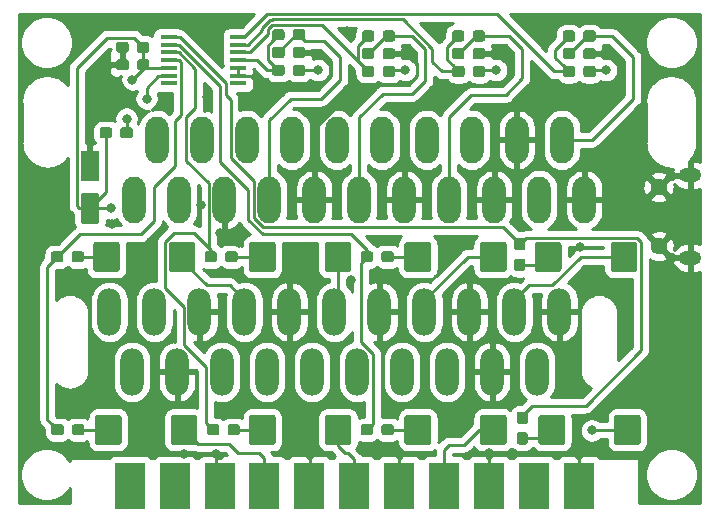
<source format=gbl>
G04 #@! TF.GenerationSoftware,KiCad,Pcbnew,(5.1.0)-1*
G04 #@! TF.CreationDate,2019-07-31T11:01:25-04:00*
G04 #@! TF.ProjectId,Inline SCART Splitter,496e6c69-6e65-4205-9343-415254205370,rev?*
G04 #@! TF.SameCoordinates,Original*
G04 #@! TF.FileFunction,Copper,L2,Bot*
G04 #@! TF.FilePolarity,Positive*
%FSLAX46Y46*%
G04 Gerber Fmt 4.6, Leading zero omitted, Abs format (unit mm)*
G04 Created by KiCad (PCBNEW (5.1.0)-1) date 2019-07-31 11:01:25*
%MOMM*%
%LPD*%
G04 APERTURE LIST*
%ADD10R,2.500000X4.000000*%
%ADD11C,1.450000*%
%ADD12O,1.900000X1.200000*%
%ADD13C,0.100000*%
%ADD14C,2.250000*%
%ADD15C,0.950000*%
%ADD16C,1.600000*%
%ADD17O,1.981200X3.962400*%
%ADD18O,2.000000X4.000000*%
%ADD19R,1.450000X0.450000*%
%ADD20C,0.800000*%
%ADD21C,0.250000*%
%ADD22C,0.254000*%
G04 APERTURE END LIST*
D10*
X113075000Y-64100000D03*
X116875000Y-64100000D03*
X120675000Y-64100000D03*
X124475000Y-64100000D03*
X128275000Y-64100000D03*
X132075000Y-64100000D03*
X135875000Y-64100000D03*
X139675000Y-64100000D03*
X143475000Y-64100000D03*
X147275000Y-64100000D03*
X151075000Y-64100000D03*
D11*
X157837500Y-38800000D03*
D12*
X160537500Y-44800000D03*
X160537500Y-37800000D03*
D11*
X157837500Y-43800000D03*
D13*
G36*
X125199505Y-58076204D02*
G01*
X125223773Y-58079804D01*
X125247572Y-58085765D01*
X125270671Y-58094030D01*
X125292850Y-58104520D01*
X125313893Y-58117132D01*
X125333599Y-58131747D01*
X125351777Y-58148223D01*
X125368253Y-58166401D01*
X125382868Y-58186107D01*
X125395480Y-58207150D01*
X125405970Y-58229329D01*
X125414235Y-58252428D01*
X125420196Y-58276227D01*
X125423796Y-58300495D01*
X125425000Y-58324999D01*
X125425000Y-60375001D01*
X125423796Y-60399505D01*
X125420196Y-60423773D01*
X125414235Y-60447572D01*
X125405970Y-60470671D01*
X125395480Y-60492850D01*
X125382868Y-60513893D01*
X125368253Y-60533599D01*
X125351777Y-60551777D01*
X125333599Y-60568253D01*
X125313893Y-60582868D01*
X125292850Y-60595480D01*
X125270671Y-60605970D01*
X125247572Y-60614235D01*
X125223773Y-60620196D01*
X125199505Y-60623796D01*
X125175001Y-60625000D01*
X123424999Y-60625000D01*
X123400495Y-60623796D01*
X123376227Y-60620196D01*
X123352428Y-60614235D01*
X123329329Y-60605970D01*
X123307150Y-60595480D01*
X123286107Y-60582868D01*
X123266401Y-60568253D01*
X123248223Y-60551777D01*
X123231747Y-60533599D01*
X123217132Y-60513893D01*
X123204520Y-60492850D01*
X123194030Y-60470671D01*
X123185765Y-60447572D01*
X123179804Y-60423773D01*
X123176204Y-60399505D01*
X123175000Y-60375001D01*
X123175000Y-58324999D01*
X123176204Y-58300495D01*
X123179804Y-58276227D01*
X123185765Y-58252428D01*
X123194030Y-58229329D01*
X123204520Y-58207150D01*
X123217132Y-58186107D01*
X123231747Y-58166401D01*
X123248223Y-58148223D01*
X123266401Y-58131747D01*
X123286107Y-58117132D01*
X123307150Y-58104520D01*
X123329329Y-58094030D01*
X123352428Y-58085765D01*
X123376227Y-58079804D01*
X123400495Y-58076204D01*
X123424999Y-58075000D01*
X125175001Y-58075000D01*
X125199505Y-58076204D01*
X125199505Y-58076204D01*
G37*
D14*
X124300000Y-59350000D03*
D13*
G36*
X131599505Y-58076204D02*
G01*
X131623773Y-58079804D01*
X131647572Y-58085765D01*
X131670671Y-58094030D01*
X131692850Y-58104520D01*
X131713893Y-58117132D01*
X131733599Y-58131747D01*
X131751777Y-58148223D01*
X131768253Y-58166401D01*
X131782868Y-58186107D01*
X131795480Y-58207150D01*
X131805970Y-58229329D01*
X131814235Y-58252428D01*
X131820196Y-58276227D01*
X131823796Y-58300495D01*
X131825000Y-58324999D01*
X131825000Y-60375001D01*
X131823796Y-60399505D01*
X131820196Y-60423773D01*
X131814235Y-60447572D01*
X131805970Y-60470671D01*
X131795480Y-60492850D01*
X131782868Y-60513893D01*
X131768253Y-60533599D01*
X131751777Y-60551777D01*
X131733599Y-60568253D01*
X131713893Y-60582868D01*
X131692850Y-60595480D01*
X131670671Y-60605970D01*
X131647572Y-60614235D01*
X131623773Y-60620196D01*
X131599505Y-60623796D01*
X131575001Y-60625000D01*
X129824999Y-60625000D01*
X129800495Y-60623796D01*
X129776227Y-60620196D01*
X129752428Y-60614235D01*
X129729329Y-60605970D01*
X129707150Y-60595480D01*
X129686107Y-60582868D01*
X129666401Y-60568253D01*
X129648223Y-60551777D01*
X129631747Y-60533599D01*
X129617132Y-60513893D01*
X129604520Y-60492850D01*
X129594030Y-60470671D01*
X129585765Y-60447572D01*
X129579804Y-60423773D01*
X129576204Y-60399505D01*
X129575000Y-60375001D01*
X129575000Y-58324999D01*
X129576204Y-58300495D01*
X129579804Y-58276227D01*
X129585765Y-58252428D01*
X129594030Y-58229329D01*
X129604520Y-58207150D01*
X129617132Y-58186107D01*
X129631747Y-58166401D01*
X129648223Y-58148223D01*
X129666401Y-58131747D01*
X129686107Y-58117132D01*
X129707150Y-58104520D01*
X129729329Y-58094030D01*
X129752428Y-58085765D01*
X129776227Y-58079804D01*
X129800495Y-58076204D01*
X129824999Y-58075000D01*
X131575001Y-58075000D01*
X131599505Y-58076204D01*
X131599505Y-58076204D01*
G37*
D14*
X130700000Y-59350000D03*
D13*
G36*
X114510779Y-27976144D02*
G01*
X114533834Y-27979563D01*
X114556443Y-27985227D01*
X114578387Y-27993079D01*
X114599457Y-28003044D01*
X114619448Y-28015026D01*
X114638168Y-28028910D01*
X114655438Y-28044562D01*
X114671090Y-28061832D01*
X114684974Y-28080552D01*
X114696956Y-28100543D01*
X114706921Y-28121613D01*
X114714773Y-28143557D01*
X114720437Y-28166166D01*
X114723856Y-28189221D01*
X114725000Y-28212500D01*
X114725000Y-28687500D01*
X114723856Y-28710779D01*
X114720437Y-28733834D01*
X114714773Y-28756443D01*
X114706921Y-28778387D01*
X114696956Y-28799457D01*
X114684974Y-28819448D01*
X114671090Y-28838168D01*
X114655438Y-28855438D01*
X114638168Y-28871090D01*
X114619448Y-28884974D01*
X114599457Y-28896956D01*
X114578387Y-28906921D01*
X114556443Y-28914773D01*
X114533834Y-28920437D01*
X114510779Y-28923856D01*
X114487500Y-28925000D01*
X113912500Y-28925000D01*
X113889221Y-28923856D01*
X113866166Y-28920437D01*
X113843557Y-28914773D01*
X113821613Y-28906921D01*
X113800543Y-28896956D01*
X113780552Y-28884974D01*
X113761832Y-28871090D01*
X113744562Y-28855438D01*
X113728910Y-28838168D01*
X113715026Y-28819448D01*
X113703044Y-28799457D01*
X113693079Y-28778387D01*
X113685227Y-28756443D01*
X113679563Y-28733834D01*
X113676144Y-28710779D01*
X113675000Y-28687500D01*
X113675000Y-28212500D01*
X113676144Y-28189221D01*
X113679563Y-28166166D01*
X113685227Y-28143557D01*
X113693079Y-28121613D01*
X113703044Y-28100543D01*
X113715026Y-28080552D01*
X113728910Y-28061832D01*
X113744562Y-28044562D01*
X113761832Y-28028910D01*
X113780552Y-28015026D01*
X113800543Y-28003044D01*
X113821613Y-27993079D01*
X113843557Y-27985227D01*
X113866166Y-27979563D01*
X113889221Y-27976144D01*
X113912500Y-27975000D01*
X114487500Y-27975000D01*
X114510779Y-27976144D01*
X114510779Y-27976144D01*
G37*
D15*
X114200000Y-28450000D03*
D13*
G36*
X112760779Y-27976144D02*
G01*
X112783834Y-27979563D01*
X112806443Y-27985227D01*
X112828387Y-27993079D01*
X112849457Y-28003044D01*
X112869448Y-28015026D01*
X112888168Y-28028910D01*
X112905438Y-28044562D01*
X112921090Y-28061832D01*
X112934974Y-28080552D01*
X112946956Y-28100543D01*
X112956921Y-28121613D01*
X112964773Y-28143557D01*
X112970437Y-28166166D01*
X112973856Y-28189221D01*
X112975000Y-28212500D01*
X112975000Y-28687500D01*
X112973856Y-28710779D01*
X112970437Y-28733834D01*
X112964773Y-28756443D01*
X112956921Y-28778387D01*
X112946956Y-28799457D01*
X112934974Y-28819448D01*
X112921090Y-28838168D01*
X112905438Y-28855438D01*
X112888168Y-28871090D01*
X112869448Y-28884974D01*
X112849457Y-28896956D01*
X112828387Y-28906921D01*
X112806443Y-28914773D01*
X112783834Y-28920437D01*
X112760779Y-28923856D01*
X112737500Y-28925000D01*
X112162500Y-28925000D01*
X112139221Y-28923856D01*
X112116166Y-28920437D01*
X112093557Y-28914773D01*
X112071613Y-28906921D01*
X112050543Y-28896956D01*
X112030552Y-28884974D01*
X112011832Y-28871090D01*
X111994562Y-28855438D01*
X111978910Y-28838168D01*
X111965026Y-28819448D01*
X111953044Y-28799457D01*
X111943079Y-28778387D01*
X111935227Y-28756443D01*
X111929563Y-28733834D01*
X111926144Y-28710779D01*
X111925000Y-28687500D01*
X111925000Y-28212500D01*
X111926144Y-28189221D01*
X111929563Y-28166166D01*
X111935227Y-28143557D01*
X111943079Y-28121613D01*
X111953044Y-28100543D01*
X111965026Y-28080552D01*
X111978910Y-28061832D01*
X111994562Y-28044562D01*
X112011832Y-28028910D01*
X112030552Y-28015026D01*
X112050543Y-28003044D01*
X112071613Y-27993079D01*
X112093557Y-27985227D01*
X112116166Y-27979563D01*
X112139221Y-27976144D01*
X112162500Y-27975000D01*
X112737500Y-27975000D01*
X112760779Y-27976144D01*
X112760779Y-27976144D01*
G37*
D15*
X112450000Y-28450000D03*
D13*
G36*
X112760779Y-26476144D02*
G01*
X112783834Y-26479563D01*
X112806443Y-26485227D01*
X112828387Y-26493079D01*
X112849457Y-26503044D01*
X112869448Y-26515026D01*
X112888168Y-26528910D01*
X112905438Y-26544562D01*
X112921090Y-26561832D01*
X112934974Y-26580552D01*
X112946956Y-26600543D01*
X112956921Y-26621613D01*
X112964773Y-26643557D01*
X112970437Y-26666166D01*
X112973856Y-26689221D01*
X112975000Y-26712500D01*
X112975000Y-27187500D01*
X112973856Y-27210779D01*
X112970437Y-27233834D01*
X112964773Y-27256443D01*
X112956921Y-27278387D01*
X112946956Y-27299457D01*
X112934974Y-27319448D01*
X112921090Y-27338168D01*
X112905438Y-27355438D01*
X112888168Y-27371090D01*
X112869448Y-27384974D01*
X112849457Y-27396956D01*
X112828387Y-27406921D01*
X112806443Y-27414773D01*
X112783834Y-27420437D01*
X112760779Y-27423856D01*
X112737500Y-27425000D01*
X112162500Y-27425000D01*
X112139221Y-27423856D01*
X112116166Y-27420437D01*
X112093557Y-27414773D01*
X112071613Y-27406921D01*
X112050543Y-27396956D01*
X112030552Y-27384974D01*
X112011832Y-27371090D01*
X111994562Y-27355438D01*
X111978910Y-27338168D01*
X111965026Y-27319448D01*
X111953044Y-27299457D01*
X111943079Y-27278387D01*
X111935227Y-27256443D01*
X111929563Y-27233834D01*
X111926144Y-27210779D01*
X111925000Y-27187500D01*
X111925000Y-26712500D01*
X111926144Y-26689221D01*
X111929563Y-26666166D01*
X111935227Y-26643557D01*
X111943079Y-26621613D01*
X111953044Y-26600543D01*
X111965026Y-26580552D01*
X111978910Y-26561832D01*
X111994562Y-26544562D01*
X112011832Y-26528910D01*
X112030552Y-26515026D01*
X112050543Y-26503044D01*
X112071613Y-26493079D01*
X112093557Y-26485227D01*
X112116166Y-26479563D01*
X112139221Y-26476144D01*
X112162500Y-26475000D01*
X112737500Y-26475000D01*
X112760779Y-26476144D01*
X112760779Y-26476144D01*
G37*
D15*
X112450000Y-26950000D03*
D13*
G36*
X114510779Y-26476144D02*
G01*
X114533834Y-26479563D01*
X114556443Y-26485227D01*
X114578387Y-26493079D01*
X114599457Y-26503044D01*
X114619448Y-26515026D01*
X114638168Y-26528910D01*
X114655438Y-26544562D01*
X114671090Y-26561832D01*
X114684974Y-26580552D01*
X114696956Y-26600543D01*
X114706921Y-26621613D01*
X114714773Y-26643557D01*
X114720437Y-26666166D01*
X114723856Y-26689221D01*
X114725000Y-26712500D01*
X114725000Y-27187500D01*
X114723856Y-27210779D01*
X114720437Y-27233834D01*
X114714773Y-27256443D01*
X114706921Y-27278387D01*
X114696956Y-27299457D01*
X114684974Y-27319448D01*
X114671090Y-27338168D01*
X114655438Y-27355438D01*
X114638168Y-27371090D01*
X114619448Y-27384974D01*
X114599457Y-27396956D01*
X114578387Y-27406921D01*
X114556443Y-27414773D01*
X114533834Y-27420437D01*
X114510779Y-27423856D01*
X114487500Y-27425000D01*
X113912500Y-27425000D01*
X113889221Y-27423856D01*
X113866166Y-27420437D01*
X113843557Y-27414773D01*
X113821613Y-27406921D01*
X113800543Y-27396956D01*
X113780552Y-27384974D01*
X113761832Y-27371090D01*
X113744562Y-27355438D01*
X113728910Y-27338168D01*
X113715026Y-27319448D01*
X113703044Y-27299457D01*
X113693079Y-27278387D01*
X113685227Y-27256443D01*
X113679563Y-27233834D01*
X113676144Y-27210779D01*
X113675000Y-27187500D01*
X113675000Y-26712500D01*
X113676144Y-26689221D01*
X113679563Y-26666166D01*
X113685227Y-26643557D01*
X113693079Y-26621613D01*
X113703044Y-26600543D01*
X113715026Y-26580552D01*
X113728910Y-26561832D01*
X113744562Y-26544562D01*
X113761832Y-26528910D01*
X113780552Y-26515026D01*
X113800543Y-26503044D01*
X113821613Y-26493079D01*
X113843557Y-26485227D01*
X113866166Y-26479563D01*
X113889221Y-26476144D01*
X113912500Y-26475000D01*
X114487500Y-26475000D01*
X114510779Y-26476144D01*
X114510779Y-26476144D01*
G37*
D15*
X114200000Y-26950000D03*
D13*
G36*
X110274504Y-39301204D02*
G01*
X110298773Y-39304804D01*
X110322571Y-39310765D01*
X110345671Y-39319030D01*
X110367849Y-39329520D01*
X110388893Y-39342133D01*
X110408598Y-39356747D01*
X110426777Y-39373223D01*
X110443253Y-39391402D01*
X110457867Y-39411107D01*
X110470480Y-39432151D01*
X110480970Y-39454329D01*
X110489235Y-39477429D01*
X110495196Y-39501227D01*
X110498796Y-39525496D01*
X110500000Y-39550000D01*
X110500000Y-41650000D01*
X110498796Y-41674504D01*
X110495196Y-41698773D01*
X110489235Y-41722571D01*
X110480970Y-41745671D01*
X110470480Y-41767849D01*
X110457867Y-41788893D01*
X110443253Y-41808598D01*
X110426777Y-41826777D01*
X110408598Y-41843253D01*
X110388893Y-41857867D01*
X110367849Y-41870480D01*
X110345671Y-41880970D01*
X110322571Y-41889235D01*
X110298773Y-41895196D01*
X110274504Y-41898796D01*
X110250000Y-41900000D01*
X109150000Y-41900000D01*
X109125496Y-41898796D01*
X109101227Y-41895196D01*
X109077429Y-41889235D01*
X109054329Y-41880970D01*
X109032151Y-41870480D01*
X109011107Y-41857867D01*
X108991402Y-41843253D01*
X108973223Y-41826777D01*
X108956747Y-41808598D01*
X108942133Y-41788893D01*
X108929520Y-41767849D01*
X108919030Y-41745671D01*
X108910765Y-41722571D01*
X108904804Y-41698773D01*
X108901204Y-41674504D01*
X108900000Y-41650000D01*
X108900000Y-39550000D01*
X108901204Y-39525496D01*
X108904804Y-39501227D01*
X108910765Y-39477429D01*
X108919030Y-39454329D01*
X108929520Y-39432151D01*
X108942133Y-39411107D01*
X108956747Y-39391402D01*
X108973223Y-39373223D01*
X108991402Y-39356747D01*
X109011107Y-39342133D01*
X109032151Y-39329520D01*
X109054329Y-39319030D01*
X109077429Y-39310765D01*
X109101227Y-39304804D01*
X109125496Y-39301204D01*
X109150000Y-39300000D01*
X110250000Y-39300000D01*
X110274504Y-39301204D01*
X110274504Y-39301204D01*
G37*
D16*
X109700000Y-40600000D03*
D13*
G36*
X110274504Y-35701204D02*
G01*
X110298773Y-35704804D01*
X110322571Y-35710765D01*
X110345671Y-35719030D01*
X110367849Y-35729520D01*
X110388893Y-35742133D01*
X110408598Y-35756747D01*
X110426777Y-35773223D01*
X110443253Y-35791402D01*
X110457867Y-35811107D01*
X110470480Y-35832151D01*
X110480970Y-35854329D01*
X110489235Y-35877429D01*
X110495196Y-35901227D01*
X110498796Y-35925496D01*
X110500000Y-35950000D01*
X110500000Y-38050000D01*
X110498796Y-38074504D01*
X110495196Y-38098773D01*
X110489235Y-38122571D01*
X110480970Y-38145671D01*
X110470480Y-38167849D01*
X110457867Y-38188893D01*
X110443253Y-38208598D01*
X110426777Y-38226777D01*
X110408598Y-38243253D01*
X110388893Y-38257867D01*
X110367849Y-38270480D01*
X110345671Y-38280970D01*
X110322571Y-38289235D01*
X110298773Y-38295196D01*
X110274504Y-38298796D01*
X110250000Y-38300000D01*
X109150000Y-38300000D01*
X109125496Y-38298796D01*
X109101227Y-38295196D01*
X109077429Y-38289235D01*
X109054329Y-38280970D01*
X109032151Y-38270480D01*
X109011107Y-38257867D01*
X108991402Y-38243253D01*
X108973223Y-38226777D01*
X108956747Y-38208598D01*
X108942133Y-38188893D01*
X108929520Y-38167849D01*
X108919030Y-38145671D01*
X108910765Y-38122571D01*
X108904804Y-38098773D01*
X108901204Y-38074504D01*
X108900000Y-38050000D01*
X108900000Y-35950000D01*
X108901204Y-35925496D01*
X108904804Y-35901227D01*
X108910765Y-35877429D01*
X108919030Y-35854329D01*
X108929520Y-35832151D01*
X108942133Y-35811107D01*
X108956747Y-35791402D01*
X108973223Y-35773223D01*
X108991402Y-35756747D01*
X109011107Y-35742133D01*
X109032151Y-35729520D01*
X109054329Y-35719030D01*
X109077429Y-35710765D01*
X109101227Y-35704804D01*
X109125496Y-35701204D01*
X109150000Y-35700000D01*
X110250000Y-35700000D01*
X110274504Y-35701204D01*
X110274504Y-35701204D01*
G37*
D16*
X109700000Y-37000000D03*
D13*
G36*
X150560779Y-25526144D02*
G01*
X150583834Y-25529563D01*
X150606443Y-25535227D01*
X150628387Y-25543079D01*
X150649457Y-25553044D01*
X150669448Y-25565026D01*
X150688168Y-25578910D01*
X150705438Y-25594562D01*
X150721090Y-25611832D01*
X150734974Y-25630552D01*
X150746956Y-25650543D01*
X150756921Y-25671613D01*
X150764773Y-25693557D01*
X150770437Y-25716166D01*
X150773856Y-25739221D01*
X150775000Y-25762500D01*
X150775000Y-26237500D01*
X150773856Y-26260779D01*
X150770437Y-26283834D01*
X150764773Y-26306443D01*
X150756921Y-26328387D01*
X150746956Y-26349457D01*
X150734974Y-26369448D01*
X150721090Y-26388168D01*
X150705438Y-26405438D01*
X150688168Y-26421090D01*
X150669448Y-26434974D01*
X150649457Y-26446956D01*
X150628387Y-26456921D01*
X150606443Y-26464773D01*
X150583834Y-26470437D01*
X150560779Y-26473856D01*
X150537500Y-26475000D01*
X149962500Y-26475000D01*
X149939221Y-26473856D01*
X149916166Y-26470437D01*
X149893557Y-26464773D01*
X149871613Y-26456921D01*
X149850543Y-26446956D01*
X149830552Y-26434974D01*
X149811832Y-26421090D01*
X149794562Y-26405438D01*
X149778910Y-26388168D01*
X149765026Y-26369448D01*
X149753044Y-26349457D01*
X149743079Y-26328387D01*
X149735227Y-26306443D01*
X149729563Y-26283834D01*
X149726144Y-26260779D01*
X149725000Y-26237500D01*
X149725000Y-25762500D01*
X149726144Y-25739221D01*
X149729563Y-25716166D01*
X149735227Y-25693557D01*
X149743079Y-25671613D01*
X149753044Y-25650543D01*
X149765026Y-25630552D01*
X149778910Y-25611832D01*
X149794562Y-25594562D01*
X149811832Y-25578910D01*
X149830552Y-25565026D01*
X149850543Y-25553044D01*
X149871613Y-25543079D01*
X149893557Y-25535227D01*
X149916166Y-25529563D01*
X149939221Y-25526144D01*
X149962500Y-25525000D01*
X150537500Y-25525000D01*
X150560779Y-25526144D01*
X150560779Y-25526144D01*
G37*
D15*
X150250000Y-26000000D03*
D13*
G36*
X152310779Y-25526144D02*
G01*
X152333834Y-25529563D01*
X152356443Y-25535227D01*
X152378387Y-25543079D01*
X152399457Y-25553044D01*
X152419448Y-25565026D01*
X152438168Y-25578910D01*
X152455438Y-25594562D01*
X152471090Y-25611832D01*
X152484974Y-25630552D01*
X152496956Y-25650543D01*
X152506921Y-25671613D01*
X152514773Y-25693557D01*
X152520437Y-25716166D01*
X152523856Y-25739221D01*
X152525000Y-25762500D01*
X152525000Y-26237500D01*
X152523856Y-26260779D01*
X152520437Y-26283834D01*
X152514773Y-26306443D01*
X152506921Y-26328387D01*
X152496956Y-26349457D01*
X152484974Y-26369448D01*
X152471090Y-26388168D01*
X152455438Y-26405438D01*
X152438168Y-26421090D01*
X152419448Y-26434974D01*
X152399457Y-26446956D01*
X152378387Y-26456921D01*
X152356443Y-26464773D01*
X152333834Y-26470437D01*
X152310779Y-26473856D01*
X152287500Y-26475000D01*
X151712500Y-26475000D01*
X151689221Y-26473856D01*
X151666166Y-26470437D01*
X151643557Y-26464773D01*
X151621613Y-26456921D01*
X151600543Y-26446956D01*
X151580552Y-26434974D01*
X151561832Y-26421090D01*
X151544562Y-26405438D01*
X151528910Y-26388168D01*
X151515026Y-26369448D01*
X151503044Y-26349457D01*
X151493079Y-26328387D01*
X151485227Y-26306443D01*
X151479563Y-26283834D01*
X151476144Y-26260779D01*
X151475000Y-26237500D01*
X151475000Y-25762500D01*
X151476144Y-25739221D01*
X151479563Y-25716166D01*
X151485227Y-25693557D01*
X151493079Y-25671613D01*
X151503044Y-25650543D01*
X151515026Y-25630552D01*
X151528910Y-25611832D01*
X151544562Y-25594562D01*
X151561832Y-25578910D01*
X151580552Y-25565026D01*
X151600543Y-25553044D01*
X151621613Y-25543079D01*
X151643557Y-25535227D01*
X151666166Y-25529563D01*
X151689221Y-25526144D01*
X151712500Y-25525000D01*
X152287500Y-25525000D01*
X152310779Y-25526144D01*
X152310779Y-25526144D01*
G37*
D15*
X152000000Y-26000000D03*
D13*
G36*
X142935779Y-25526144D02*
G01*
X142958834Y-25529563D01*
X142981443Y-25535227D01*
X143003387Y-25543079D01*
X143024457Y-25553044D01*
X143044448Y-25565026D01*
X143063168Y-25578910D01*
X143080438Y-25594562D01*
X143096090Y-25611832D01*
X143109974Y-25630552D01*
X143121956Y-25650543D01*
X143131921Y-25671613D01*
X143139773Y-25693557D01*
X143145437Y-25716166D01*
X143148856Y-25739221D01*
X143150000Y-25762500D01*
X143150000Y-26237500D01*
X143148856Y-26260779D01*
X143145437Y-26283834D01*
X143139773Y-26306443D01*
X143131921Y-26328387D01*
X143121956Y-26349457D01*
X143109974Y-26369448D01*
X143096090Y-26388168D01*
X143080438Y-26405438D01*
X143063168Y-26421090D01*
X143044448Y-26434974D01*
X143024457Y-26446956D01*
X143003387Y-26456921D01*
X142981443Y-26464773D01*
X142958834Y-26470437D01*
X142935779Y-26473856D01*
X142912500Y-26475000D01*
X142337500Y-26475000D01*
X142314221Y-26473856D01*
X142291166Y-26470437D01*
X142268557Y-26464773D01*
X142246613Y-26456921D01*
X142225543Y-26446956D01*
X142205552Y-26434974D01*
X142186832Y-26421090D01*
X142169562Y-26405438D01*
X142153910Y-26388168D01*
X142140026Y-26369448D01*
X142128044Y-26349457D01*
X142118079Y-26328387D01*
X142110227Y-26306443D01*
X142104563Y-26283834D01*
X142101144Y-26260779D01*
X142100000Y-26237500D01*
X142100000Y-25762500D01*
X142101144Y-25739221D01*
X142104563Y-25716166D01*
X142110227Y-25693557D01*
X142118079Y-25671613D01*
X142128044Y-25650543D01*
X142140026Y-25630552D01*
X142153910Y-25611832D01*
X142169562Y-25594562D01*
X142186832Y-25578910D01*
X142205552Y-25565026D01*
X142225543Y-25553044D01*
X142246613Y-25543079D01*
X142268557Y-25535227D01*
X142291166Y-25529563D01*
X142314221Y-25526144D01*
X142337500Y-25525000D01*
X142912500Y-25525000D01*
X142935779Y-25526144D01*
X142935779Y-25526144D01*
G37*
D15*
X142625000Y-26000000D03*
D13*
G36*
X141185779Y-25526144D02*
G01*
X141208834Y-25529563D01*
X141231443Y-25535227D01*
X141253387Y-25543079D01*
X141274457Y-25553044D01*
X141294448Y-25565026D01*
X141313168Y-25578910D01*
X141330438Y-25594562D01*
X141346090Y-25611832D01*
X141359974Y-25630552D01*
X141371956Y-25650543D01*
X141381921Y-25671613D01*
X141389773Y-25693557D01*
X141395437Y-25716166D01*
X141398856Y-25739221D01*
X141400000Y-25762500D01*
X141400000Y-26237500D01*
X141398856Y-26260779D01*
X141395437Y-26283834D01*
X141389773Y-26306443D01*
X141381921Y-26328387D01*
X141371956Y-26349457D01*
X141359974Y-26369448D01*
X141346090Y-26388168D01*
X141330438Y-26405438D01*
X141313168Y-26421090D01*
X141294448Y-26434974D01*
X141274457Y-26446956D01*
X141253387Y-26456921D01*
X141231443Y-26464773D01*
X141208834Y-26470437D01*
X141185779Y-26473856D01*
X141162500Y-26475000D01*
X140587500Y-26475000D01*
X140564221Y-26473856D01*
X140541166Y-26470437D01*
X140518557Y-26464773D01*
X140496613Y-26456921D01*
X140475543Y-26446956D01*
X140455552Y-26434974D01*
X140436832Y-26421090D01*
X140419562Y-26405438D01*
X140403910Y-26388168D01*
X140390026Y-26369448D01*
X140378044Y-26349457D01*
X140368079Y-26328387D01*
X140360227Y-26306443D01*
X140354563Y-26283834D01*
X140351144Y-26260779D01*
X140350000Y-26237500D01*
X140350000Y-25762500D01*
X140351144Y-25739221D01*
X140354563Y-25716166D01*
X140360227Y-25693557D01*
X140368079Y-25671613D01*
X140378044Y-25650543D01*
X140390026Y-25630552D01*
X140403910Y-25611832D01*
X140419562Y-25594562D01*
X140436832Y-25578910D01*
X140455552Y-25565026D01*
X140475543Y-25553044D01*
X140496613Y-25543079D01*
X140518557Y-25535227D01*
X140541166Y-25529563D01*
X140564221Y-25526144D01*
X140587500Y-25525000D01*
X141162500Y-25525000D01*
X141185779Y-25526144D01*
X141185779Y-25526144D01*
G37*
D15*
X140875000Y-26000000D03*
D13*
G36*
X133560779Y-25526144D02*
G01*
X133583834Y-25529563D01*
X133606443Y-25535227D01*
X133628387Y-25543079D01*
X133649457Y-25553044D01*
X133669448Y-25565026D01*
X133688168Y-25578910D01*
X133705438Y-25594562D01*
X133721090Y-25611832D01*
X133734974Y-25630552D01*
X133746956Y-25650543D01*
X133756921Y-25671613D01*
X133764773Y-25693557D01*
X133770437Y-25716166D01*
X133773856Y-25739221D01*
X133775000Y-25762500D01*
X133775000Y-26237500D01*
X133773856Y-26260779D01*
X133770437Y-26283834D01*
X133764773Y-26306443D01*
X133756921Y-26328387D01*
X133746956Y-26349457D01*
X133734974Y-26369448D01*
X133721090Y-26388168D01*
X133705438Y-26405438D01*
X133688168Y-26421090D01*
X133669448Y-26434974D01*
X133649457Y-26446956D01*
X133628387Y-26456921D01*
X133606443Y-26464773D01*
X133583834Y-26470437D01*
X133560779Y-26473856D01*
X133537500Y-26475000D01*
X132962500Y-26475000D01*
X132939221Y-26473856D01*
X132916166Y-26470437D01*
X132893557Y-26464773D01*
X132871613Y-26456921D01*
X132850543Y-26446956D01*
X132830552Y-26434974D01*
X132811832Y-26421090D01*
X132794562Y-26405438D01*
X132778910Y-26388168D01*
X132765026Y-26369448D01*
X132753044Y-26349457D01*
X132743079Y-26328387D01*
X132735227Y-26306443D01*
X132729563Y-26283834D01*
X132726144Y-26260779D01*
X132725000Y-26237500D01*
X132725000Y-25762500D01*
X132726144Y-25739221D01*
X132729563Y-25716166D01*
X132735227Y-25693557D01*
X132743079Y-25671613D01*
X132753044Y-25650543D01*
X132765026Y-25630552D01*
X132778910Y-25611832D01*
X132794562Y-25594562D01*
X132811832Y-25578910D01*
X132830552Y-25565026D01*
X132850543Y-25553044D01*
X132871613Y-25543079D01*
X132893557Y-25535227D01*
X132916166Y-25529563D01*
X132939221Y-25526144D01*
X132962500Y-25525000D01*
X133537500Y-25525000D01*
X133560779Y-25526144D01*
X133560779Y-25526144D01*
G37*
D15*
X133250000Y-26000000D03*
D13*
G36*
X135310779Y-25526144D02*
G01*
X135333834Y-25529563D01*
X135356443Y-25535227D01*
X135378387Y-25543079D01*
X135399457Y-25553044D01*
X135419448Y-25565026D01*
X135438168Y-25578910D01*
X135455438Y-25594562D01*
X135471090Y-25611832D01*
X135484974Y-25630552D01*
X135496956Y-25650543D01*
X135506921Y-25671613D01*
X135514773Y-25693557D01*
X135520437Y-25716166D01*
X135523856Y-25739221D01*
X135525000Y-25762500D01*
X135525000Y-26237500D01*
X135523856Y-26260779D01*
X135520437Y-26283834D01*
X135514773Y-26306443D01*
X135506921Y-26328387D01*
X135496956Y-26349457D01*
X135484974Y-26369448D01*
X135471090Y-26388168D01*
X135455438Y-26405438D01*
X135438168Y-26421090D01*
X135419448Y-26434974D01*
X135399457Y-26446956D01*
X135378387Y-26456921D01*
X135356443Y-26464773D01*
X135333834Y-26470437D01*
X135310779Y-26473856D01*
X135287500Y-26475000D01*
X134712500Y-26475000D01*
X134689221Y-26473856D01*
X134666166Y-26470437D01*
X134643557Y-26464773D01*
X134621613Y-26456921D01*
X134600543Y-26446956D01*
X134580552Y-26434974D01*
X134561832Y-26421090D01*
X134544562Y-26405438D01*
X134528910Y-26388168D01*
X134515026Y-26369448D01*
X134503044Y-26349457D01*
X134493079Y-26328387D01*
X134485227Y-26306443D01*
X134479563Y-26283834D01*
X134476144Y-26260779D01*
X134475000Y-26237500D01*
X134475000Y-25762500D01*
X134476144Y-25739221D01*
X134479563Y-25716166D01*
X134485227Y-25693557D01*
X134493079Y-25671613D01*
X134503044Y-25650543D01*
X134515026Y-25630552D01*
X134528910Y-25611832D01*
X134544562Y-25594562D01*
X134561832Y-25578910D01*
X134580552Y-25565026D01*
X134600543Y-25553044D01*
X134621613Y-25543079D01*
X134643557Y-25535227D01*
X134666166Y-25529563D01*
X134689221Y-25526144D01*
X134712500Y-25525000D01*
X135287500Y-25525000D01*
X135310779Y-25526144D01*
X135310779Y-25526144D01*
G37*
D15*
X135000000Y-26000000D03*
D13*
G36*
X127710779Y-25426144D02*
G01*
X127733834Y-25429563D01*
X127756443Y-25435227D01*
X127778387Y-25443079D01*
X127799457Y-25453044D01*
X127819448Y-25465026D01*
X127838168Y-25478910D01*
X127855438Y-25494562D01*
X127871090Y-25511832D01*
X127884974Y-25530552D01*
X127896956Y-25550543D01*
X127906921Y-25571613D01*
X127914773Y-25593557D01*
X127920437Y-25616166D01*
X127923856Y-25639221D01*
X127925000Y-25662500D01*
X127925000Y-26137500D01*
X127923856Y-26160779D01*
X127920437Y-26183834D01*
X127914773Y-26206443D01*
X127906921Y-26228387D01*
X127896956Y-26249457D01*
X127884974Y-26269448D01*
X127871090Y-26288168D01*
X127855438Y-26305438D01*
X127838168Y-26321090D01*
X127819448Y-26334974D01*
X127799457Y-26346956D01*
X127778387Y-26356921D01*
X127756443Y-26364773D01*
X127733834Y-26370437D01*
X127710779Y-26373856D01*
X127687500Y-26375000D01*
X127112500Y-26375000D01*
X127089221Y-26373856D01*
X127066166Y-26370437D01*
X127043557Y-26364773D01*
X127021613Y-26356921D01*
X127000543Y-26346956D01*
X126980552Y-26334974D01*
X126961832Y-26321090D01*
X126944562Y-26305438D01*
X126928910Y-26288168D01*
X126915026Y-26269448D01*
X126903044Y-26249457D01*
X126893079Y-26228387D01*
X126885227Y-26206443D01*
X126879563Y-26183834D01*
X126876144Y-26160779D01*
X126875000Y-26137500D01*
X126875000Y-25662500D01*
X126876144Y-25639221D01*
X126879563Y-25616166D01*
X126885227Y-25593557D01*
X126893079Y-25571613D01*
X126903044Y-25550543D01*
X126915026Y-25530552D01*
X126928910Y-25511832D01*
X126944562Y-25494562D01*
X126961832Y-25478910D01*
X126980552Y-25465026D01*
X127000543Y-25453044D01*
X127021613Y-25443079D01*
X127043557Y-25435227D01*
X127066166Y-25429563D01*
X127089221Y-25426144D01*
X127112500Y-25425000D01*
X127687500Y-25425000D01*
X127710779Y-25426144D01*
X127710779Y-25426144D01*
G37*
D15*
X127400000Y-25900000D03*
D13*
G36*
X125960779Y-25426144D02*
G01*
X125983834Y-25429563D01*
X126006443Y-25435227D01*
X126028387Y-25443079D01*
X126049457Y-25453044D01*
X126069448Y-25465026D01*
X126088168Y-25478910D01*
X126105438Y-25494562D01*
X126121090Y-25511832D01*
X126134974Y-25530552D01*
X126146956Y-25550543D01*
X126156921Y-25571613D01*
X126164773Y-25593557D01*
X126170437Y-25616166D01*
X126173856Y-25639221D01*
X126175000Y-25662500D01*
X126175000Y-26137500D01*
X126173856Y-26160779D01*
X126170437Y-26183834D01*
X126164773Y-26206443D01*
X126156921Y-26228387D01*
X126146956Y-26249457D01*
X126134974Y-26269448D01*
X126121090Y-26288168D01*
X126105438Y-26305438D01*
X126088168Y-26321090D01*
X126069448Y-26334974D01*
X126049457Y-26346956D01*
X126028387Y-26356921D01*
X126006443Y-26364773D01*
X125983834Y-26370437D01*
X125960779Y-26373856D01*
X125937500Y-26375000D01*
X125362500Y-26375000D01*
X125339221Y-26373856D01*
X125316166Y-26370437D01*
X125293557Y-26364773D01*
X125271613Y-26356921D01*
X125250543Y-26346956D01*
X125230552Y-26334974D01*
X125211832Y-26321090D01*
X125194562Y-26305438D01*
X125178910Y-26288168D01*
X125165026Y-26269448D01*
X125153044Y-26249457D01*
X125143079Y-26228387D01*
X125135227Y-26206443D01*
X125129563Y-26183834D01*
X125126144Y-26160779D01*
X125125000Y-26137500D01*
X125125000Y-25662500D01*
X125126144Y-25639221D01*
X125129563Y-25616166D01*
X125135227Y-25593557D01*
X125143079Y-25571613D01*
X125153044Y-25550543D01*
X125165026Y-25530552D01*
X125178910Y-25511832D01*
X125194562Y-25494562D01*
X125211832Y-25478910D01*
X125230552Y-25465026D01*
X125250543Y-25453044D01*
X125271613Y-25443079D01*
X125293557Y-25435227D01*
X125316166Y-25429563D01*
X125339221Y-25426144D01*
X125362500Y-25425000D01*
X125937500Y-25425000D01*
X125960779Y-25426144D01*
X125960779Y-25426144D01*
G37*
D15*
X125650000Y-25900000D03*
D13*
G36*
X156099505Y-58076204D02*
G01*
X156123773Y-58079804D01*
X156147572Y-58085765D01*
X156170671Y-58094030D01*
X156192850Y-58104520D01*
X156213893Y-58117132D01*
X156233599Y-58131747D01*
X156251777Y-58148223D01*
X156268253Y-58166401D01*
X156282868Y-58186107D01*
X156295480Y-58207150D01*
X156305970Y-58229329D01*
X156314235Y-58252428D01*
X156320196Y-58276227D01*
X156323796Y-58300495D01*
X156325000Y-58324999D01*
X156325000Y-60375001D01*
X156323796Y-60399505D01*
X156320196Y-60423773D01*
X156314235Y-60447572D01*
X156305970Y-60470671D01*
X156295480Y-60492850D01*
X156282868Y-60513893D01*
X156268253Y-60533599D01*
X156251777Y-60551777D01*
X156233599Y-60568253D01*
X156213893Y-60582868D01*
X156192850Y-60595480D01*
X156170671Y-60605970D01*
X156147572Y-60614235D01*
X156123773Y-60620196D01*
X156099505Y-60623796D01*
X156075001Y-60625000D01*
X154324999Y-60625000D01*
X154300495Y-60623796D01*
X154276227Y-60620196D01*
X154252428Y-60614235D01*
X154229329Y-60605970D01*
X154207150Y-60595480D01*
X154186107Y-60582868D01*
X154166401Y-60568253D01*
X154148223Y-60551777D01*
X154131747Y-60533599D01*
X154117132Y-60513893D01*
X154104520Y-60492850D01*
X154094030Y-60470671D01*
X154085765Y-60447572D01*
X154079804Y-60423773D01*
X154076204Y-60399505D01*
X154075000Y-60375001D01*
X154075000Y-58324999D01*
X154076204Y-58300495D01*
X154079804Y-58276227D01*
X154085765Y-58252428D01*
X154094030Y-58229329D01*
X154104520Y-58207150D01*
X154117132Y-58186107D01*
X154131747Y-58166401D01*
X154148223Y-58148223D01*
X154166401Y-58131747D01*
X154186107Y-58117132D01*
X154207150Y-58104520D01*
X154229329Y-58094030D01*
X154252428Y-58085765D01*
X154276227Y-58079804D01*
X154300495Y-58076204D01*
X154324999Y-58075000D01*
X156075001Y-58075000D01*
X156099505Y-58076204D01*
X156099505Y-58076204D01*
G37*
D14*
X155200000Y-59350000D03*
D13*
G36*
X149699505Y-58076204D02*
G01*
X149723773Y-58079804D01*
X149747572Y-58085765D01*
X149770671Y-58094030D01*
X149792850Y-58104520D01*
X149813893Y-58117132D01*
X149833599Y-58131747D01*
X149851777Y-58148223D01*
X149868253Y-58166401D01*
X149882868Y-58186107D01*
X149895480Y-58207150D01*
X149905970Y-58229329D01*
X149914235Y-58252428D01*
X149920196Y-58276227D01*
X149923796Y-58300495D01*
X149925000Y-58324999D01*
X149925000Y-60375001D01*
X149923796Y-60399505D01*
X149920196Y-60423773D01*
X149914235Y-60447572D01*
X149905970Y-60470671D01*
X149895480Y-60492850D01*
X149882868Y-60513893D01*
X149868253Y-60533599D01*
X149851777Y-60551777D01*
X149833599Y-60568253D01*
X149813893Y-60582868D01*
X149792850Y-60595480D01*
X149770671Y-60605970D01*
X149747572Y-60614235D01*
X149723773Y-60620196D01*
X149699505Y-60623796D01*
X149675001Y-60625000D01*
X147924999Y-60625000D01*
X147900495Y-60623796D01*
X147876227Y-60620196D01*
X147852428Y-60614235D01*
X147829329Y-60605970D01*
X147807150Y-60595480D01*
X147786107Y-60582868D01*
X147766401Y-60568253D01*
X147748223Y-60551777D01*
X147731747Y-60533599D01*
X147717132Y-60513893D01*
X147704520Y-60492850D01*
X147694030Y-60470671D01*
X147685765Y-60447572D01*
X147679804Y-60423773D01*
X147676204Y-60399505D01*
X147675000Y-60375001D01*
X147675000Y-58324999D01*
X147676204Y-58300495D01*
X147679804Y-58276227D01*
X147685765Y-58252428D01*
X147694030Y-58229329D01*
X147704520Y-58207150D01*
X147717132Y-58186107D01*
X147731747Y-58166401D01*
X147748223Y-58148223D01*
X147766401Y-58131747D01*
X147786107Y-58117132D01*
X147807150Y-58104520D01*
X147829329Y-58094030D01*
X147852428Y-58085765D01*
X147876227Y-58079804D01*
X147900495Y-58076204D01*
X147924999Y-58075000D01*
X149675001Y-58075000D01*
X149699505Y-58076204D01*
X149699505Y-58076204D01*
G37*
D14*
X148800000Y-59350000D03*
D13*
G36*
X138349505Y-58076204D02*
G01*
X138373773Y-58079804D01*
X138397572Y-58085765D01*
X138420671Y-58094030D01*
X138442850Y-58104520D01*
X138463893Y-58117132D01*
X138483599Y-58131747D01*
X138501777Y-58148223D01*
X138518253Y-58166401D01*
X138532868Y-58186107D01*
X138545480Y-58207150D01*
X138555970Y-58229329D01*
X138564235Y-58252428D01*
X138570196Y-58276227D01*
X138573796Y-58300495D01*
X138575000Y-58324999D01*
X138575000Y-60375001D01*
X138573796Y-60399505D01*
X138570196Y-60423773D01*
X138564235Y-60447572D01*
X138555970Y-60470671D01*
X138545480Y-60492850D01*
X138532868Y-60513893D01*
X138518253Y-60533599D01*
X138501777Y-60551777D01*
X138483599Y-60568253D01*
X138463893Y-60582868D01*
X138442850Y-60595480D01*
X138420671Y-60605970D01*
X138397572Y-60614235D01*
X138373773Y-60620196D01*
X138349505Y-60623796D01*
X138325001Y-60625000D01*
X136574999Y-60625000D01*
X136550495Y-60623796D01*
X136526227Y-60620196D01*
X136502428Y-60614235D01*
X136479329Y-60605970D01*
X136457150Y-60595480D01*
X136436107Y-60582868D01*
X136416401Y-60568253D01*
X136398223Y-60551777D01*
X136381747Y-60533599D01*
X136367132Y-60513893D01*
X136354520Y-60492850D01*
X136344030Y-60470671D01*
X136335765Y-60447572D01*
X136329804Y-60423773D01*
X136326204Y-60399505D01*
X136325000Y-60375001D01*
X136325000Y-58324999D01*
X136326204Y-58300495D01*
X136329804Y-58276227D01*
X136335765Y-58252428D01*
X136344030Y-58229329D01*
X136354520Y-58207150D01*
X136367132Y-58186107D01*
X136381747Y-58166401D01*
X136398223Y-58148223D01*
X136416401Y-58131747D01*
X136436107Y-58117132D01*
X136457150Y-58104520D01*
X136479329Y-58094030D01*
X136502428Y-58085765D01*
X136526227Y-58079804D01*
X136550495Y-58076204D01*
X136574999Y-58075000D01*
X138325001Y-58075000D01*
X138349505Y-58076204D01*
X138349505Y-58076204D01*
G37*
D14*
X137450000Y-59350000D03*
D13*
G36*
X144749505Y-58076204D02*
G01*
X144773773Y-58079804D01*
X144797572Y-58085765D01*
X144820671Y-58094030D01*
X144842850Y-58104520D01*
X144863893Y-58117132D01*
X144883599Y-58131747D01*
X144901777Y-58148223D01*
X144918253Y-58166401D01*
X144932868Y-58186107D01*
X144945480Y-58207150D01*
X144955970Y-58229329D01*
X144964235Y-58252428D01*
X144970196Y-58276227D01*
X144973796Y-58300495D01*
X144975000Y-58324999D01*
X144975000Y-60375001D01*
X144973796Y-60399505D01*
X144970196Y-60423773D01*
X144964235Y-60447572D01*
X144955970Y-60470671D01*
X144945480Y-60492850D01*
X144932868Y-60513893D01*
X144918253Y-60533599D01*
X144901777Y-60551777D01*
X144883599Y-60568253D01*
X144863893Y-60582868D01*
X144842850Y-60595480D01*
X144820671Y-60605970D01*
X144797572Y-60614235D01*
X144773773Y-60620196D01*
X144749505Y-60623796D01*
X144725001Y-60625000D01*
X142974999Y-60625000D01*
X142950495Y-60623796D01*
X142926227Y-60620196D01*
X142902428Y-60614235D01*
X142879329Y-60605970D01*
X142857150Y-60595480D01*
X142836107Y-60582868D01*
X142816401Y-60568253D01*
X142798223Y-60551777D01*
X142781747Y-60533599D01*
X142767132Y-60513893D01*
X142754520Y-60492850D01*
X142744030Y-60470671D01*
X142735765Y-60447572D01*
X142729804Y-60423773D01*
X142726204Y-60399505D01*
X142725000Y-60375001D01*
X142725000Y-58324999D01*
X142726204Y-58300495D01*
X142729804Y-58276227D01*
X142735765Y-58252428D01*
X142744030Y-58229329D01*
X142754520Y-58207150D01*
X142767132Y-58186107D01*
X142781747Y-58166401D01*
X142798223Y-58148223D01*
X142816401Y-58131747D01*
X142836107Y-58117132D01*
X142857150Y-58104520D01*
X142879329Y-58094030D01*
X142902428Y-58085765D01*
X142926227Y-58079804D01*
X142950495Y-58076204D01*
X142974999Y-58075000D01*
X144725001Y-58075000D01*
X144749505Y-58076204D01*
X144749505Y-58076204D01*
G37*
D14*
X143850000Y-59350000D03*
D13*
G36*
X118549505Y-58076204D02*
G01*
X118573773Y-58079804D01*
X118597572Y-58085765D01*
X118620671Y-58094030D01*
X118642850Y-58104520D01*
X118663893Y-58117132D01*
X118683599Y-58131747D01*
X118701777Y-58148223D01*
X118718253Y-58166401D01*
X118732868Y-58186107D01*
X118745480Y-58207150D01*
X118755970Y-58229329D01*
X118764235Y-58252428D01*
X118770196Y-58276227D01*
X118773796Y-58300495D01*
X118775000Y-58324999D01*
X118775000Y-60375001D01*
X118773796Y-60399505D01*
X118770196Y-60423773D01*
X118764235Y-60447572D01*
X118755970Y-60470671D01*
X118745480Y-60492850D01*
X118732868Y-60513893D01*
X118718253Y-60533599D01*
X118701777Y-60551777D01*
X118683599Y-60568253D01*
X118663893Y-60582868D01*
X118642850Y-60595480D01*
X118620671Y-60605970D01*
X118597572Y-60614235D01*
X118573773Y-60620196D01*
X118549505Y-60623796D01*
X118525001Y-60625000D01*
X116774999Y-60625000D01*
X116750495Y-60623796D01*
X116726227Y-60620196D01*
X116702428Y-60614235D01*
X116679329Y-60605970D01*
X116657150Y-60595480D01*
X116636107Y-60582868D01*
X116616401Y-60568253D01*
X116598223Y-60551777D01*
X116581747Y-60533599D01*
X116567132Y-60513893D01*
X116554520Y-60492850D01*
X116544030Y-60470671D01*
X116535765Y-60447572D01*
X116529804Y-60423773D01*
X116526204Y-60399505D01*
X116525000Y-60375001D01*
X116525000Y-58324999D01*
X116526204Y-58300495D01*
X116529804Y-58276227D01*
X116535765Y-58252428D01*
X116544030Y-58229329D01*
X116554520Y-58207150D01*
X116567132Y-58186107D01*
X116581747Y-58166401D01*
X116598223Y-58148223D01*
X116616401Y-58131747D01*
X116636107Y-58117132D01*
X116657150Y-58104520D01*
X116679329Y-58094030D01*
X116702428Y-58085765D01*
X116726227Y-58079804D01*
X116750495Y-58076204D01*
X116774999Y-58075000D01*
X118525001Y-58075000D01*
X118549505Y-58076204D01*
X118549505Y-58076204D01*
G37*
D14*
X117650000Y-59350000D03*
D13*
G36*
X112149505Y-58076204D02*
G01*
X112173773Y-58079804D01*
X112197572Y-58085765D01*
X112220671Y-58094030D01*
X112242850Y-58104520D01*
X112263893Y-58117132D01*
X112283599Y-58131747D01*
X112301777Y-58148223D01*
X112318253Y-58166401D01*
X112332868Y-58186107D01*
X112345480Y-58207150D01*
X112355970Y-58229329D01*
X112364235Y-58252428D01*
X112370196Y-58276227D01*
X112373796Y-58300495D01*
X112375000Y-58324999D01*
X112375000Y-60375001D01*
X112373796Y-60399505D01*
X112370196Y-60423773D01*
X112364235Y-60447572D01*
X112355970Y-60470671D01*
X112345480Y-60492850D01*
X112332868Y-60513893D01*
X112318253Y-60533599D01*
X112301777Y-60551777D01*
X112283599Y-60568253D01*
X112263893Y-60582868D01*
X112242850Y-60595480D01*
X112220671Y-60605970D01*
X112197572Y-60614235D01*
X112173773Y-60620196D01*
X112149505Y-60623796D01*
X112125001Y-60625000D01*
X110374999Y-60625000D01*
X110350495Y-60623796D01*
X110326227Y-60620196D01*
X110302428Y-60614235D01*
X110279329Y-60605970D01*
X110257150Y-60595480D01*
X110236107Y-60582868D01*
X110216401Y-60568253D01*
X110198223Y-60551777D01*
X110181747Y-60533599D01*
X110167132Y-60513893D01*
X110154520Y-60492850D01*
X110144030Y-60470671D01*
X110135765Y-60447572D01*
X110129804Y-60423773D01*
X110126204Y-60399505D01*
X110125000Y-60375001D01*
X110125000Y-58324999D01*
X110126204Y-58300495D01*
X110129804Y-58276227D01*
X110135765Y-58252428D01*
X110144030Y-58229329D01*
X110154520Y-58207150D01*
X110167132Y-58186107D01*
X110181747Y-58166401D01*
X110198223Y-58148223D01*
X110216401Y-58131747D01*
X110236107Y-58117132D01*
X110257150Y-58104520D01*
X110279329Y-58094030D01*
X110302428Y-58085765D01*
X110326227Y-58079804D01*
X110350495Y-58076204D01*
X110374999Y-58075000D01*
X112125001Y-58075000D01*
X112149505Y-58076204D01*
X112149505Y-58076204D01*
G37*
D14*
X111250000Y-59350000D03*
D13*
G36*
X149399505Y-43426204D02*
G01*
X149423773Y-43429804D01*
X149447572Y-43435765D01*
X149470671Y-43444030D01*
X149492850Y-43454520D01*
X149513893Y-43467132D01*
X149533599Y-43481747D01*
X149551777Y-43498223D01*
X149568253Y-43516401D01*
X149582868Y-43536107D01*
X149595480Y-43557150D01*
X149605970Y-43579329D01*
X149614235Y-43602428D01*
X149620196Y-43626227D01*
X149623796Y-43650495D01*
X149625000Y-43674999D01*
X149625000Y-45725001D01*
X149623796Y-45749505D01*
X149620196Y-45773773D01*
X149614235Y-45797572D01*
X149605970Y-45820671D01*
X149595480Y-45842850D01*
X149582868Y-45863893D01*
X149568253Y-45883599D01*
X149551777Y-45901777D01*
X149533599Y-45918253D01*
X149513893Y-45932868D01*
X149492850Y-45945480D01*
X149470671Y-45955970D01*
X149447572Y-45964235D01*
X149423773Y-45970196D01*
X149399505Y-45973796D01*
X149375001Y-45975000D01*
X147624999Y-45975000D01*
X147600495Y-45973796D01*
X147576227Y-45970196D01*
X147552428Y-45964235D01*
X147529329Y-45955970D01*
X147507150Y-45945480D01*
X147486107Y-45932868D01*
X147466401Y-45918253D01*
X147448223Y-45901777D01*
X147431747Y-45883599D01*
X147417132Y-45863893D01*
X147404520Y-45842850D01*
X147394030Y-45820671D01*
X147385765Y-45797572D01*
X147379804Y-45773773D01*
X147376204Y-45749505D01*
X147375000Y-45725001D01*
X147375000Y-43674999D01*
X147376204Y-43650495D01*
X147379804Y-43626227D01*
X147385765Y-43602428D01*
X147394030Y-43579329D01*
X147404520Y-43557150D01*
X147417132Y-43536107D01*
X147431747Y-43516401D01*
X147448223Y-43498223D01*
X147466401Y-43481747D01*
X147486107Y-43467132D01*
X147507150Y-43454520D01*
X147529329Y-43444030D01*
X147552428Y-43435765D01*
X147576227Y-43429804D01*
X147600495Y-43426204D01*
X147624999Y-43425000D01*
X149375001Y-43425000D01*
X149399505Y-43426204D01*
X149399505Y-43426204D01*
G37*
D14*
X148500000Y-44700000D03*
D13*
G36*
X155799505Y-43426204D02*
G01*
X155823773Y-43429804D01*
X155847572Y-43435765D01*
X155870671Y-43444030D01*
X155892850Y-43454520D01*
X155913893Y-43467132D01*
X155933599Y-43481747D01*
X155951777Y-43498223D01*
X155968253Y-43516401D01*
X155982868Y-43536107D01*
X155995480Y-43557150D01*
X156005970Y-43579329D01*
X156014235Y-43602428D01*
X156020196Y-43626227D01*
X156023796Y-43650495D01*
X156025000Y-43674999D01*
X156025000Y-45725001D01*
X156023796Y-45749505D01*
X156020196Y-45773773D01*
X156014235Y-45797572D01*
X156005970Y-45820671D01*
X155995480Y-45842850D01*
X155982868Y-45863893D01*
X155968253Y-45883599D01*
X155951777Y-45901777D01*
X155933599Y-45918253D01*
X155913893Y-45932868D01*
X155892850Y-45945480D01*
X155870671Y-45955970D01*
X155847572Y-45964235D01*
X155823773Y-45970196D01*
X155799505Y-45973796D01*
X155775001Y-45975000D01*
X154024999Y-45975000D01*
X154000495Y-45973796D01*
X153976227Y-45970196D01*
X153952428Y-45964235D01*
X153929329Y-45955970D01*
X153907150Y-45945480D01*
X153886107Y-45932868D01*
X153866401Y-45918253D01*
X153848223Y-45901777D01*
X153831747Y-45883599D01*
X153817132Y-45863893D01*
X153804520Y-45842850D01*
X153794030Y-45820671D01*
X153785765Y-45797572D01*
X153779804Y-45773773D01*
X153776204Y-45749505D01*
X153775000Y-45725001D01*
X153775000Y-43674999D01*
X153776204Y-43650495D01*
X153779804Y-43626227D01*
X153785765Y-43602428D01*
X153794030Y-43579329D01*
X153804520Y-43557150D01*
X153817132Y-43536107D01*
X153831747Y-43516401D01*
X153848223Y-43498223D01*
X153866401Y-43481747D01*
X153886107Y-43467132D01*
X153907150Y-43454520D01*
X153929329Y-43444030D01*
X153952428Y-43435765D01*
X153976227Y-43429804D01*
X154000495Y-43426204D01*
X154024999Y-43425000D01*
X155775001Y-43425000D01*
X155799505Y-43426204D01*
X155799505Y-43426204D01*
G37*
D14*
X154900000Y-44700000D03*
D13*
G36*
X144749505Y-43426204D02*
G01*
X144773773Y-43429804D01*
X144797572Y-43435765D01*
X144820671Y-43444030D01*
X144842850Y-43454520D01*
X144863893Y-43467132D01*
X144883599Y-43481747D01*
X144901777Y-43498223D01*
X144918253Y-43516401D01*
X144932868Y-43536107D01*
X144945480Y-43557150D01*
X144955970Y-43579329D01*
X144964235Y-43602428D01*
X144970196Y-43626227D01*
X144973796Y-43650495D01*
X144975000Y-43674999D01*
X144975000Y-45725001D01*
X144973796Y-45749505D01*
X144970196Y-45773773D01*
X144964235Y-45797572D01*
X144955970Y-45820671D01*
X144945480Y-45842850D01*
X144932868Y-45863893D01*
X144918253Y-45883599D01*
X144901777Y-45901777D01*
X144883599Y-45918253D01*
X144863893Y-45932868D01*
X144842850Y-45945480D01*
X144820671Y-45955970D01*
X144797572Y-45964235D01*
X144773773Y-45970196D01*
X144749505Y-45973796D01*
X144725001Y-45975000D01*
X142974999Y-45975000D01*
X142950495Y-45973796D01*
X142926227Y-45970196D01*
X142902428Y-45964235D01*
X142879329Y-45955970D01*
X142857150Y-45945480D01*
X142836107Y-45932868D01*
X142816401Y-45918253D01*
X142798223Y-45901777D01*
X142781747Y-45883599D01*
X142767132Y-45863893D01*
X142754520Y-45842850D01*
X142744030Y-45820671D01*
X142735765Y-45797572D01*
X142729804Y-45773773D01*
X142726204Y-45749505D01*
X142725000Y-45725001D01*
X142725000Y-43674999D01*
X142726204Y-43650495D01*
X142729804Y-43626227D01*
X142735765Y-43602428D01*
X142744030Y-43579329D01*
X142754520Y-43557150D01*
X142767132Y-43536107D01*
X142781747Y-43516401D01*
X142798223Y-43498223D01*
X142816401Y-43481747D01*
X142836107Y-43467132D01*
X142857150Y-43454520D01*
X142879329Y-43444030D01*
X142902428Y-43435765D01*
X142926227Y-43429804D01*
X142950495Y-43426204D01*
X142974999Y-43425000D01*
X144725001Y-43425000D01*
X144749505Y-43426204D01*
X144749505Y-43426204D01*
G37*
D14*
X143850000Y-44700000D03*
D13*
G36*
X138349505Y-43426204D02*
G01*
X138373773Y-43429804D01*
X138397572Y-43435765D01*
X138420671Y-43444030D01*
X138442850Y-43454520D01*
X138463893Y-43467132D01*
X138483599Y-43481747D01*
X138501777Y-43498223D01*
X138518253Y-43516401D01*
X138532868Y-43536107D01*
X138545480Y-43557150D01*
X138555970Y-43579329D01*
X138564235Y-43602428D01*
X138570196Y-43626227D01*
X138573796Y-43650495D01*
X138575000Y-43674999D01*
X138575000Y-45725001D01*
X138573796Y-45749505D01*
X138570196Y-45773773D01*
X138564235Y-45797572D01*
X138555970Y-45820671D01*
X138545480Y-45842850D01*
X138532868Y-45863893D01*
X138518253Y-45883599D01*
X138501777Y-45901777D01*
X138483599Y-45918253D01*
X138463893Y-45932868D01*
X138442850Y-45945480D01*
X138420671Y-45955970D01*
X138397572Y-45964235D01*
X138373773Y-45970196D01*
X138349505Y-45973796D01*
X138325001Y-45975000D01*
X136574999Y-45975000D01*
X136550495Y-45973796D01*
X136526227Y-45970196D01*
X136502428Y-45964235D01*
X136479329Y-45955970D01*
X136457150Y-45945480D01*
X136436107Y-45932868D01*
X136416401Y-45918253D01*
X136398223Y-45901777D01*
X136381747Y-45883599D01*
X136367132Y-45863893D01*
X136354520Y-45842850D01*
X136344030Y-45820671D01*
X136335765Y-45797572D01*
X136329804Y-45773773D01*
X136326204Y-45749505D01*
X136325000Y-45725001D01*
X136325000Y-43674999D01*
X136326204Y-43650495D01*
X136329804Y-43626227D01*
X136335765Y-43602428D01*
X136344030Y-43579329D01*
X136354520Y-43557150D01*
X136367132Y-43536107D01*
X136381747Y-43516401D01*
X136398223Y-43498223D01*
X136416401Y-43481747D01*
X136436107Y-43467132D01*
X136457150Y-43454520D01*
X136479329Y-43444030D01*
X136502428Y-43435765D01*
X136526227Y-43429804D01*
X136550495Y-43426204D01*
X136574999Y-43425000D01*
X138325001Y-43425000D01*
X138349505Y-43426204D01*
X138349505Y-43426204D01*
G37*
D14*
X137450000Y-44700000D03*
D13*
G36*
X125199505Y-43426204D02*
G01*
X125223773Y-43429804D01*
X125247572Y-43435765D01*
X125270671Y-43444030D01*
X125292850Y-43454520D01*
X125313893Y-43467132D01*
X125333599Y-43481747D01*
X125351777Y-43498223D01*
X125368253Y-43516401D01*
X125382868Y-43536107D01*
X125395480Y-43557150D01*
X125405970Y-43579329D01*
X125414235Y-43602428D01*
X125420196Y-43626227D01*
X125423796Y-43650495D01*
X125425000Y-43674999D01*
X125425000Y-45725001D01*
X125423796Y-45749505D01*
X125420196Y-45773773D01*
X125414235Y-45797572D01*
X125405970Y-45820671D01*
X125395480Y-45842850D01*
X125382868Y-45863893D01*
X125368253Y-45883599D01*
X125351777Y-45901777D01*
X125333599Y-45918253D01*
X125313893Y-45932868D01*
X125292850Y-45945480D01*
X125270671Y-45955970D01*
X125247572Y-45964235D01*
X125223773Y-45970196D01*
X125199505Y-45973796D01*
X125175001Y-45975000D01*
X123424999Y-45975000D01*
X123400495Y-45973796D01*
X123376227Y-45970196D01*
X123352428Y-45964235D01*
X123329329Y-45955970D01*
X123307150Y-45945480D01*
X123286107Y-45932868D01*
X123266401Y-45918253D01*
X123248223Y-45901777D01*
X123231747Y-45883599D01*
X123217132Y-45863893D01*
X123204520Y-45842850D01*
X123194030Y-45820671D01*
X123185765Y-45797572D01*
X123179804Y-45773773D01*
X123176204Y-45749505D01*
X123175000Y-45725001D01*
X123175000Y-43674999D01*
X123176204Y-43650495D01*
X123179804Y-43626227D01*
X123185765Y-43602428D01*
X123194030Y-43579329D01*
X123204520Y-43557150D01*
X123217132Y-43536107D01*
X123231747Y-43516401D01*
X123248223Y-43498223D01*
X123266401Y-43481747D01*
X123286107Y-43467132D01*
X123307150Y-43454520D01*
X123329329Y-43444030D01*
X123352428Y-43435765D01*
X123376227Y-43429804D01*
X123400495Y-43426204D01*
X123424999Y-43425000D01*
X125175001Y-43425000D01*
X125199505Y-43426204D01*
X125199505Y-43426204D01*
G37*
D14*
X124300000Y-44700000D03*
D13*
G36*
X131599505Y-43426204D02*
G01*
X131623773Y-43429804D01*
X131647572Y-43435765D01*
X131670671Y-43444030D01*
X131692850Y-43454520D01*
X131713893Y-43467132D01*
X131733599Y-43481747D01*
X131751777Y-43498223D01*
X131768253Y-43516401D01*
X131782868Y-43536107D01*
X131795480Y-43557150D01*
X131805970Y-43579329D01*
X131814235Y-43602428D01*
X131820196Y-43626227D01*
X131823796Y-43650495D01*
X131825000Y-43674999D01*
X131825000Y-45725001D01*
X131823796Y-45749505D01*
X131820196Y-45773773D01*
X131814235Y-45797572D01*
X131805970Y-45820671D01*
X131795480Y-45842850D01*
X131782868Y-45863893D01*
X131768253Y-45883599D01*
X131751777Y-45901777D01*
X131733599Y-45918253D01*
X131713893Y-45932868D01*
X131692850Y-45945480D01*
X131670671Y-45955970D01*
X131647572Y-45964235D01*
X131623773Y-45970196D01*
X131599505Y-45973796D01*
X131575001Y-45975000D01*
X129824999Y-45975000D01*
X129800495Y-45973796D01*
X129776227Y-45970196D01*
X129752428Y-45964235D01*
X129729329Y-45955970D01*
X129707150Y-45945480D01*
X129686107Y-45932868D01*
X129666401Y-45918253D01*
X129648223Y-45901777D01*
X129631747Y-45883599D01*
X129617132Y-45863893D01*
X129604520Y-45842850D01*
X129594030Y-45820671D01*
X129585765Y-45797572D01*
X129579804Y-45773773D01*
X129576204Y-45749505D01*
X129575000Y-45725001D01*
X129575000Y-43674999D01*
X129576204Y-43650495D01*
X129579804Y-43626227D01*
X129585765Y-43602428D01*
X129594030Y-43579329D01*
X129604520Y-43557150D01*
X129617132Y-43536107D01*
X129631747Y-43516401D01*
X129648223Y-43498223D01*
X129666401Y-43481747D01*
X129686107Y-43467132D01*
X129707150Y-43454520D01*
X129729329Y-43444030D01*
X129752428Y-43435765D01*
X129776227Y-43429804D01*
X129800495Y-43426204D01*
X129824999Y-43425000D01*
X131575001Y-43425000D01*
X131599505Y-43426204D01*
X131599505Y-43426204D01*
G37*
D14*
X130700000Y-44700000D03*
D13*
G36*
X118399505Y-43426204D02*
G01*
X118423773Y-43429804D01*
X118447572Y-43435765D01*
X118470671Y-43444030D01*
X118492850Y-43454520D01*
X118513893Y-43467132D01*
X118533599Y-43481747D01*
X118551777Y-43498223D01*
X118568253Y-43516401D01*
X118582868Y-43536107D01*
X118595480Y-43557150D01*
X118605970Y-43579329D01*
X118614235Y-43602428D01*
X118620196Y-43626227D01*
X118623796Y-43650495D01*
X118625000Y-43674999D01*
X118625000Y-45725001D01*
X118623796Y-45749505D01*
X118620196Y-45773773D01*
X118614235Y-45797572D01*
X118605970Y-45820671D01*
X118595480Y-45842850D01*
X118582868Y-45863893D01*
X118568253Y-45883599D01*
X118551777Y-45901777D01*
X118533599Y-45918253D01*
X118513893Y-45932868D01*
X118492850Y-45945480D01*
X118470671Y-45955970D01*
X118447572Y-45964235D01*
X118423773Y-45970196D01*
X118399505Y-45973796D01*
X118375001Y-45975000D01*
X116624999Y-45975000D01*
X116600495Y-45973796D01*
X116576227Y-45970196D01*
X116552428Y-45964235D01*
X116529329Y-45955970D01*
X116507150Y-45945480D01*
X116486107Y-45932868D01*
X116466401Y-45918253D01*
X116448223Y-45901777D01*
X116431747Y-45883599D01*
X116417132Y-45863893D01*
X116404520Y-45842850D01*
X116394030Y-45820671D01*
X116385765Y-45797572D01*
X116379804Y-45773773D01*
X116376204Y-45749505D01*
X116375000Y-45725001D01*
X116375000Y-43674999D01*
X116376204Y-43650495D01*
X116379804Y-43626227D01*
X116385765Y-43602428D01*
X116394030Y-43579329D01*
X116404520Y-43557150D01*
X116417132Y-43536107D01*
X116431747Y-43516401D01*
X116448223Y-43498223D01*
X116466401Y-43481747D01*
X116486107Y-43467132D01*
X116507150Y-43454520D01*
X116529329Y-43444030D01*
X116552428Y-43435765D01*
X116576227Y-43429804D01*
X116600495Y-43426204D01*
X116624999Y-43425000D01*
X118375001Y-43425000D01*
X118399505Y-43426204D01*
X118399505Y-43426204D01*
G37*
D14*
X117500000Y-44700000D03*
D13*
G36*
X111999505Y-43426204D02*
G01*
X112023773Y-43429804D01*
X112047572Y-43435765D01*
X112070671Y-43444030D01*
X112092850Y-43454520D01*
X112113893Y-43467132D01*
X112133599Y-43481747D01*
X112151777Y-43498223D01*
X112168253Y-43516401D01*
X112182868Y-43536107D01*
X112195480Y-43557150D01*
X112205970Y-43579329D01*
X112214235Y-43602428D01*
X112220196Y-43626227D01*
X112223796Y-43650495D01*
X112225000Y-43674999D01*
X112225000Y-45725001D01*
X112223796Y-45749505D01*
X112220196Y-45773773D01*
X112214235Y-45797572D01*
X112205970Y-45820671D01*
X112195480Y-45842850D01*
X112182868Y-45863893D01*
X112168253Y-45883599D01*
X112151777Y-45901777D01*
X112133599Y-45918253D01*
X112113893Y-45932868D01*
X112092850Y-45945480D01*
X112070671Y-45955970D01*
X112047572Y-45964235D01*
X112023773Y-45970196D01*
X111999505Y-45973796D01*
X111975001Y-45975000D01*
X110224999Y-45975000D01*
X110200495Y-45973796D01*
X110176227Y-45970196D01*
X110152428Y-45964235D01*
X110129329Y-45955970D01*
X110107150Y-45945480D01*
X110086107Y-45932868D01*
X110066401Y-45918253D01*
X110048223Y-45901777D01*
X110031747Y-45883599D01*
X110017132Y-45863893D01*
X110004520Y-45842850D01*
X109994030Y-45820671D01*
X109985765Y-45797572D01*
X109979804Y-45773773D01*
X109976204Y-45749505D01*
X109975000Y-45725001D01*
X109975000Y-43674999D01*
X109976204Y-43650495D01*
X109979804Y-43626227D01*
X109985765Y-43602428D01*
X109994030Y-43579329D01*
X110004520Y-43557150D01*
X110017132Y-43536107D01*
X110031747Y-43516401D01*
X110048223Y-43498223D01*
X110066401Y-43481747D01*
X110086107Y-43467132D01*
X110107150Y-43454520D01*
X110129329Y-43444030D01*
X110152428Y-43435765D01*
X110176227Y-43429804D01*
X110200495Y-43426204D01*
X110224999Y-43425000D01*
X111975001Y-43425000D01*
X111999505Y-43426204D01*
X111999505Y-43426204D01*
G37*
D14*
X111100000Y-44700000D03*
D13*
G36*
X111360779Y-33726144D02*
G01*
X111383834Y-33729563D01*
X111406443Y-33735227D01*
X111428387Y-33743079D01*
X111449457Y-33753044D01*
X111469448Y-33765026D01*
X111488168Y-33778910D01*
X111505438Y-33794562D01*
X111521090Y-33811832D01*
X111534974Y-33830552D01*
X111546956Y-33850543D01*
X111556921Y-33871613D01*
X111564773Y-33893557D01*
X111570437Y-33916166D01*
X111573856Y-33939221D01*
X111575000Y-33962500D01*
X111575000Y-34437500D01*
X111573856Y-34460779D01*
X111570437Y-34483834D01*
X111564773Y-34506443D01*
X111556921Y-34528387D01*
X111546956Y-34549457D01*
X111534974Y-34569448D01*
X111521090Y-34588168D01*
X111505438Y-34605438D01*
X111488168Y-34621090D01*
X111469448Y-34634974D01*
X111449457Y-34646956D01*
X111428387Y-34656921D01*
X111406443Y-34664773D01*
X111383834Y-34670437D01*
X111360779Y-34673856D01*
X111337500Y-34675000D01*
X110762500Y-34675000D01*
X110739221Y-34673856D01*
X110716166Y-34670437D01*
X110693557Y-34664773D01*
X110671613Y-34656921D01*
X110650543Y-34646956D01*
X110630552Y-34634974D01*
X110611832Y-34621090D01*
X110594562Y-34605438D01*
X110578910Y-34588168D01*
X110565026Y-34569448D01*
X110553044Y-34549457D01*
X110543079Y-34528387D01*
X110535227Y-34506443D01*
X110529563Y-34483834D01*
X110526144Y-34460779D01*
X110525000Y-34437500D01*
X110525000Y-33962500D01*
X110526144Y-33939221D01*
X110529563Y-33916166D01*
X110535227Y-33893557D01*
X110543079Y-33871613D01*
X110553044Y-33850543D01*
X110565026Y-33830552D01*
X110578910Y-33811832D01*
X110594562Y-33794562D01*
X110611832Y-33778910D01*
X110630552Y-33765026D01*
X110650543Y-33753044D01*
X110671613Y-33743079D01*
X110693557Y-33735227D01*
X110716166Y-33729563D01*
X110739221Y-33726144D01*
X110762500Y-33725000D01*
X111337500Y-33725000D01*
X111360779Y-33726144D01*
X111360779Y-33726144D01*
G37*
D15*
X111050000Y-34200000D03*
D13*
G36*
X113110779Y-33726144D02*
G01*
X113133834Y-33729563D01*
X113156443Y-33735227D01*
X113178387Y-33743079D01*
X113199457Y-33753044D01*
X113219448Y-33765026D01*
X113238168Y-33778910D01*
X113255438Y-33794562D01*
X113271090Y-33811832D01*
X113284974Y-33830552D01*
X113296956Y-33850543D01*
X113306921Y-33871613D01*
X113314773Y-33893557D01*
X113320437Y-33916166D01*
X113323856Y-33939221D01*
X113325000Y-33962500D01*
X113325000Y-34437500D01*
X113323856Y-34460779D01*
X113320437Y-34483834D01*
X113314773Y-34506443D01*
X113306921Y-34528387D01*
X113296956Y-34549457D01*
X113284974Y-34569448D01*
X113271090Y-34588168D01*
X113255438Y-34605438D01*
X113238168Y-34621090D01*
X113219448Y-34634974D01*
X113199457Y-34646956D01*
X113178387Y-34656921D01*
X113156443Y-34664773D01*
X113133834Y-34670437D01*
X113110779Y-34673856D01*
X113087500Y-34675000D01*
X112512500Y-34675000D01*
X112489221Y-34673856D01*
X112466166Y-34670437D01*
X112443557Y-34664773D01*
X112421613Y-34656921D01*
X112400543Y-34646956D01*
X112380552Y-34634974D01*
X112361832Y-34621090D01*
X112344562Y-34605438D01*
X112328910Y-34588168D01*
X112315026Y-34569448D01*
X112303044Y-34549457D01*
X112293079Y-34528387D01*
X112285227Y-34506443D01*
X112279563Y-34483834D01*
X112276144Y-34460779D01*
X112275000Y-34437500D01*
X112275000Y-33962500D01*
X112276144Y-33939221D01*
X112279563Y-33916166D01*
X112285227Y-33893557D01*
X112293079Y-33871613D01*
X112303044Y-33850543D01*
X112315026Y-33830552D01*
X112328910Y-33811832D01*
X112344562Y-33794562D01*
X112361832Y-33778910D01*
X112380552Y-33765026D01*
X112400543Y-33753044D01*
X112421613Y-33743079D01*
X112443557Y-33735227D01*
X112466166Y-33729563D01*
X112489221Y-33726144D01*
X112512500Y-33725000D01*
X113087500Y-33725000D01*
X113110779Y-33726144D01*
X113110779Y-33726144D01*
G37*
D15*
X112800000Y-34200000D03*
D17*
X113450000Y-39880000D03*
X115355000Y-34800000D03*
X117260000Y-39880000D03*
X119165000Y-34800000D03*
X121070000Y-39880000D03*
X122975000Y-34800000D03*
X124880000Y-39880000D03*
X126785000Y-34800000D03*
X128690000Y-39880000D03*
X130595000Y-34800000D03*
X132500000Y-39880000D03*
X134405000Y-34800000D03*
X136310000Y-39880000D03*
X138215000Y-34800000D03*
X140120000Y-39880000D03*
X142025000Y-34800000D03*
X143930000Y-39880000D03*
X145835000Y-34800000D03*
X147740000Y-39880000D03*
X149645000Y-34800000D03*
X151550000Y-39880000D03*
D18*
X147555000Y-54440000D03*
X143745000Y-54440000D03*
X139935000Y-54440000D03*
X136125000Y-54440000D03*
X113265000Y-54440000D03*
X117075000Y-54440000D03*
X120885000Y-54440000D03*
X124695000Y-54440000D03*
X128505000Y-54440000D03*
X132315000Y-54440000D03*
X111350000Y-49360000D03*
X115160000Y-49360000D03*
X118970000Y-49360000D03*
X122780000Y-49360000D03*
X126590000Y-49360000D03*
X149450000Y-49360000D03*
X145640000Y-49360000D03*
X141830000Y-49360000D03*
X138020000Y-49360000D03*
X134210000Y-49360000D03*
X130400000Y-49360000D03*
D13*
G36*
X150560779Y-27026144D02*
G01*
X150583834Y-27029563D01*
X150606443Y-27035227D01*
X150628387Y-27043079D01*
X150649457Y-27053044D01*
X150669448Y-27065026D01*
X150688168Y-27078910D01*
X150705438Y-27094562D01*
X150721090Y-27111832D01*
X150734974Y-27130552D01*
X150746956Y-27150543D01*
X150756921Y-27171613D01*
X150764773Y-27193557D01*
X150770437Y-27216166D01*
X150773856Y-27239221D01*
X150775000Y-27262500D01*
X150775000Y-27737500D01*
X150773856Y-27760779D01*
X150770437Y-27783834D01*
X150764773Y-27806443D01*
X150756921Y-27828387D01*
X150746956Y-27849457D01*
X150734974Y-27869448D01*
X150721090Y-27888168D01*
X150705438Y-27905438D01*
X150688168Y-27921090D01*
X150669448Y-27934974D01*
X150649457Y-27946956D01*
X150628387Y-27956921D01*
X150606443Y-27964773D01*
X150583834Y-27970437D01*
X150560779Y-27973856D01*
X150537500Y-27975000D01*
X149962500Y-27975000D01*
X149939221Y-27973856D01*
X149916166Y-27970437D01*
X149893557Y-27964773D01*
X149871613Y-27956921D01*
X149850543Y-27946956D01*
X149830552Y-27934974D01*
X149811832Y-27921090D01*
X149794562Y-27905438D01*
X149778910Y-27888168D01*
X149765026Y-27869448D01*
X149753044Y-27849457D01*
X149743079Y-27828387D01*
X149735227Y-27806443D01*
X149729563Y-27783834D01*
X149726144Y-27760779D01*
X149725000Y-27737500D01*
X149725000Y-27262500D01*
X149726144Y-27239221D01*
X149729563Y-27216166D01*
X149735227Y-27193557D01*
X149743079Y-27171613D01*
X149753044Y-27150543D01*
X149765026Y-27130552D01*
X149778910Y-27111832D01*
X149794562Y-27094562D01*
X149811832Y-27078910D01*
X149830552Y-27065026D01*
X149850543Y-27053044D01*
X149871613Y-27043079D01*
X149893557Y-27035227D01*
X149916166Y-27029563D01*
X149939221Y-27026144D01*
X149962500Y-27025000D01*
X150537500Y-27025000D01*
X150560779Y-27026144D01*
X150560779Y-27026144D01*
G37*
D15*
X150250000Y-27500000D03*
D13*
G36*
X152310779Y-27026144D02*
G01*
X152333834Y-27029563D01*
X152356443Y-27035227D01*
X152378387Y-27043079D01*
X152399457Y-27053044D01*
X152419448Y-27065026D01*
X152438168Y-27078910D01*
X152455438Y-27094562D01*
X152471090Y-27111832D01*
X152484974Y-27130552D01*
X152496956Y-27150543D01*
X152506921Y-27171613D01*
X152514773Y-27193557D01*
X152520437Y-27216166D01*
X152523856Y-27239221D01*
X152525000Y-27262500D01*
X152525000Y-27737500D01*
X152523856Y-27760779D01*
X152520437Y-27783834D01*
X152514773Y-27806443D01*
X152506921Y-27828387D01*
X152496956Y-27849457D01*
X152484974Y-27869448D01*
X152471090Y-27888168D01*
X152455438Y-27905438D01*
X152438168Y-27921090D01*
X152419448Y-27934974D01*
X152399457Y-27946956D01*
X152378387Y-27956921D01*
X152356443Y-27964773D01*
X152333834Y-27970437D01*
X152310779Y-27973856D01*
X152287500Y-27975000D01*
X151712500Y-27975000D01*
X151689221Y-27973856D01*
X151666166Y-27970437D01*
X151643557Y-27964773D01*
X151621613Y-27956921D01*
X151600543Y-27946956D01*
X151580552Y-27934974D01*
X151561832Y-27921090D01*
X151544562Y-27905438D01*
X151528910Y-27888168D01*
X151515026Y-27869448D01*
X151503044Y-27849457D01*
X151493079Y-27828387D01*
X151485227Y-27806443D01*
X151479563Y-27783834D01*
X151476144Y-27760779D01*
X151475000Y-27737500D01*
X151475000Y-27262500D01*
X151476144Y-27239221D01*
X151479563Y-27216166D01*
X151485227Y-27193557D01*
X151493079Y-27171613D01*
X151503044Y-27150543D01*
X151515026Y-27130552D01*
X151528910Y-27111832D01*
X151544562Y-27094562D01*
X151561832Y-27078910D01*
X151580552Y-27065026D01*
X151600543Y-27053044D01*
X151621613Y-27043079D01*
X151643557Y-27035227D01*
X151666166Y-27029563D01*
X151689221Y-27026144D01*
X151712500Y-27025000D01*
X152287500Y-27025000D01*
X152310779Y-27026144D01*
X152310779Y-27026144D01*
G37*
D15*
X152000000Y-27500000D03*
D13*
G36*
X142935779Y-27026144D02*
G01*
X142958834Y-27029563D01*
X142981443Y-27035227D01*
X143003387Y-27043079D01*
X143024457Y-27053044D01*
X143044448Y-27065026D01*
X143063168Y-27078910D01*
X143080438Y-27094562D01*
X143096090Y-27111832D01*
X143109974Y-27130552D01*
X143121956Y-27150543D01*
X143131921Y-27171613D01*
X143139773Y-27193557D01*
X143145437Y-27216166D01*
X143148856Y-27239221D01*
X143150000Y-27262500D01*
X143150000Y-27737500D01*
X143148856Y-27760779D01*
X143145437Y-27783834D01*
X143139773Y-27806443D01*
X143131921Y-27828387D01*
X143121956Y-27849457D01*
X143109974Y-27869448D01*
X143096090Y-27888168D01*
X143080438Y-27905438D01*
X143063168Y-27921090D01*
X143044448Y-27934974D01*
X143024457Y-27946956D01*
X143003387Y-27956921D01*
X142981443Y-27964773D01*
X142958834Y-27970437D01*
X142935779Y-27973856D01*
X142912500Y-27975000D01*
X142337500Y-27975000D01*
X142314221Y-27973856D01*
X142291166Y-27970437D01*
X142268557Y-27964773D01*
X142246613Y-27956921D01*
X142225543Y-27946956D01*
X142205552Y-27934974D01*
X142186832Y-27921090D01*
X142169562Y-27905438D01*
X142153910Y-27888168D01*
X142140026Y-27869448D01*
X142128044Y-27849457D01*
X142118079Y-27828387D01*
X142110227Y-27806443D01*
X142104563Y-27783834D01*
X142101144Y-27760779D01*
X142100000Y-27737500D01*
X142100000Y-27262500D01*
X142101144Y-27239221D01*
X142104563Y-27216166D01*
X142110227Y-27193557D01*
X142118079Y-27171613D01*
X142128044Y-27150543D01*
X142140026Y-27130552D01*
X142153910Y-27111832D01*
X142169562Y-27094562D01*
X142186832Y-27078910D01*
X142205552Y-27065026D01*
X142225543Y-27053044D01*
X142246613Y-27043079D01*
X142268557Y-27035227D01*
X142291166Y-27029563D01*
X142314221Y-27026144D01*
X142337500Y-27025000D01*
X142912500Y-27025000D01*
X142935779Y-27026144D01*
X142935779Y-27026144D01*
G37*
D15*
X142625000Y-27500000D03*
D13*
G36*
X141185779Y-27026144D02*
G01*
X141208834Y-27029563D01*
X141231443Y-27035227D01*
X141253387Y-27043079D01*
X141274457Y-27053044D01*
X141294448Y-27065026D01*
X141313168Y-27078910D01*
X141330438Y-27094562D01*
X141346090Y-27111832D01*
X141359974Y-27130552D01*
X141371956Y-27150543D01*
X141381921Y-27171613D01*
X141389773Y-27193557D01*
X141395437Y-27216166D01*
X141398856Y-27239221D01*
X141400000Y-27262500D01*
X141400000Y-27737500D01*
X141398856Y-27760779D01*
X141395437Y-27783834D01*
X141389773Y-27806443D01*
X141381921Y-27828387D01*
X141371956Y-27849457D01*
X141359974Y-27869448D01*
X141346090Y-27888168D01*
X141330438Y-27905438D01*
X141313168Y-27921090D01*
X141294448Y-27934974D01*
X141274457Y-27946956D01*
X141253387Y-27956921D01*
X141231443Y-27964773D01*
X141208834Y-27970437D01*
X141185779Y-27973856D01*
X141162500Y-27975000D01*
X140587500Y-27975000D01*
X140564221Y-27973856D01*
X140541166Y-27970437D01*
X140518557Y-27964773D01*
X140496613Y-27956921D01*
X140475543Y-27946956D01*
X140455552Y-27934974D01*
X140436832Y-27921090D01*
X140419562Y-27905438D01*
X140403910Y-27888168D01*
X140390026Y-27869448D01*
X140378044Y-27849457D01*
X140368079Y-27828387D01*
X140360227Y-27806443D01*
X140354563Y-27783834D01*
X140351144Y-27760779D01*
X140350000Y-27737500D01*
X140350000Y-27262500D01*
X140351144Y-27239221D01*
X140354563Y-27216166D01*
X140360227Y-27193557D01*
X140368079Y-27171613D01*
X140378044Y-27150543D01*
X140390026Y-27130552D01*
X140403910Y-27111832D01*
X140419562Y-27094562D01*
X140436832Y-27078910D01*
X140455552Y-27065026D01*
X140475543Y-27053044D01*
X140496613Y-27043079D01*
X140518557Y-27035227D01*
X140541166Y-27029563D01*
X140564221Y-27026144D01*
X140587500Y-27025000D01*
X141162500Y-27025000D01*
X141185779Y-27026144D01*
X141185779Y-27026144D01*
G37*
D15*
X140875000Y-27500000D03*
D13*
G36*
X133560779Y-27026144D02*
G01*
X133583834Y-27029563D01*
X133606443Y-27035227D01*
X133628387Y-27043079D01*
X133649457Y-27053044D01*
X133669448Y-27065026D01*
X133688168Y-27078910D01*
X133705438Y-27094562D01*
X133721090Y-27111832D01*
X133734974Y-27130552D01*
X133746956Y-27150543D01*
X133756921Y-27171613D01*
X133764773Y-27193557D01*
X133770437Y-27216166D01*
X133773856Y-27239221D01*
X133775000Y-27262500D01*
X133775000Y-27737500D01*
X133773856Y-27760779D01*
X133770437Y-27783834D01*
X133764773Y-27806443D01*
X133756921Y-27828387D01*
X133746956Y-27849457D01*
X133734974Y-27869448D01*
X133721090Y-27888168D01*
X133705438Y-27905438D01*
X133688168Y-27921090D01*
X133669448Y-27934974D01*
X133649457Y-27946956D01*
X133628387Y-27956921D01*
X133606443Y-27964773D01*
X133583834Y-27970437D01*
X133560779Y-27973856D01*
X133537500Y-27975000D01*
X132962500Y-27975000D01*
X132939221Y-27973856D01*
X132916166Y-27970437D01*
X132893557Y-27964773D01*
X132871613Y-27956921D01*
X132850543Y-27946956D01*
X132830552Y-27934974D01*
X132811832Y-27921090D01*
X132794562Y-27905438D01*
X132778910Y-27888168D01*
X132765026Y-27869448D01*
X132753044Y-27849457D01*
X132743079Y-27828387D01*
X132735227Y-27806443D01*
X132729563Y-27783834D01*
X132726144Y-27760779D01*
X132725000Y-27737500D01*
X132725000Y-27262500D01*
X132726144Y-27239221D01*
X132729563Y-27216166D01*
X132735227Y-27193557D01*
X132743079Y-27171613D01*
X132753044Y-27150543D01*
X132765026Y-27130552D01*
X132778910Y-27111832D01*
X132794562Y-27094562D01*
X132811832Y-27078910D01*
X132830552Y-27065026D01*
X132850543Y-27053044D01*
X132871613Y-27043079D01*
X132893557Y-27035227D01*
X132916166Y-27029563D01*
X132939221Y-27026144D01*
X132962500Y-27025000D01*
X133537500Y-27025000D01*
X133560779Y-27026144D01*
X133560779Y-27026144D01*
G37*
D15*
X133250000Y-27500000D03*
D13*
G36*
X135310779Y-27026144D02*
G01*
X135333834Y-27029563D01*
X135356443Y-27035227D01*
X135378387Y-27043079D01*
X135399457Y-27053044D01*
X135419448Y-27065026D01*
X135438168Y-27078910D01*
X135455438Y-27094562D01*
X135471090Y-27111832D01*
X135484974Y-27130552D01*
X135496956Y-27150543D01*
X135506921Y-27171613D01*
X135514773Y-27193557D01*
X135520437Y-27216166D01*
X135523856Y-27239221D01*
X135525000Y-27262500D01*
X135525000Y-27737500D01*
X135523856Y-27760779D01*
X135520437Y-27783834D01*
X135514773Y-27806443D01*
X135506921Y-27828387D01*
X135496956Y-27849457D01*
X135484974Y-27869448D01*
X135471090Y-27888168D01*
X135455438Y-27905438D01*
X135438168Y-27921090D01*
X135419448Y-27934974D01*
X135399457Y-27946956D01*
X135378387Y-27956921D01*
X135356443Y-27964773D01*
X135333834Y-27970437D01*
X135310779Y-27973856D01*
X135287500Y-27975000D01*
X134712500Y-27975000D01*
X134689221Y-27973856D01*
X134666166Y-27970437D01*
X134643557Y-27964773D01*
X134621613Y-27956921D01*
X134600543Y-27946956D01*
X134580552Y-27934974D01*
X134561832Y-27921090D01*
X134544562Y-27905438D01*
X134528910Y-27888168D01*
X134515026Y-27869448D01*
X134503044Y-27849457D01*
X134493079Y-27828387D01*
X134485227Y-27806443D01*
X134479563Y-27783834D01*
X134476144Y-27760779D01*
X134475000Y-27737500D01*
X134475000Y-27262500D01*
X134476144Y-27239221D01*
X134479563Y-27216166D01*
X134485227Y-27193557D01*
X134493079Y-27171613D01*
X134503044Y-27150543D01*
X134515026Y-27130552D01*
X134528910Y-27111832D01*
X134544562Y-27094562D01*
X134561832Y-27078910D01*
X134580552Y-27065026D01*
X134600543Y-27053044D01*
X134621613Y-27043079D01*
X134643557Y-27035227D01*
X134666166Y-27029563D01*
X134689221Y-27026144D01*
X134712500Y-27025000D01*
X135287500Y-27025000D01*
X135310779Y-27026144D01*
X135310779Y-27026144D01*
G37*
D15*
X135000000Y-27500000D03*
D13*
G36*
X127710779Y-26926144D02*
G01*
X127733834Y-26929563D01*
X127756443Y-26935227D01*
X127778387Y-26943079D01*
X127799457Y-26953044D01*
X127819448Y-26965026D01*
X127838168Y-26978910D01*
X127855438Y-26994562D01*
X127871090Y-27011832D01*
X127884974Y-27030552D01*
X127896956Y-27050543D01*
X127906921Y-27071613D01*
X127914773Y-27093557D01*
X127920437Y-27116166D01*
X127923856Y-27139221D01*
X127925000Y-27162500D01*
X127925000Y-27637500D01*
X127923856Y-27660779D01*
X127920437Y-27683834D01*
X127914773Y-27706443D01*
X127906921Y-27728387D01*
X127896956Y-27749457D01*
X127884974Y-27769448D01*
X127871090Y-27788168D01*
X127855438Y-27805438D01*
X127838168Y-27821090D01*
X127819448Y-27834974D01*
X127799457Y-27846956D01*
X127778387Y-27856921D01*
X127756443Y-27864773D01*
X127733834Y-27870437D01*
X127710779Y-27873856D01*
X127687500Y-27875000D01*
X127112500Y-27875000D01*
X127089221Y-27873856D01*
X127066166Y-27870437D01*
X127043557Y-27864773D01*
X127021613Y-27856921D01*
X127000543Y-27846956D01*
X126980552Y-27834974D01*
X126961832Y-27821090D01*
X126944562Y-27805438D01*
X126928910Y-27788168D01*
X126915026Y-27769448D01*
X126903044Y-27749457D01*
X126893079Y-27728387D01*
X126885227Y-27706443D01*
X126879563Y-27683834D01*
X126876144Y-27660779D01*
X126875000Y-27637500D01*
X126875000Y-27162500D01*
X126876144Y-27139221D01*
X126879563Y-27116166D01*
X126885227Y-27093557D01*
X126893079Y-27071613D01*
X126903044Y-27050543D01*
X126915026Y-27030552D01*
X126928910Y-27011832D01*
X126944562Y-26994562D01*
X126961832Y-26978910D01*
X126980552Y-26965026D01*
X127000543Y-26953044D01*
X127021613Y-26943079D01*
X127043557Y-26935227D01*
X127066166Y-26929563D01*
X127089221Y-26926144D01*
X127112500Y-26925000D01*
X127687500Y-26925000D01*
X127710779Y-26926144D01*
X127710779Y-26926144D01*
G37*
D15*
X127400000Y-27400000D03*
D13*
G36*
X125960779Y-26926144D02*
G01*
X125983834Y-26929563D01*
X126006443Y-26935227D01*
X126028387Y-26943079D01*
X126049457Y-26953044D01*
X126069448Y-26965026D01*
X126088168Y-26978910D01*
X126105438Y-26994562D01*
X126121090Y-27011832D01*
X126134974Y-27030552D01*
X126146956Y-27050543D01*
X126156921Y-27071613D01*
X126164773Y-27093557D01*
X126170437Y-27116166D01*
X126173856Y-27139221D01*
X126175000Y-27162500D01*
X126175000Y-27637500D01*
X126173856Y-27660779D01*
X126170437Y-27683834D01*
X126164773Y-27706443D01*
X126156921Y-27728387D01*
X126146956Y-27749457D01*
X126134974Y-27769448D01*
X126121090Y-27788168D01*
X126105438Y-27805438D01*
X126088168Y-27821090D01*
X126069448Y-27834974D01*
X126049457Y-27846956D01*
X126028387Y-27856921D01*
X126006443Y-27864773D01*
X125983834Y-27870437D01*
X125960779Y-27873856D01*
X125937500Y-27875000D01*
X125362500Y-27875000D01*
X125339221Y-27873856D01*
X125316166Y-27870437D01*
X125293557Y-27864773D01*
X125271613Y-27856921D01*
X125250543Y-27846956D01*
X125230552Y-27834974D01*
X125211832Y-27821090D01*
X125194562Y-27805438D01*
X125178910Y-27788168D01*
X125165026Y-27769448D01*
X125153044Y-27749457D01*
X125143079Y-27728387D01*
X125135227Y-27706443D01*
X125129563Y-27683834D01*
X125126144Y-27660779D01*
X125125000Y-27637500D01*
X125125000Y-27162500D01*
X125126144Y-27139221D01*
X125129563Y-27116166D01*
X125135227Y-27093557D01*
X125143079Y-27071613D01*
X125153044Y-27050543D01*
X125165026Y-27030552D01*
X125178910Y-27011832D01*
X125194562Y-26994562D01*
X125211832Y-26978910D01*
X125230552Y-26965026D01*
X125250543Y-26953044D01*
X125271613Y-26943079D01*
X125293557Y-26935227D01*
X125316166Y-26929563D01*
X125339221Y-26926144D01*
X125362500Y-26925000D01*
X125937500Y-26925000D01*
X125960779Y-26926144D01*
X125960779Y-26926144D01*
G37*
D15*
X125650000Y-27400000D03*
D13*
G36*
X142960779Y-28526144D02*
G01*
X142983834Y-28529563D01*
X143006443Y-28535227D01*
X143028387Y-28543079D01*
X143049457Y-28553044D01*
X143069448Y-28565026D01*
X143088168Y-28578910D01*
X143105438Y-28594562D01*
X143121090Y-28611832D01*
X143134974Y-28630552D01*
X143146956Y-28650543D01*
X143156921Y-28671613D01*
X143164773Y-28693557D01*
X143170437Y-28716166D01*
X143173856Y-28739221D01*
X143175000Y-28762500D01*
X143175000Y-29237500D01*
X143173856Y-29260779D01*
X143170437Y-29283834D01*
X143164773Y-29306443D01*
X143156921Y-29328387D01*
X143146956Y-29349457D01*
X143134974Y-29369448D01*
X143121090Y-29388168D01*
X143105438Y-29405438D01*
X143088168Y-29421090D01*
X143069448Y-29434974D01*
X143049457Y-29446956D01*
X143028387Y-29456921D01*
X143006443Y-29464773D01*
X142983834Y-29470437D01*
X142960779Y-29473856D01*
X142937500Y-29475000D01*
X142362500Y-29475000D01*
X142339221Y-29473856D01*
X142316166Y-29470437D01*
X142293557Y-29464773D01*
X142271613Y-29456921D01*
X142250543Y-29446956D01*
X142230552Y-29434974D01*
X142211832Y-29421090D01*
X142194562Y-29405438D01*
X142178910Y-29388168D01*
X142165026Y-29369448D01*
X142153044Y-29349457D01*
X142143079Y-29328387D01*
X142135227Y-29306443D01*
X142129563Y-29283834D01*
X142126144Y-29260779D01*
X142125000Y-29237500D01*
X142125000Y-28762500D01*
X142126144Y-28739221D01*
X142129563Y-28716166D01*
X142135227Y-28693557D01*
X142143079Y-28671613D01*
X142153044Y-28650543D01*
X142165026Y-28630552D01*
X142178910Y-28611832D01*
X142194562Y-28594562D01*
X142211832Y-28578910D01*
X142230552Y-28565026D01*
X142250543Y-28553044D01*
X142271613Y-28543079D01*
X142293557Y-28535227D01*
X142316166Y-28529563D01*
X142339221Y-28526144D01*
X142362500Y-28525000D01*
X142937500Y-28525000D01*
X142960779Y-28526144D01*
X142960779Y-28526144D01*
G37*
D15*
X142650000Y-29000000D03*
D13*
G36*
X141210779Y-28526144D02*
G01*
X141233834Y-28529563D01*
X141256443Y-28535227D01*
X141278387Y-28543079D01*
X141299457Y-28553044D01*
X141319448Y-28565026D01*
X141338168Y-28578910D01*
X141355438Y-28594562D01*
X141371090Y-28611832D01*
X141384974Y-28630552D01*
X141396956Y-28650543D01*
X141406921Y-28671613D01*
X141414773Y-28693557D01*
X141420437Y-28716166D01*
X141423856Y-28739221D01*
X141425000Y-28762500D01*
X141425000Y-29237500D01*
X141423856Y-29260779D01*
X141420437Y-29283834D01*
X141414773Y-29306443D01*
X141406921Y-29328387D01*
X141396956Y-29349457D01*
X141384974Y-29369448D01*
X141371090Y-29388168D01*
X141355438Y-29405438D01*
X141338168Y-29421090D01*
X141319448Y-29434974D01*
X141299457Y-29446956D01*
X141278387Y-29456921D01*
X141256443Y-29464773D01*
X141233834Y-29470437D01*
X141210779Y-29473856D01*
X141187500Y-29475000D01*
X140612500Y-29475000D01*
X140589221Y-29473856D01*
X140566166Y-29470437D01*
X140543557Y-29464773D01*
X140521613Y-29456921D01*
X140500543Y-29446956D01*
X140480552Y-29434974D01*
X140461832Y-29421090D01*
X140444562Y-29405438D01*
X140428910Y-29388168D01*
X140415026Y-29369448D01*
X140403044Y-29349457D01*
X140393079Y-29328387D01*
X140385227Y-29306443D01*
X140379563Y-29283834D01*
X140376144Y-29260779D01*
X140375000Y-29237500D01*
X140375000Y-28762500D01*
X140376144Y-28739221D01*
X140379563Y-28716166D01*
X140385227Y-28693557D01*
X140393079Y-28671613D01*
X140403044Y-28650543D01*
X140415026Y-28630552D01*
X140428910Y-28611832D01*
X140444562Y-28594562D01*
X140461832Y-28578910D01*
X140480552Y-28565026D01*
X140500543Y-28553044D01*
X140521613Y-28543079D01*
X140543557Y-28535227D01*
X140566166Y-28529563D01*
X140589221Y-28526144D01*
X140612500Y-28525000D01*
X141187500Y-28525000D01*
X141210779Y-28526144D01*
X141210779Y-28526144D01*
G37*
D15*
X140900000Y-29000000D03*
D13*
G36*
X133560779Y-28526144D02*
G01*
X133583834Y-28529563D01*
X133606443Y-28535227D01*
X133628387Y-28543079D01*
X133649457Y-28553044D01*
X133669448Y-28565026D01*
X133688168Y-28578910D01*
X133705438Y-28594562D01*
X133721090Y-28611832D01*
X133734974Y-28630552D01*
X133746956Y-28650543D01*
X133756921Y-28671613D01*
X133764773Y-28693557D01*
X133770437Y-28716166D01*
X133773856Y-28739221D01*
X133775000Y-28762500D01*
X133775000Y-29237500D01*
X133773856Y-29260779D01*
X133770437Y-29283834D01*
X133764773Y-29306443D01*
X133756921Y-29328387D01*
X133746956Y-29349457D01*
X133734974Y-29369448D01*
X133721090Y-29388168D01*
X133705438Y-29405438D01*
X133688168Y-29421090D01*
X133669448Y-29434974D01*
X133649457Y-29446956D01*
X133628387Y-29456921D01*
X133606443Y-29464773D01*
X133583834Y-29470437D01*
X133560779Y-29473856D01*
X133537500Y-29475000D01*
X132962500Y-29475000D01*
X132939221Y-29473856D01*
X132916166Y-29470437D01*
X132893557Y-29464773D01*
X132871613Y-29456921D01*
X132850543Y-29446956D01*
X132830552Y-29434974D01*
X132811832Y-29421090D01*
X132794562Y-29405438D01*
X132778910Y-29388168D01*
X132765026Y-29369448D01*
X132753044Y-29349457D01*
X132743079Y-29328387D01*
X132735227Y-29306443D01*
X132729563Y-29283834D01*
X132726144Y-29260779D01*
X132725000Y-29237500D01*
X132725000Y-28762500D01*
X132726144Y-28739221D01*
X132729563Y-28716166D01*
X132735227Y-28693557D01*
X132743079Y-28671613D01*
X132753044Y-28650543D01*
X132765026Y-28630552D01*
X132778910Y-28611832D01*
X132794562Y-28594562D01*
X132811832Y-28578910D01*
X132830552Y-28565026D01*
X132850543Y-28553044D01*
X132871613Y-28543079D01*
X132893557Y-28535227D01*
X132916166Y-28529563D01*
X132939221Y-28526144D01*
X132962500Y-28525000D01*
X133537500Y-28525000D01*
X133560779Y-28526144D01*
X133560779Y-28526144D01*
G37*
D15*
X133250000Y-29000000D03*
D13*
G36*
X135310779Y-28526144D02*
G01*
X135333834Y-28529563D01*
X135356443Y-28535227D01*
X135378387Y-28543079D01*
X135399457Y-28553044D01*
X135419448Y-28565026D01*
X135438168Y-28578910D01*
X135455438Y-28594562D01*
X135471090Y-28611832D01*
X135484974Y-28630552D01*
X135496956Y-28650543D01*
X135506921Y-28671613D01*
X135514773Y-28693557D01*
X135520437Y-28716166D01*
X135523856Y-28739221D01*
X135525000Y-28762500D01*
X135525000Y-29237500D01*
X135523856Y-29260779D01*
X135520437Y-29283834D01*
X135514773Y-29306443D01*
X135506921Y-29328387D01*
X135496956Y-29349457D01*
X135484974Y-29369448D01*
X135471090Y-29388168D01*
X135455438Y-29405438D01*
X135438168Y-29421090D01*
X135419448Y-29434974D01*
X135399457Y-29446956D01*
X135378387Y-29456921D01*
X135356443Y-29464773D01*
X135333834Y-29470437D01*
X135310779Y-29473856D01*
X135287500Y-29475000D01*
X134712500Y-29475000D01*
X134689221Y-29473856D01*
X134666166Y-29470437D01*
X134643557Y-29464773D01*
X134621613Y-29456921D01*
X134600543Y-29446956D01*
X134580552Y-29434974D01*
X134561832Y-29421090D01*
X134544562Y-29405438D01*
X134528910Y-29388168D01*
X134515026Y-29369448D01*
X134503044Y-29349457D01*
X134493079Y-29328387D01*
X134485227Y-29306443D01*
X134479563Y-29283834D01*
X134476144Y-29260779D01*
X134475000Y-29237500D01*
X134475000Y-28762500D01*
X134476144Y-28739221D01*
X134479563Y-28716166D01*
X134485227Y-28693557D01*
X134493079Y-28671613D01*
X134503044Y-28650543D01*
X134515026Y-28630552D01*
X134528910Y-28611832D01*
X134544562Y-28594562D01*
X134561832Y-28578910D01*
X134580552Y-28565026D01*
X134600543Y-28553044D01*
X134621613Y-28543079D01*
X134643557Y-28535227D01*
X134666166Y-28529563D01*
X134689221Y-28526144D01*
X134712500Y-28525000D01*
X135287500Y-28525000D01*
X135310779Y-28526144D01*
X135310779Y-28526144D01*
G37*
D15*
X135000000Y-29000000D03*
D13*
G36*
X125960779Y-28426144D02*
G01*
X125983834Y-28429563D01*
X126006443Y-28435227D01*
X126028387Y-28443079D01*
X126049457Y-28453044D01*
X126069448Y-28465026D01*
X126088168Y-28478910D01*
X126105438Y-28494562D01*
X126121090Y-28511832D01*
X126134974Y-28530552D01*
X126146956Y-28550543D01*
X126156921Y-28571613D01*
X126164773Y-28593557D01*
X126170437Y-28616166D01*
X126173856Y-28639221D01*
X126175000Y-28662500D01*
X126175000Y-29137500D01*
X126173856Y-29160779D01*
X126170437Y-29183834D01*
X126164773Y-29206443D01*
X126156921Y-29228387D01*
X126146956Y-29249457D01*
X126134974Y-29269448D01*
X126121090Y-29288168D01*
X126105438Y-29305438D01*
X126088168Y-29321090D01*
X126069448Y-29334974D01*
X126049457Y-29346956D01*
X126028387Y-29356921D01*
X126006443Y-29364773D01*
X125983834Y-29370437D01*
X125960779Y-29373856D01*
X125937500Y-29375000D01*
X125362500Y-29375000D01*
X125339221Y-29373856D01*
X125316166Y-29370437D01*
X125293557Y-29364773D01*
X125271613Y-29356921D01*
X125250543Y-29346956D01*
X125230552Y-29334974D01*
X125211832Y-29321090D01*
X125194562Y-29305438D01*
X125178910Y-29288168D01*
X125165026Y-29269448D01*
X125153044Y-29249457D01*
X125143079Y-29228387D01*
X125135227Y-29206443D01*
X125129563Y-29183834D01*
X125126144Y-29160779D01*
X125125000Y-29137500D01*
X125125000Y-28662500D01*
X125126144Y-28639221D01*
X125129563Y-28616166D01*
X125135227Y-28593557D01*
X125143079Y-28571613D01*
X125153044Y-28550543D01*
X125165026Y-28530552D01*
X125178910Y-28511832D01*
X125194562Y-28494562D01*
X125211832Y-28478910D01*
X125230552Y-28465026D01*
X125250543Y-28453044D01*
X125271613Y-28443079D01*
X125293557Y-28435227D01*
X125316166Y-28429563D01*
X125339221Y-28426144D01*
X125362500Y-28425000D01*
X125937500Y-28425000D01*
X125960779Y-28426144D01*
X125960779Y-28426144D01*
G37*
D15*
X125650000Y-28900000D03*
D13*
G36*
X127710779Y-28426144D02*
G01*
X127733834Y-28429563D01*
X127756443Y-28435227D01*
X127778387Y-28443079D01*
X127799457Y-28453044D01*
X127819448Y-28465026D01*
X127838168Y-28478910D01*
X127855438Y-28494562D01*
X127871090Y-28511832D01*
X127884974Y-28530552D01*
X127896956Y-28550543D01*
X127906921Y-28571613D01*
X127914773Y-28593557D01*
X127920437Y-28616166D01*
X127923856Y-28639221D01*
X127925000Y-28662500D01*
X127925000Y-29137500D01*
X127923856Y-29160779D01*
X127920437Y-29183834D01*
X127914773Y-29206443D01*
X127906921Y-29228387D01*
X127896956Y-29249457D01*
X127884974Y-29269448D01*
X127871090Y-29288168D01*
X127855438Y-29305438D01*
X127838168Y-29321090D01*
X127819448Y-29334974D01*
X127799457Y-29346956D01*
X127778387Y-29356921D01*
X127756443Y-29364773D01*
X127733834Y-29370437D01*
X127710779Y-29373856D01*
X127687500Y-29375000D01*
X127112500Y-29375000D01*
X127089221Y-29373856D01*
X127066166Y-29370437D01*
X127043557Y-29364773D01*
X127021613Y-29356921D01*
X127000543Y-29346956D01*
X126980552Y-29334974D01*
X126961832Y-29321090D01*
X126944562Y-29305438D01*
X126928910Y-29288168D01*
X126915026Y-29269448D01*
X126903044Y-29249457D01*
X126893079Y-29228387D01*
X126885227Y-29206443D01*
X126879563Y-29183834D01*
X126876144Y-29160779D01*
X126875000Y-29137500D01*
X126875000Y-28662500D01*
X126876144Y-28639221D01*
X126879563Y-28616166D01*
X126885227Y-28593557D01*
X126893079Y-28571613D01*
X126903044Y-28550543D01*
X126915026Y-28530552D01*
X126928910Y-28511832D01*
X126944562Y-28494562D01*
X126961832Y-28478910D01*
X126980552Y-28465026D01*
X127000543Y-28453044D01*
X127021613Y-28443079D01*
X127043557Y-28435227D01*
X127066166Y-28429563D01*
X127089221Y-28426144D01*
X127112500Y-28425000D01*
X127687500Y-28425000D01*
X127710779Y-28426144D01*
X127710779Y-28426144D01*
G37*
D15*
X127400000Y-28900000D03*
D13*
G36*
X146560779Y-57801144D02*
G01*
X146583834Y-57804563D01*
X146606443Y-57810227D01*
X146628387Y-57818079D01*
X146649457Y-57828044D01*
X146669448Y-57840026D01*
X146688168Y-57853910D01*
X146705438Y-57869562D01*
X146721090Y-57886832D01*
X146734974Y-57905552D01*
X146746956Y-57925543D01*
X146756921Y-57946613D01*
X146764773Y-57968557D01*
X146770437Y-57991166D01*
X146773856Y-58014221D01*
X146775000Y-58037500D01*
X146775000Y-58612500D01*
X146773856Y-58635779D01*
X146770437Y-58658834D01*
X146764773Y-58681443D01*
X146756921Y-58703387D01*
X146746956Y-58724457D01*
X146734974Y-58744448D01*
X146721090Y-58763168D01*
X146705438Y-58780438D01*
X146688168Y-58796090D01*
X146669448Y-58809974D01*
X146649457Y-58821956D01*
X146628387Y-58831921D01*
X146606443Y-58839773D01*
X146583834Y-58845437D01*
X146560779Y-58848856D01*
X146537500Y-58850000D01*
X146062500Y-58850000D01*
X146039221Y-58848856D01*
X146016166Y-58845437D01*
X145993557Y-58839773D01*
X145971613Y-58831921D01*
X145950543Y-58821956D01*
X145930552Y-58809974D01*
X145911832Y-58796090D01*
X145894562Y-58780438D01*
X145878910Y-58763168D01*
X145865026Y-58744448D01*
X145853044Y-58724457D01*
X145843079Y-58703387D01*
X145835227Y-58681443D01*
X145829563Y-58658834D01*
X145826144Y-58635779D01*
X145825000Y-58612500D01*
X145825000Y-58037500D01*
X145826144Y-58014221D01*
X145829563Y-57991166D01*
X145835227Y-57968557D01*
X145843079Y-57946613D01*
X145853044Y-57925543D01*
X145865026Y-57905552D01*
X145878910Y-57886832D01*
X145894562Y-57869562D01*
X145911832Y-57853910D01*
X145930552Y-57840026D01*
X145950543Y-57828044D01*
X145971613Y-57818079D01*
X145993557Y-57810227D01*
X146016166Y-57804563D01*
X146039221Y-57801144D01*
X146062500Y-57800000D01*
X146537500Y-57800000D01*
X146560779Y-57801144D01*
X146560779Y-57801144D01*
G37*
D15*
X146300000Y-58325000D03*
D13*
G36*
X146560779Y-59551144D02*
G01*
X146583834Y-59554563D01*
X146606443Y-59560227D01*
X146628387Y-59568079D01*
X146649457Y-59578044D01*
X146669448Y-59590026D01*
X146688168Y-59603910D01*
X146705438Y-59619562D01*
X146721090Y-59636832D01*
X146734974Y-59655552D01*
X146746956Y-59675543D01*
X146756921Y-59696613D01*
X146764773Y-59718557D01*
X146770437Y-59741166D01*
X146773856Y-59764221D01*
X146775000Y-59787500D01*
X146775000Y-60362500D01*
X146773856Y-60385779D01*
X146770437Y-60408834D01*
X146764773Y-60431443D01*
X146756921Y-60453387D01*
X146746956Y-60474457D01*
X146734974Y-60494448D01*
X146721090Y-60513168D01*
X146705438Y-60530438D01*
X146688168Y-60546090D01*
X146669448Y-60559974D01*
X146649457Y-60571956D01*
X146628387Y-60581921D01*
X146606443Y-60589773D01*
X146583834Y-60595437D01*
X146560779Y-60598856D01*
X146537500Y-60600000D01*
X146062500Y-60600000D01*
X146039221Y-60598856D01*
X146016166Y-60595437D01*
X145993557Y-60589773D01*
X145971613Y-60581921D01*
X145950543Y-60571956D01*
X145930552Y-60559974D01*
X145911832Y-60546090D01*
X145894562Y-60530438D01*
X145878910Y-60513168D01*
X145865026Y-60494448D01*
X145853044Y-60474457D01*
X145843079Y-60453387D01*
X145835227Y-60431443D01*
X145829563Y-60408834D01*
X145826144Y-60385779D01*
X145825000Y-60362500D01*
X145825000Y-59787500D01*
X145826144Y-59764221D01*
X145829563Y-59741166D01*
X145835227Y-59718557D01*
X145843079Y-59696613D01*
X145853044Y-59675543D01*
X145865026Y-59655552D01*
X145878910Y-59636832D01*
X145894562Y-59619562D01*
X145911832Y-59603910D01*
X145930552Y-59590026D01*
X145950543Y-59578044D01*
X145971613Y-59568079D01*
X145993557Y-59560227D01*
X146016166Y-59554563D01*
X146039221Y-59551144D01*
X146062500Y-59550000D01*
X146537500Y-59550000D01*
X146560779Y-59551144D01*
X146560779Y-59551144D01*
G37*
D15*
X146300000Y-60075000D03*
D13*
G36*
X133460779Y-58876144D02*
G01*
X133483834Y-58879563D01*
X133506443Y-58885227D01*
X133528387Y-58893079D01*
X133549457Y-58903044D01*
X133569448Y-58915026D01*
X133588168Y-58928910D01*
X133605438Y-58944562D01*
X133621090Y-58961832D01*
X133634974Y-58980552D01*
X133646956Y-59000543D01*
X133656921Y-59021613D01*
X133664773Y-59043557D01*
X133670437Y-59066166D01*
X133673856Y-59089221D01*
X133675000Y-59112500D01*
X133675000Y-59587500D01*
X133673856Y-59610779D01*
X133670437Y-59633834D01*
X133664773Y-59656443D01*
X133656921Y-59678387D01*
X133646956Y-59699457D01*
X133634974Y-59719448D01*
X133621090Y-59738168D01*
X133605438Y-59755438D01*
X133588168Y-59771090D01*
X133569448Y-59784974D01*
X133549457Y-59796956D01*
X133528387Y-59806921D01*
X133506443Y-59814773D01*
X133483834Y-59820437D01*
X133460779Y-59823856D01*
X133437500Y-59825000D01*
X132862500Y-59825000D01*
X132839221Y-59823856D01*
X132816166Y-59820437D01*
X132793557Y-59814773D01*
X132771613Y-59806921D01*
X132750543Y-59796956D01*
X132730552Y-59784974D01*
X132711832Y-59771090D01*
X132694562Y-59755438D01*
X132678910Y-59738168D01*
X132665026Y-59719448D01*
X132653044Y-59699457D01*
X132643079Y-59678387D01*
X132635227Y-59656443D01*
X132629563Y-59633834D01*
X132626144Y-59610779D01*
X132625000Y-59587500D01*
X132625000Y-59112500D01*
X132626144Y-59089221D01*
X132629563Y-59066166D01*
X132635227Y-59043557D01*
X132643079Y-59021613D01*
X132653044Y-59000543D01*
X132665026Y-58980552D01*
X132678910Y-58961832D01*
X132694562Y-58944562D01*
X132711832Y-58928910D01*
X132730552Y-58915026D01*
X132750543Y-58903044D01*
X132771613Y-58893079D01*
X132793557Y-58885227D01*
X132816166Y-58879563D01*
X132839221Y-58876144D01*
X132862500Y-58875000D01*
X133437500Y-58875000D01*
X133460779Y-58876144D01*
X133460779Y-58876144D01*
G37*
D15*
X133150000Y-59350000D03*
D13*
G36*
X135210779Y-58876144D02*
G01*
X135233834Y-58879563D01*
X135256443Y-58885227D01*
X135278387Y-58893079D01*
X135299457Y-58903044D01*
X135319448Y-58915026D01*
X135338168Y-58928910D01*
X135355438Y-58944562D01*
X135371090Y-58961832D01*
X135384974Y-58980552D01*
X135396956Y-59000543D01*
X135406921Y-59021613D01*
X135414773Y-59043557D01*
X135420437Y-59066166D01*
X135423856Y-59089221D01*
X135425000Y-59112500D01*
X135425000Y-59587500D01*
X135423856Y-59610779D01*
X135420437Y-59633834D01*
X135414773Y-59656443D01*
X135406921Y-59678387D01*
X135396956Y-59699457D01*
X135384974Y-59719448D01*
X135371090Y-59738168D01*
X135355438Y-59755438D01*
X135338168Y-59771090D01*
X135319448Y-59784974D01*
X135299457Y-59796956D01*
X135278387Y-59806921D01*
X135256443Y-59814773D01*
X135233834Y-59820437D01*
X135210779Y-59823856D01*
X135187500Y-59825000D01*
X134612500Y-59825000D01*
X134589221Y-59823856D01*
X134566166Y-59820437D01*
X134543557Y-59814773D01*
X134521613Y-59806921D01*
X134500543Y-59796956D01*
X134480552Y-59784974D01*
X134461832Y-59771090D01*
X134444562Y-59755438D01*
X134428910Y-59738168D01*
X134415026Y-59719448D01*
X134403044Y-59699457D01*
X134393079Y-59678387D01*
X134385227Y-59656443D01*
X134379563Y-59633834D01*
X134376144Y-59610779D01*
X134375000Y-59587500D01*
X134375000Y-59112500D01*
X134376144Y-59089221D01*
X134379563Y-59066166D01*
X134385227Y-59043557D01*
X134393079Y-59021613D01*
X134403044Y-59000543D01*
X134415026Y-58980552D01*
X134428910Y-58961832D01*
X134444562Y-58944562D01*
X134461832Y-58928910D01*
X134480552Y-58915026D01*
X134500543Y-58903044D01*
X134521613Y-58893079D01*
X134543557Y-58885227D01*
X134566166Y-58879563D01*
X134589221Y-58876144D01*
X134612500Y-58875000D01*
X135187500Y-58875000D01*
X135210779Y-58876144D01*
X135210779Y-58876144D01*
G37*
D15*
X134900000Y-59350000D03*
D13*
G36*
X122185779Y-58876144D02*
G01*
X122208834Y-58879563D01*
X122231443Y-58885227D01*
X122253387Y-58893079D01*
X122274457Y-58903044D01*
X122294448Y-58915026D01*
X122313168Y-58928910D01*
X122330438Y-58944562D01*
X122346090Y-58961832D01*
X122359974Y-58980552D01*
X122371956Y-59000543D01*
X122381921Y-59021613D01*
X122389773Y-59043557D01*
X122395437Y-59066166D01*
X122398856Y-59089221D01*
X122400000Y-59112500D01*
X122400000Y-59587500D01*
X122398856Y-59610779D01*
X122395437Y-59633834D01*
X122389773Y-59656443D01*
X122381921Y-59678387D01*
X122371956Y-59699457D01*
X122359974Y-59719448D01*
X122346090Y-59738168D01*
X122330438Y-59755438D01*
X122313168Y-59771090D01*
X122294448Y-59784974D01*
X122274457Y-59796956D01*
X122253387Y-59806921D01*
X122231443Y-59814773D01*
X122208834Y-59820437D01*
X122185779Y-59823856D01*
X122162500Y-59825000D01*
X121587500Y-59825000D01*
X121564221Y-59823856D01*
X121541166Y-59820437D01*
X121518557Y-59814773D01*
X121496613Y-59806921D01*
X121475543Y-59796956D01*
X121455552Y-59784974D01*
X121436832Y-59771090D01*
X121419562Y-59755438D01*
X121403910Y-59738168D01*
X121390026Y-59719448D01*
X121378044Y-59699457D01*
X121368079Y-59678387D01*
X121360227Y-59656443D01*
X121354563Y-59633834D01*
X121351144Y-59610779D01*
X121350000Y-59587500D01*
X121350000Y-59112500D01*
X121351144Y-59089221D01*
X121354563Y-59066166D01*
X121360227Y-59043557D01*
X121368079Y-59021613D01*
X121378044Y-59000543D01*
X121390026Y-58980552D01*
X121403910Y-58961832D01*
X121419562Y-58944562D01*
X121436832Y-58928910D01*
X121455552Y-58915026D01*
X121475543Y-58903044D01*
X121496613Y-58893079D01*
X121518557Y-58885227D01*
X121541166Y-58879563D01*
X121564221Y-58876144D01*
X121587500Y-58875000D01*
X122162500Y-58875000D01*
X122185779Y-58876144D01*
X122185779Y-58876144D01*
G37*
D15*
X121875000Y-59350000D03*
D13*
G36*
X120435779Y-58876144D02*
G01*
X120458834Y-58879563D01*
X120481443Y-58885227D01*
X120503387Y-58893079D01*
X120524457Y-58903044D01*
X120544448Y-58915026D01*
X120563168Y-58928910D01*
X120580438Y-58944562D01*
X120596090Y-58961832D01*
X120609974Y-58980552D01*
X120621956Y-59000543D01*
X120631921Y-59021613D01*
X120639773Y-59043557D01*
X120645437Y-59066166D01*
X120648856Y-59089221D01*
X120650000Y-59112500D01*
X120650000Y-59587500D01*
X120648856Y-59610779D01*
X120645437Y-59633834D01*
X120639773Y-59656443D01*
X120631921Y-59678387D01*
X120621956Y-59699457D01*
X120609974Y-59719448D01*
X120596090Y-59738168D01*
X120580438Y-59755438D01*
X120563168Y-59771090D01*
X120544448Y-59784974D01*
X120524457Y-59796956D01*
X120503387Y-59806921D01*
X120481443Y-59814773D01*
X120458834Y-59820437D01*
X120435779Y-59823856D01*
X120412500Y-59825000D01*
X119837500Y-59825000D01*
X119814221Y-59823856D01*
X119791166Y-59820437D01*
X119768557Y-59814773D01*
X119746613Y-59806921D01*
X119725543Y-59796956D01*
X119705552Y-59784974D01*
X119686832Y-59771090D01*
X119669562Y-59755438D01*
X119653910Y-59738168D01*
X119640026Y-59719448D01*
X119628044Y-59699457D01*
X119618079Y-59678387D01*
X119610227Y-59656443D01*
X119604563Y-59633834D01*
X119601144Y-59610779D01*
X119600000Y-59587500D01*
X119600000Y-59112500D01*
X119601144Y-59089221D01*
X119604563Y-59066166D01*
X119610227Y-59043557D01*
X119618079Y-59021613D01*
X119628044Y-59000543D01*
X119640026Y-58980552D01*
X119653910Y-58961832D01*
X119669562Y-58944562D01*
X119686832Y-58928910D01*
X119705552Y-58915026D01*
X119725543Y-58903044D01*
X119746613Y-58893079D01*
X119768557Y-58885227D01*
X119791166Y-58879563D01*
X119814221Y-58876144D01*
X119837500Y-58875000D01*
X120412500Y-58875000D01*
X120435779Y-58876144D01*
X120435779Y-58876144D01*
G37*
D15*
X120125000Y-59350000D03*
D13*
G36*
X107260779Y-58876144D02*
G01*
X107283834Y-58879563D01*
X107306443Y-58885227D01*
X107328387Y-58893079D01*
X107349457Y-58903044D01*
X107369448Y-58915026D01*
X107388168Y-58928910D01*
X107405438Y-58944562D01*
X107421090Y-58961832D01*
X107434974Y-58980552D01*
X107446956Y-59000543D01*
X107456921Y-59021613D01*
X107464773Y-59043557D01*
X107470437Y-59066166D01*
X107473856Y-59089221D01*
X107475000Y-59112500D01*
X107475000Y-59587500D01*
X107473856Y-59610779D01*
X107470437Y-59633834D01*
X107464773Y-59656443D01*
X107456921Y-59678387D01*
X107446956Y-59699457D01*
X107434974Y-59719448D01*
X107421090Y-59738168D01*
X107405438Y-59755438D01*
X107388168Y-59771090D01*
X107369448Y-59784974D01*
X107349457Y-59796956D01*
X107328387Y-59806921D01*
X107306443Y-59814773D01*
X107283834Y-59820437D01*
X107260779Y-59823856D01*
X107237500Y-59825000D01*
X106662500Y-59825000D01*
X106639221Y-59823856D01*
X106616166Y-59820437D01*
X106593557Y-59814773D01*
X106571613Y-59806921D01*
X106550543Y-59796956D01*
X106530552Y-59784974D01*
X106511832Y-59771090D01*
X106494562Y-59755438D01*
X106478910Y-59738168D01*
X106465026Y-59719448D01*
X106453044Y-59699457D01*
X106443079Y-59678387D01*
X106435227Y-59656443D01*
X106429563Y-59633834D01*
X106426144Y-59610779D01*
X106425000Y-59587500D01*
X106425000Y-59112500D01*
X106426144Y-59089221D01*
X106429563Y-59066166D01*
X106435227Y-59043557D01*
X106443079Y-59021613D01*
X106453044Y-59000543D01*
X106465026Y-58980552D01*
X106478910Y-58961832D01*
X106494562Y-58944562D01*
X106511832Y-58928910D01*
X106530552Y-58915026D01*
X106550543Y-58903044D01*
X106571613Y-58893079D01*
X106593557Y-58885227D01*
X106616166Y-58879563D01*
X106639221Y-58876144D01*
X106662500Y-58875000D01*
X107237500Y-58875000D01*
X107260779Y-58876144D01*
X107260779Y-58876144D01*
G37*
D15*
X106950000Y-59350000D03*
D13*
G36*
X109010779Y-58876144D02*
G01*
X109033834Y-58879563D01*
X109056443Y-58885227D01*
X109078387Y-58893079D01*
X109099457Y-58903044D01*
X109119448Y-58915026D01*
X109138168Y-58928910D01*
X109155438Y-58944562D01*
X109171090Y-58961832D01*
X109184974Y-58980552D01*
X109196956Y-59000543D01*
X109206921Y-59021613D01*
X109214773Y-59043557D01*
X109220437Y-59066166D01*
X109223856Y-59089221D01*
X109225000Y-59112500D01*
X109225000Y-59587500D01*
X109223856Y-59610779D01*
X109220437Y-59633834D01*
X109214773Y-59656443D01*
X109206921Y-59678387D01*
X109196956Y-59699457D01*
X109184974Y-59719448D01*
X109171090Y-59738168D01*
X109155438Y-59755438D01*
X109138168Y-59771090D01*
X109119448Y-59784974D01*
X109099457Y-59796956D01*
X109078387Y-59806921D01*
X109056443Y-59814773D01*
X109033834Y-59820437D01*
X109010779Y-59823856D01*
X108987500Y-59825000D01*
X108412500Y-59825000D01*
X108389221Y-59823856D01*
X108366166Y-59820437D01*
X108343557Y-59814773D01*
X108321613Y-59806921D01*
X108300543Y-59796956D01*
X108280552Y-59784974D01*
X108261832Y-59771090D01*
X108244562Y-59755438D01*
X108228910Y-59738168D01*
X108215026Y-59719448D01*
X108203044Y-59699457D01*
X108193079Y-59678387D01*
X108185227Y-59656443D01*
X108179563Y-59633834D01*
X108176144Y-59610779D01*
X108175000Y-59587500D01*
X108175000Y-59112500D01*
X108176144Y-59089221D01*
X108179563Y-59066166D01*
X108185227Y-59043557D01*
X108193079Y-59021613D01*
X108203044Y-59000543D01*
X108215026Y-58980552D01*
X108228910Y-58961832D01*
X108244562Y-58944562D01*
X108261832Y-58928910D01*
X108280552Y-58915026D01*
X108300543Y-58903044D01*
X108321613Y-58893079D01*
X108343557Y-58885227D01*
X108366166Y-58879563D01*
X108389221Y-58876144D01*
X108412500Y-58875000D01*
X108987500Y-58875000D01*
X109010779Y-58876144D01*
X109010779Y-58876144D01*
G37*
D15*
X108700000Y-59350000D03*
D13*
G36*
X146360779Y-44851144D02*
G01*
X146383834Y-44854563D01*
X146406443Y-44860227D01*
X146428387Y-44868079D01*
X146449457Y-44878044D01*
X146469448Y-44890026D01*
X146488168Y-44903910D01*
X146505438Y-44919562D01*
X146521090Y-44936832D01*
X146534974Y-44955552D01*
X146546956Y-44975543D01*
X146556921Y-44996613D01*
X146564773Y-45018557D01*
X146570437Y-45041166D01*
X146573856Y-45064221D01*
X146575000Y-45087500D01*
X146575000Y-45662500D01*
X146573856Y-45685779D01*
X146570437Y-45708834D01*
X146564773Y-45731443D01*
X146556921Y-45753387D01*
X146546956Y-45774457D01*
X146534974Y-45794448D01*
X146521090Y-45813168D01*
X146505438Y-45830438D01*
X146488168Y-45846090D01*
X146469448Y-45859974D01*
X146449457Y-45871956D01*
X146428387Y-45881921D01*
X146406443Y-45889773D01*
X146383834Y-45895437D01*
X146360779Y-45898856D01*
X146337500Y-45900000D01*
X145862500Y-45900000D01*
X145839221Y-45898856D01*
X145816166Y-45895437D01*
X145793557Y-45889773D01*
X145771613Y-45881921D01*
X145750543Y-45871956D01*
X145730552Y-45859974D01*
X145711832Y-45846090D01*
X145694562Y-45830438D01*
X145678910Y-45813168D01*
X145665026Y-45794448D01*
X145653044Y-45774457D01*
X145643079Y-45753387D01*
X145635227Y-45731443D01*
X145629563Y-45708834D01*
X145626144Y-45685779D01*
X145625000Y-45662500D01*
X145625000Y-45087500D01*
X145626144Y-45064221D01*
X145629563Y-45041166D01*
X145635227Y-45018557D01*
X145643079Y-44996613D01*
X145653044Y-44975543D01*
X145665026Y-44955552D01*
X145678910Y-44936832D01*
X145694562Y-44919562D01*
X145711832Y-44903910D01*
X145730552Y-44890026D01*
X145750543Y-44878044D01*
X145771613Y-44868079D01*
X145793557Y-44860227D01*
X145816166Y-44854563D01*
X145839221Y-44851144D01*
X145862500Y-44850000D01*
X146337500Y-44850000D01*
X146360779Y-44851144D01*
X146360779Y-44851144D01*
G37*
D15*
X146100000Y-45375000D03*
D13*
G36*
X146360779Y-43101144D02*
G01*
X146383834Y-43104563D01*
X146406443Y-43110227D01*
X146428387Y-43118079D01*
X146449457Y-43128044D01*
X146469448Y-43140026D01*
X146488168Y-43153910D01*
X146505438Y-43169562D01*
X146521090Y-43186832D01*
X146534974Y-43205552D01*
X146546956Y-43225543D01*
X146556921Y-43246613D01*
X146564773Y-43268557D01*
X146570437Y-43291166D01*
X146573856Y-43314221D01*
X146575000Y-43337500D01*
X146575000Y-43912500D01*
X146573856Y-43935779D01*
X146570437Y-43958834D01*
X146564773Y-43981443D01*
X146556921Y-44003387D01*
X146546956Y-44024457D01*
X146534974Y-44044448D01*
X146521090Y-44063168D01*
X146505438Y-44080438D01*
X146488168Y-44096090D01*
X146469448Y-44109974D01*
X146449457Y-44121956D01*
X146428387Y-44131921D01*
X146406443Y-44139773D01*
X146383834Y-44145437D01*
X146360779Y-44148856D01*
X146337500Y-44150000D01*
X145862500Y-44150000D01*
X145839221Y-44148856D01*
X145816166Y-44145437D01*
X145793557Y-44139773D01*
X145771613Y-44131921D01*
X145750543Y-44121956D01*
X145730552Y-44109974D01*
X145711832Y-44096090D01*
X145694562Y-44080438D01*
X145678910Y-44063168D01*
X145665026Y-44044448D01*
X145653044Y-44024457D01*
X145643079Y-44003387D01*
X145635227Y-43981443D01*
X145629563Y-43958834D01*
X145626144Y-43935779D01*
X145625000Y-43912500D01*
X145625000Y-43337500D01*
X145626144Y-43314221D01*
X145629563Y-43291166D01*
X145635227Y-43268557D01*
X145643079Y-43246613D01*
X145653044Y-43225543D01*
X145665026Y-43205552D01*
X145678910Y-43186832D01*
X145694562Y-43169562D01*
X145711832Y-43153910D01*
X145730552Y-43140026D01*
X145750543Y-43128044D01*
X145771613Y-43118079D01*
X145793557Y-43110227D01*
X145816166Y-43104563D01*
X145839221Y-43101144D01*
X145862500Y-43100000D01*
X146337500Y-43100000D01*
X146360779Y-43101144D01*
X146360779Y-43101144D01*
G37*
D15*
X146100000Y-43625000D03*
D13*
G36*
X135210779Y-44226144D02*
G01*
X135233834Y-44229563D01*
X135256443Y-44235227D01*
X135278387Y-44243079D01*
X135299457Y-44253044D01*
X135319448Y-44265026D01*
X135338168Y-44278910D01*
X135355438Y-44294562D01*
X135371090Y-44311832D01*
X135384974Y-44330552D01*
X135396956Y-44350543D01*
X135406921Y-44371613D01*
X135414773Y-44393557D01*
X135420437Y-44416166D01*
X135423856Y-44439221D01*
X135425000Y-44462500D01*
X135425000Y-44937500D01*
X135423856Y-44960779D01*
X135420437Y-44983834D01*
X135414773Y-45006443D01*
X135406921Y-45028387D01*
X135396956Y-45049457D01*
X135384974Y-45069448D01*
X135371090Y-45088168D01*
X135355438Y-45105438D01*
X135338168Y-45121090D01*
X135319448Y-45134974D01*
X135299457Y-45146956D01*
X135278387Y-45156921D01*
X135256443Y-45164773D01*
X135233834Y-45170437D01*
X135210779Y-45173856D01*
X135187500Y-45175000D01*
X134612500Y-45175000D01*
X134589221Y-45173856D01*
X134566166Y-45170437D01*
X134543557Y-45164773D01*
X134521613Y-45156921D01*
X134500543Y-45146956D01*
X134480552Y-45134974D01*
X134461832Y-45121090D01*
X134444562Y-45105438D01*
X134428910Y-45088168D01*
X134415026Y-45069448D01*
X134403044Y-45049457D01*
X134393079Y-45028387D01*
X134385227Y-45006443D01*
X134379563Y-44983834D01*
X134376144Y-44960779D01*
X134375000Y-44937500D01*
X134375000Y-44462500D01*
X134376144Y-44439221D01*
X134379563Y-44416166D01*
X134385227Y-44393557D01*
X134393079Y-44371613D01*
X134403044Y-44350543D01*
X134415026Y-44330552D01*
X134428910Y-44311832D01*
X134444562Y-44294562D01*
X134461832Y-44278910D01*
X134480552Y-44265026D01*
X134500543Y-44253044D01*
X134521613Y-44243079D01*
X134543557Y-44235227D01*
X134566166Y-44229563D01*
X134589221Y-44226144D01*
X134612500Y-44225000D01*
X135187500Y-44225000D01*
X135210779Y-44226144D01*
X135210779Y-44226144D01*
G37*
D15*
X134900000Y-44700000D03*
D13*
G36*
X133460779Y-44226144D02*
G01*
X133483834Y-44229563D01*
X133506443Y-44235227D01*
X133528387Y-44243079D01*
X133549457Y-44253044D01*
X133569448Y-44265026D01*
X133588168Y-44278910D01*
X133605438Y-44294562D01*
X133621090Y-44311832D01*
X133634974Y-44330552D01*
X133646956Y-44350543D01*
X133656921Y-44371613D01*
X133664773Y-44393557D01*
X133670437Y-44416166D01*
X133673856Y-44439221D01*
X133675000Y-44462500D01*
X133675000Y-44937500D01*
X133673856Y-44960779D01*
X133670437Y-44983834D01*
X133664773Y-45006443D01*
X133656921Y-45028387D01*
X133646956Y-45049457D01*
X133634974Y-45069448D01*
X133621090Y-45088168D01*
X133605438Y-45105438D01*
X133588168Y-45121090D01*
X133569448Y-45134974D01*
X133549457Y-45146956D01*
X133528387Y-45156921D01*
X133506443Y-45164773D01*
X133483834Y-45170437D01*
X133460779Y-45173856D01*
X133437500Y-45175000D01*
X132862500Y-45175000D01*
X132839221Y-45173856D01*
X132816166Y-45170437D01*
X132793557Y-45164773D01*
X132771613Y-45156921D01*
X132750543Y-45146956D01*
X132730552Y-45134974D01*
X132711832Y-45121090D01*
X132694562Y-45105438D01*
X132678910Y-45088168D01*
X132665026Y-45069448D01*
X132653044Y-45049457D01*
X132643079Y-45028387D01*
X132635227Y-45006443D01*
X132629563Y-44983834D01*
X132626144Y-44960779D01*
X132625000Y-44937500D01*
X132625000Y-44462500D01*
X132626144Y-44439221D01*
X132629563Y-44416166D01*
X132635227Y-44393557D01*
X132643079Y-44371613D01*
X132653044Y-44350543D01*
X132665026Y-44330552D01*
X132678910Y-44311832D01*
X132694562Y-44294562D01*
X132711832Y-44278910D01*
X132730552Y-44265026D01*
X132750543Y-44253044D01*
X132771613Y-44243079D01*
X132793557Y-44235227D01*
X132816166Y-44229563D01*
X132839221Y-44226144D01*
X132862500Y-44225000D01*
X133437500Y-44225000D01*
X133460779Y-44226144D01*
X133460779Y-44226144D01*
G37*
D15*
X133150000Y-44700000D03*
D13*
G36*
X120235779Y-44226144D02*
G01*
X120258834Y-44229563D01*
X120281443Y-44235227D01*
X120303387Y-44243079D01*
X120324457Y-44253044D01*
X120344448Y-44265026D01*
X120363168Y-44278910D01*
X120380438Y-44294562D01*
X120396090Y-44311832D01*
X120409974Y-44330552D01*
X120421956Y-44350543D01*
X120431921Y-44371613D01*
X120439773Y-44393557D01*
X120445437Y-44416166D01*
X120448856Y-44439221D01*
X120450000Y-44462500D01*
X120450000Y-44937500D01*
X120448856Y-44960779D01*
X120445437Y-44983834D01*
X120439773Y-45006443D01*
X120431921Y-45028387D01*
X120421956Y-45049457D01*
X120409974Y-45069448D01*
X120396090Y-45088168D01*
X120380438Y-45105438D01*
X120363168Y-45121090D01*
X120344448Y-45134974D01*
X120324457Y-45146956D01*
X120303387Y-45156921D01*
X120281443Y-45164773D01*
X120258834Y-45170437D01*
X120235779Y-45173856D01*
X120212500Y-45175000D01*
X119637500Y-45175000D01*
X119614221Y-45173856D01*
X119591166Y-45170437D01*
X119568557Y-45164773D01*
X119546613Y-45156921D01*
X119525543Y-45146956D01*
X119505552Y-45134974D01*
X119486832Y-45121090D01*
X119469562Y-45105438D01*
X119453910Y-45088168D01*
X119440026Y-45069448D01*
X119428044Y-45049457D01*
X119418079Y-45028387D01*
X119410227Y-45006443D01*
X119404563Y-44983834D01*
X119401144Y-44960779D01*
X119400000Y-44937500D01*
X119400000Y-44462500D01*
X119401144Y-44439221D01*
X119404563Y-44416166D01*
X119410227Y-44393557D01*
X119418079Y-44371613D01*
X119428044Y-44350543D01*
X119440026Y-44330552D01*
X119453910Y-44311832D01*
X119469562Y-44294562D01*
X119486832Y-44278910D01*
X119505552Y-44265026D01*
X119525543Y-44253044D01*
X119546613Y-44243079D01*
X119568557Y-44235227D01*
X119591166Y-44229563D01*
X119614221Y-44226144D01*
X119637500Y-44225000D01*
X120212500Y-44225000D01*
X120235779Y-44226144D01*
X120235779Y-44226144D01*
G37*
D15*
X119925000Y-44700000D03*
D13*
G36*
X121985779Y-44226144D02*
G01*
X122008834Y-44229563D01*
X122031443Y-44235227D01*
X122053387Y-44243079D01*
X122074457Y-44253044D01*
X122094448Y-44265026D01*
X122113168Y-44278910D01*
X122130438Y-44294562D01*
X122146090Y-44311832D01*
X122159974Y-44330552D01*
X122171956Y-44350543D01*
X122181921Y-44371613D01*
X122189773Y-44393557D01*
X122195437Y-44416166D01*
X122198856Y-44439221D01*
X122200000Y-44462500D01*
X122200000Y-44937500D01*
X122198856Y-44960779D01*
X122195437Y-44983834D01*
X122189773Y-45006443D01*
X122181921Y-45028387D01*
X122171956Y-45049457D01*
X122159974Y-45069448D01*
X122146090Y-45088168D01*
X122130438Y-45105438D01*
X122113168Y-45121090D01*
X122094448Y-45134974D01*
X122074457Y-45146956D01*
X122053387Y-45156921D01*
X122031443Y-45164773D01*
X122008834Y-45170437D01*
X121985779Y-45173856D01*
X121962500Y-45175000D01*
X121387500Y-45175000D01*
X121364221Y-45173856D01*
X121341166Y-45170437D01*
X121318557Y-45164773D01*
X121296613Y-45156921D01*
X121275543Y-45146956D01*
X121255552Y-45134974D01*
X121236832Y-45121090D01*
X121219562Y-45105438D01*
X121203910Y-45088168D01*
X121190026Y-45069448D01*
X121178044Y-45049457D01*
X121168079Y-45028387D01*
X121160227Y-45006443D01*
X121154563Y-44983834D01*
X121151144Y-44960779D01*
X121150000Y-44937500D01*
X121150000Y-44462500D01*
X121151144Y-44439221D01*
X121154563Y-44416166D01*
X121160227Y-44393557D01*
X121168079Y-44371613D01*
X121178044Y-44350543D01*
X121190026Y-44330552D01*
X121203910Y-44311832D01*
X121219562Y-44294562D01*
X121236832Y-44278910D01*
X121255552Y-44265026D01*
X121275543Y-44253044D01*
X121296613Y-44243079D01*
X121318557Y-44235227D01*
X121341166Y-44229563D01*
X121364221Y-44226144D01*
X121387500Y-44225000D01*
X121962500Y-44225000D01*
X121985779Y-44226144D01*
X121985779Y-44226144D01*
G37*
D15*
X121675000Y-44700000D03*
D13*
G36*
X108985779Y-44226144D02*
G01*
X109008834Y-44229563D01*
X109031443Y-44235227D01*
X109053387Y-44243079D01*
X109074457Y-44253044D01*
X109094448Y-44265026D01*
X109113168Y-44278910D01*
X109130438Y-44294562D01*
X109146090Y-44311832D01*
X109159974Y-44330552D01*
X109171956Y-44350543D01*
X109181921Y-44371613D01*
X109189773Y-44393557D01*
X109195437Y-44416166D01*
X109198856Y-44439221D01*
X109200000Y-44462500D01*
X109200000Y-44937500D01*
X109198856Y-44960779D01*
X109195437Y-44983834D01*
X109189773Y-45006443D01*
X109181921Y-45028387D01*
X109171956Y-45049457D01*
X109159974Y-45069448D01*
X109146090Y-45088168D01*
X109130438Y-45105438D01*
X109113168Y-45121090D01*
X109094448Y-45134974D01*
X109074457Y-45146956D01*
X109053387Y-45156921D01*
X109031443Y-45164773D01*
X109008834Y-45170437D01*
X108985779Y-45173856D01*
X108962500Y-45175000D01*
X108387500Y-45175000D01*
X108364221Y-45173856D01*
X108341166Y-45170437D01*
X108318557Y-45164773D01*
X108296613Y-45156921D01*
X108275543Y-45146956D01*
X108255552Y-45134974D01*
X108236832Y-45121090D01*
X108219562Y-45105438D01*
X108203910Y-45088168D01*
X108190026Y-45069448D01*
X108178044Y-45049457D01*
X108168079Y-45028387D01*
X108160227Y-45006443D01*
X108154563Y-44983834D01*
X108151144Y-44960779D01*
X108150000Y-44937500D01*
X108150000Y-44462500D01*
X108151144Y-44439221D01*
X108154563Y-44416166D01*
X108160227Y-44393557D01*
X108168079Y-44371613D01*
X108178044Y-44350543D01*
X108190026Y-44330552D01*
X108203910Y-44311832D01*
X108219562Y-44294562D01*
X108236832Y-44278910D01*
X108255552Y-44265026D01*
X108275543Y-44253044D01*
X108296613Y-44243079D01*
X108318557Y-44235227D01*
X108341166Y-44229563D01*
X108364221Y-44226144D01*
X108387500Y-44225000D01*
X108962500Y-44225000D01*
X108985779Y-44226144D01*
X108985779Y-44226144D01*
G37*
D15*
X108675000Y-44700000D03*
D13*
G36*
X107235779Y-44226144D02*
G01*
X107258834Y-44229563D01*
X107281443Y-44235227D01*
X107303387Y-44243079D01*
X107324457Y-44253044D01*
X107344448Y-44265026D01*
X107363168Y-44278910D01*
X107380438Y-44294562D01*
X107396090Y-44311832D01*
X107409974Y-44330552D01*
X107421956Y-44350543D01*
X107431921Y-44371613D01*
X107439773Y-44393557D01*
X107445437Y-44416166D01*
X107448856Y-44439221D01*
X107450000Y-44462500D01*
X107450000Y-44937500D01*
X107448856Y-44960779D01*
X107445437Y-44983834D01*
X107439773Y-45006443D01*
X107431921Y-45028387D01*
X107421956Y-45049457D01*
X107409974Y-45069448D01*
X107396090Y-45088168D01*
X107380438Y-45105438D01*
X107363168Y-45121090D01*
X107344448Y-45134974D01*
X107324457Y-45146956D01*
X107303387Y-45156921D01*
X107281443Y-45164773D01*
X107258834Y-45170437D01*
X107235779Y-45173856D01*
X107212500Y-45175000D01*
X106637500Y-45175000D01*
X106614221Y-45173856D01*
X106591166Y-45170437D01*
X106568557Y-45164773D01*
X106546613Y-45156921D01*
X106525543Y-45146956D01*
X106505552Y-45134974D01*
X106486832Y-45121090D01*
X106469562Y-45105438D01*
X106453910Y-45088168D01*
X106440026Y-45069448D01*
X106428044Y-45049457D01*
X106418079Y-45028387D01*
X106410227Y-45006443D01*
X106404563Y-44983834D01*
X106401144Y-44960779D01*
X106400000Y-44937500D01*
X106400000Y-44462500D01*
X106401144Y-44439221D01*
X106404563Y-44416166D01*
X106410227Y-44393557D01*
X106418079Y-44371613D01*
X106428044Y-44350543D01*
X106440026Y-44330552D01*
X106453910Y-44311832D01*
X106469562Y-44294562D01*
X106486832Y-44278910D01*
X106505552Y-44265026D01*
X106525543Y-44253044D01*
X106546613Y-44243079D01*
X106568557Y-44235227D01*
X106591166Y-44229563D01*
X106614221Y-44226144D01*
X106637500Y-44225000D01*
X107212500Y-44225000D01*
X107235779Y-44226144D01*
X107235779Y-44226144D01*
G37*
D15*
X106925000Y-44700000D03*
D19*
X122250000Y-26100000D03*
X122250000Y-26750000D03*
X122250000Y-27400000D03*
X122250000Y-28050000D03*
X122250000Y-28700000D03*
X122250000Y-29350000D03*
X122250000Y-30000000D03*
X116350000Y-30000000D03*
X116350000Y-29350000D03*
X116350000Y-28700000D03*
X116350000Y-28050000D03*
X116350000Y-27400000D03*
X116350000Y-26750000D03*
X116350000Y-26100000D03*
D13*
G36*
X150560779Y-28526144D02*
G01*
X150583834Y-28529563D01*
X150606443Y-28535227D01*
X150628387Y-28543079D01*
X150649457Y-28553044D01*
X150669448Y-28565026D01*
X150688168Y-28578910D01*
X150705438Y-28594562D01*
X150721090Y-28611832D01*
X150734974Y-28630552D01*
X150746956Y-28650543D01*
X150756921Y-28671613D01*
X150764773Y-28693557D01*
X150770437Y-28716166D01*
X150773856Y-28739221D01*
X150775000Y-28762500D01*
X150775000Y-29237500D01*
X150773856Y-29260779D01*
X150770437Y-29283834D01*
X150764773Y-29306443D01*
X150756921Y-29328387D01*
X150746956Y-29349457D01*
X150734974Y-29369448D01*
X150721090Y-29388168D01*
X150705438Y-29405438D01*
X150688168Y-29421090D01*
X150669448Y-29434974D01*
X150649457Y-29446956D01*
X150628387Y-29456921D01*
X150606443Y-29464773D01*
X150583834Y-29470437D01*
X150560779Y-29473856D01*
X150537500Y-29475000D01*
X149962500Y-29475000D01*
X149939221Y-29473856D01*
X149916166Y-29470437D01*
X149893557Y-29464773D01*
X149871613Y-29456921D01*
X149850543Y-29446956D01*
X149830552Y-29434974D01*
X149811832Y-29421090D01*
X149794562Y-29405438D01*
X149778910Y-29388168D01*
X149765026Y-29369448D01*
X149753044Y-29349457D01*
X149743079Y-29328387D01*
X149735227Y-29306443D01*
X149729563Y-29283834D01*
X149726144Y-29260779D01*
X149725000Y-29237500D01*
X149725000Y-28762500D01*
X149726144Y-28739221D01*
X149729563Y-28716166D01*
X149735227Y-28693557D01*
X149743079Y-28671613D01*
X149753044Y-28650543D01*
X149765026Y-28630552D01*
X149778910Y-28611832D01*
X149794562Y-28594562D01*
X149811832Y-28578910D01*
X149830552Y-28565026D01*
X149850543Y-28553044D01*
X149871613Y-28543079D01*
X149893557Y-28535227D01*
X149916166Y-28529563D01*
X149939221Y-28526144D01*
X149962500Y-28525000D01*
X150537500Y-28525000D01*
X150560779Y-28526144D01*
X150560779Y-28526144D01*
G37*
D15*
X150250000Y-29000000D03*
D13*
G36*
X152310779Y-28526144D02*
G01*
X152333834Y-28529563D01*
X152356443Y-28535227D01*
X152378387Y-28543079D01*
X152399457Y-28553044D01*
X152419448Y-28565026D01*
X152438168Y-28578910D01*
X152455438Y-28594562D01*
X152471090Y-28611832D01*
X152484974Y-28630552D01*
X152496956Y-28650543D01*
X152506921Y-28671613D01*
X152514773Y-28693557D01*
X152520437Y-28716166D01*
X152523856Y-28739221D01*
X152525000Y-28762500D01*
X152525000Y-29237500D01*
X152523856Y-29260779D01*
X152520437Y-29283834D01*
X152514773Y-29306443D01*
X152506921Y-29328387D01*
X152496956Y-29349457D01*
X152484974Y-29369448D01*
X152471090Y-29388168D01*
X152455438Y-29405438D01*
X152438168Y-29421090D01*
X152419448Y-29434974D01*
X152399457Y-29446956D01*
X152378387Y-29456921D01*
X152356443Y-29464773D01*
X152333834Y-29470437D01*
X152310779Y-29473856D01*
X152287500Y-29475000D01*
X151712500Y-29475000D01*
X151689221Y-29473856D01*
X151666166Y-29470437D01*
X151643557Y-29464773D01*
X151621613Y-29456921D01*
X151600543Y-29446956D01*
X151580552Y-29434974D01*
X151561832Y-29421090D01*
X151544562Y-29405438D01*
X151528910Y-29388168D01*
X151515026Y-29369448D01*
X151503044Y-29349457D01*
X151493079Y-29328387D01*
X151485227Y-29306443D01*
X151479563Y-29283834D01*
X151476144Y-29260779D01*
X151475000Y-29237500D01*
X151475000Y-28762500D01*
X151476144Y-28739221D01*
X151479563Y-28716166D01*
X151485227Y-28693557D01*
X151493079Y-28671613D01*
X151503044Y-28650543D01*
X151515026Y-28630552D01*
X151528910Y-28611832D01*
X151544562Y-28594562D01*
X151561832Y-28578910D01*
X151580552Y-28565026D01*
X151600543Y-28553044D01*
X151621613Y-28543079D01*
X151643557Y-28535227D01*
X151666166Y-28529563D01*
X151689221Y-28526144D01*
X151712500Y-28525000D01*
X152287500Y-28525000D01*
X152310779Y-28526144D01*
X152310779Y-28526144D01*
G37*
D15*
X152000000Y-29000000D03*
D20*
X129000000Y-28900000D03*
X136400000Y-28900000D03*
X144100000Y-28900000D03*
X153375000Y-28900000D03*
X111500000Y-40600000D03*
X113300000Y-29700000D03*
X120700000Y-42700000D03*
X122300000Y-43500000D03*
X124500000Y-31100000D03*
X119800000Y-26500000D03*
X110000000Y-31100000D03*
X143500000Y-61300000D03*
X151100000Y-61400000D03*
X135900000Y-61300000D03*
X128300000Y-61300000D03*
X120400000Y-61400000D03*
X117700000Y-61400000D03*
X140500000Y-43300000D03*
X131800000Y-46700000D03*
X134400000Y-43300000D03*
X151200000Y-43900000D03*
X131500000Y-25600000D03*
X138800000Y-25400000D03*
X111600000Y-41900000D03*
X119600000Y-31200000D03*
X116000000Y-31400000D03*
X119100000Y-40300000D03*
X152200000Y-59400006D03*
X112800000Y-33000000D03*
X114500000Y-31300000D03*
D21*
X111050000Y-39250000D02*
X109700000Y-40600000D01*
X111050000Y-34200000D02*
X111050000Y-39250000D01*
X108574990Y-40374990D02*
X108574990Y-28725010D01*
X109700000Y-40600000D02*
X108800000Y-40600000D01*
X108800000Y-40600000D02*
X108574990Y-40374990D01*
X113700928Y-26450928D02*
X114200000Y-26950000D01*
X113399990Y-26149990D02*
X113700928Y-26450928D01*
X111150010Y-26149990D02*
X113399990Y-26149990D01*
X108574990Y-28725010D02*
X111150010Y-26149990D01*
X114200000Y-26950000D02*
X114200000Y-28450000D01*
X114450000Y-28700000D02*
X116350000Y-28700000D01*
X114200000Y-28450000D02*
X114450000Y-28700000D01*
X129000000Y-28900000D02*
X127400000Y-28900000D01*
X135100000Y-28900000D02*
X135000000Y-29000000D01*
X136400000Y-28900000D02*
X135100000Y-28900000D01*
X142750000Y-28900000D02*
X142650000Y-29000000D01*
X144100000Y-28900000D02*
X142750000Y-28900000D01*
X152100000Y-28900000D02*
X152000000Y-29000000D01*
X153375000Y-28900000D02*
X152100000Y-28900000D01*
X111500000Y-40600000D02*
X109700000Y-40600000D01*
X114300000Y-28700000D02*
X113699999Y-29300001D01*
X116350000Y-28700000D02*
X114300000Y-28700000D01*
X113699999Y-29300001D02*
X113300000Y-29700000D01*
X136600000Y-27500000D02*
X135625000Y-27500000D01*
X135625000Y-27500000D02*
X135000000Y-27500000D01*
X128690000Y-33853847D02*
X132443847Y-30100000D01*
X128690000Y-39880000D02*
X128690000Y-33853847D01*
X132443847Y-30100000D02*
X136700000Y-30100000D01*
X136700000Y-30100000D02*
X137400000Y-29400000D01*
X137400000Y-29400000D02*
X137400000Y-28300000D01*
X137400000Y-28300000D02*
X136600000Y-27500000D01*
X123225000Y-29350000D02*
X122250000Y-29350000D01*
X123315685Y-29350000D02*
X123225000Y-29350000D01*
X124500000Y-30534315D02*
X123315685Y-29350000D01*
X124500000Y-31100000D02*
X124500000Y-30534315D01*
X122250000Y-28700000D02*
X122250000Y-29350000D01*
X151100000Y-64075000D02*
X151075000Y-64100000D01*
X151100000Y-61400000D02*
X151100000Y-64075000D01*
X143500000Y-64075000D02*
X143475000Y-64100000D01*
X143500000Y-61300000D02*
X143500000Y-64075000D01*
X135875000Y-61890685D02*
X135875000Y-64100000D01*
X135900000Y-61865685D02*
X135875000Y-61890685D01*
X135900000Y-61300000D02*
X135900000Y-61865685D01*
X128300000Y-64075000D02*
X128275000Y-64100000D01*
X128300000Y-61300000D02*
X128300000Y-64075000D01*
X120400000Y-63825000D02*
X120675000Y-64100000D01*
X120400000Y-61400000D02*
X120400000Y-63825000D01*
X149750928Y-28500928D02*
X150250000Y-29000000D01*
X149100000Y-27850000D02*
X149750928Y-28500928D01*
X149100000Y-27150000D02*
X149100000Y-27850000D01*
X150250000Y-26000000D02*
X149100000Y-27150000D01*
X122750000Y-26100000D02*
X122250000Y-26100000D01*
X124700010Y-24149990D02*
X122750000Y-26100000D01*
X144149990Y-24149990D02*
X124700010Y-24149990D01*
X149000000Y-29000000D02*
X144149990Y-24149990D01*
X150250000Y-29000000D02*
X149000000Y-29000000D01*
X151750000Y-26000000D02*
X150250000Y-27500000D01*
X152000000Y-26000000D02*
X151750000Y-26000000D01*
X153900000Y-26000000D02*
X152000000Y-26000000D01*
X155700000Y-27800000D02*
X153900000Y-26000000D01*
X155700000Y-31300000D02*
X155700000Y-27800000D01*
X149645000Y-34800000D02*
X152200000Y-34800000D01*
X152200000Y-34800000D02*
X155700000Y-31300000D01*
X142375000Y-26000000D02*
X140875000Y-27500000D01*
X142625000Y-26000000D02*
X142375000Y-26000000D01*
X140120000Y-32850510D02*
X141970510Y-31000000D01*
X145200000Y-26000000D02*
X142625000Y-26000000D01*
X140120000Y-39880000D02*
X140120000Y-32850510D01*
X141970510Y-31000000D02*
X144900000Y-31000000D01*
X144900000Y-31000000D02*
X146300000Y-29600000D01*
X146300000Y-29600000D02*
X146300000Y-27100000D01*
X146300000Y-27100000D02*
X145200000Y-26000000D01*
X140400928Y-28500928D02*
X140900000Y-29000000D01*
X139900000Y-28000000D02*
X140400928Y-28500928D01*
X139900000Y-26975000D02*
X139900000Y-28000000D01*
X140875000Y-26000000D02*
X139900000Y-26975000D01*
X123050000Y-26750000D02*
X122250000Y-26750000D01*
X124300000Y-25293079D02*
X124300000Y-25500000D01*
X125150021Y-24649979D02*
X124943100Y-24649979D01*
X139500000Y-29000000D02*
X138700000Y-28200000D01*
X138700000Y-28200000D02*
X138700000Y-27063590D01*
X124300000Y-25500000D02*
X123050000Y-26750000D01*
X124943100Y-24649979D02*
X124300000Y-25293079D01*
X138700000Y-27063590D02*
X136236410Y-24600000D01*
X140900000Y-29000000D02*
X139500000Y-29000000D01*
X136236410Y-24600000D02*
X125200000Y-24600000D01*
X125200000Y-24600000D02*
X125150021Y-24649979D01*
X132750928Y-28500928D02*
X133250000Y-29000000D01*
X132399990Y-28149990D02*
X132750928Y-28500928D01*
X132399990Y-26850010D02*
X132399990Y-28149990D01*
X133250000Y-26000000D02*
X132399990Y-26850010D01*
X123225000Y-27400000D02*
X122250000Y-27400000D01*
X133250000Y-29000000D02*
X129349990Y-25099990D01*
X129349990Y-25099990D02*
X125129500Y-25099990D01*
X125129500Y-25099990D02*
X124799990Y-25429500D01*
X124799990Y-25429500D02*
X124799990Y-25800010D01*
X124799990Y-25800010D02*
X123225000Y-27375000D01*
X123225000Y-27375000D02*
X123225000Y-27400000D01*
X137000000Y-26000000D02*
X135000000Y-26000000D01*
X132500000Y-32900000D02*
X134500000Y-30900000D01*
X132500000Y-39880000D02*
X132500000Y-32900000D01*
X134500000Y-30900000D02*
X137000000Y-30900000D01*
X137000000Y-30900000D02*
X138100000Y-29800000D01*
X138100000Y-29800000D02*
X138100000Y-27100000D01*
X138100000Y-27100000D02*
X137000000Y-26000000D01*
X134750000Y-26000000D02*
X133250000Y-27500000D01*
X135000000Y-26000000D02*
X134750000Y-26000000D01*
X127150000Y-25900000D02*
X125650000Y-27400000D01*
X127400000Y-25900000D02*
X127150000Y-25900000D01*
X127899072Y-26399072D02*
X127400000Y-25900000D01*
X129499072Y-26399072D02*
X127899072Y-26399072D01*
X124880000Y-33120000D02*
X126700000Y-31300000D01*
X124880000Y-39880000D02*
X124880000Y-33120000D01*
X126700000Y-31300000D02*
X129300000Y-31300000D01*
X129300000Y-31300000D02*
X130900000Y-29700000D01*
X130900000Y-29700000D02*
X130900000Y-27800000D01*
X130900000Y-27800000D02*
X129499072Y-26399072D01*
X125650000Y-28900000D02*
X124700000Y-28900000D01*
X123850000Y-28050000D02*
X122250000Y-28050000D01*
X124700000Y-28900000D02*
X123850000Y-28050000D01*
X125150928Y-28400928D02*
X125650000Y-28900000D01*
X124799990Y-28049990D02*
X125150928Y-28400928D01*
X125000000Y-26600000D02*
X124799990Y-26800010D01*
X125650000Y-25900000D02*
X125000000Y-26550000D01*
X124799990Y-26800010D02*
X124799990Y-28049990D01*
X125000000Y-26550000D02*
X125000000Y-26600000D01*
X152765685Y-59400006D02*
X152200000Y-59400006D01*
X155299994Y-59400006D02*
X152765685Y-59400006D01*
X155300000Y-59400000D02*
X155299994Y-59400006D01*
X148300000Y-59350000D02*
X148650000Y-59700000D01*
X148075000Y-60075000D02*
X148800000Y-59350000D01*
X146100000Y-60075000D02*
X148075000Y-60075000D01*
X134900000Y-59350000D02*
X137450000Y-59350000D01*
X142625000Y-59350000D02*
X141375000Y-60600000D01*
X143850000Y-59350000D02*
X142625000Y-59350000D01*
X141375000Y-60600000D02*
X140100000Y-60600000D01*
X139675000Y-61025000D02*
X139675000Y-64100000D01*
X140100000Y-60600000D02*
X139675000Y-61025000D01*
X121875000Y-59350000D02*
X124300000Y-59350000D01*
X130700000Y-60725000D02*
X131275000Y-61300000D01*
X130700000Y-59350000D02*
X130700000Y-60725000D01*
X132075000Y-61850000D02*
X132075000Y-64100000D01*
X131525000Y-61300000D02*
X132075000Y-61850000D01*
X131275000Y-61300000D02*
X131525000Y-61300000D01*
X124475000Y-61775000D02*
X124475000Y-64100000D01*
X124000000Y-61300000D02*
X124475000Y-61775000D01*
X122200000Y-61300000D02*
X124000000Y-61300000D01*
X121430553Y-60530553D02*
X122200000Y-61300000D01*
X117650000Y-59350000D02*
X118830553Y-60530553D01*
X118830553Y-60530553D02*
X121430553Y-60530553D01*
X109325000Y-59350000D02*
X111250000Y-59350000D01*
X108700000Y-59350000D02*
X109325000Y-59350000D01*
X147825000Y-45375000D02*
X148500000Y-44700000D01*
X146100000Y-45375000D02*
X147825000Y-45375000D01*
X145640000Y-48360000D02*
X145640000Y-49360000D01*
X146890000Y-47110000D02*
X145640000Y-48360000D01*
X148826153Y-47110000D02*
X146890000Y-47110000D01*
X151236153Y-44700000D02*
X148826153Y-47110000D01*
X154900000Y-44700000D02*
X151236153Y-44700000D01*
X138020000Y-48360000D02*
X138020000Y-49360000D01*
X141680000Y-44700000D02*
X138020000Y-48360000D01*
X143850000Y-44700000D02*
X141680000Y-44700000D01*
X135525000Y-44700000D02*
X137450000Y-44700000D01*
X134900000Y-44700000D02*
X135525000Y-44700000D01*
X121675000Y-44700000D02*
X124300000Y-44700000D01*
X130700000Y-49060000D02*
X130400000Y-49360000D01*
X130700000Y-44700000D02*
X130700000Y-49060000D01*
X122780000Y-48360000D02*
X122780000Y-49360000D01*
X121530000Y-47110000D02*
X122780000Y-48360000D01*
X119593847Y-47110000D02*
X121530000Y-47110000D01*
X117500000Y-45016153D02*
X119593847Y-47110000D01*
X117500000Y-44700000D02*
X117500000Y-45016153D01*
X108675000Y-44700000D02*
X111100000Y-44700000D01*
X112800000Y-33000000D02*
X112800000Y-34200000D01*
X116300000Y-29400000D02*
X116350000Y-29350000D01*
X115500000Y-29400000D02*
X116300000Y-29400000D01*
X114500000Y-31300000D02*
X114500000Y-30400000D01*
X114500000Y-30400000D02*
X115500000Y-29400000D01*
X131825000Y-42800000D02*
X133150000Y-44125000D01*
X124312437Y-42800000D02*
X131825000Y-42800000D01*
X117235002Y-26750000D02*
X120749991Y-30264989D01*
X116350000Y-26750000D02*
X117235002Y-26750000D01*
X120749991Y-30264989D02*
X120749991Y-36708838D01*
X133150000Y-44125000D02*
X133150000Y-44700000D01*
X120749991Y-36708838D02*
X123114380Y-39073227D01*
X123114380Y-39073227D02*
X123114381Y-41601944D01*
X123114381Y-41601944D02*
X124312437Y-42800000D01*
X133649072Y-58850928D02*
X133150000Y-59350000D01*
X133649072Y-52900225D02*
X133649072Y-58850928D01*
X132650928Y-51902081D02*
X133649072Y-52900225D01*
X132650928Y-45199072D02*
X132650928Y-51902081D01*
X133150000Y-44700000D02*
X132650928Y-45199072D01*
X119925000Y-44125000D02*
X119925000Y-44700000D01*
X119754390Y-43954390D02*
X119925000Y-44125000D01*
X119754390Y-38454390D02*
X119754390Y-43954390D01*
X116350000Y-27400000D02*
X117235002Y-27400000D01*
X118600000Y-28764998D02*
X118600000Y-32100000D01*
X118600000Y-32100000D02*
X117849390Y-32850610D01*
X117849390Y-32850610D02*
X117849390Y-36549390D01*
X117235002Y-27400000D02*
X118600000Y-28764998D01*
X117849390Y-36549390D02*
X119754390Y-38454390D01*
X119925000Y-44125000D02*
X118500000Y-42700000D01*
X119625928Y-58850928D02*
X120125000Y-59350000D01*
X119559990Y-58784990D02*
X119625928Y-58850928D01*
X119559990Y-54051143D02*
X119559990Y-58784990D01*
X117644990Y-52136143D02*
X119559990Y-54051143D01*
X117644990Y-48971143D02*
X117644990Y-52136143D01*
X116049990Y-47376143D02*
X117644990Y-48971143D01*
X116049990Y-43436820D02*
X116049990Y-47376143D01*
X116786810Y-42700000D02*
X116049990Y-43436820D01*
X118500000Y-42700000D02*
X116786810Y-42700000D01*
X107424072Y-44200928D02*
X106925000Y-44700000D01*
X114000000Y-42800000D02*
X108825000Y-42800000D01*
X108825000Y-42800000D02*
X107424072Y-44200928D01*
X115100000Y-41700000D02*
X114000000Y-42800000D01*
X115100000Y-38800000D02*
X115100000Y-41700000D01*
X117235002Y-28050000D02*
X117400001Y-28214999D01*
X116350000Y-28050000D02*
X117235002Y-28050000D01*
X117400001Y-28214999D02*
X117400001Y-32663589D01*
X117400001Y-32663589D02*
X116900000Y-33163590D01*
X116900000Y-33163590D02*
X116900000Y-37000000D01*
X116900000Y-37000000D02*
X115100000Y-38800000D01*
X106450928Y-58850928D02*
X106950000Y-59350000D01*
X106100000Y-58500000D02*
X106450928Y-58850928D01*
X106100000Y-45525000D02*
X106100000Y-58500000D01*
X106925000Y-44700000D02*
X106100000Y-45525000D01*
X145600928Y-43125928D02*
X146100000Y-43625000D01*
X124348847Y-42200000D02*
X144675000Y-42200000D01*
X123564390Y-38264390D02*
X123564390Y-41415543D01*
X144675000Y-42200000D02*
X145600928Y-43125928D01*
X123564390Y-41415543D02*
X124348847Y-42200000D01*
X117300000Y-26100000D02*
X121199999Y-29999999D01*
X121200000Y-31000000D02*
X121600000Y-31400000D01*
X116350000Y-26100000D02*
X117300000Y-26100000D01*
X121600000Y-31400000D02*
X121600000Y-36300000D01*
X121199999Y-29999999D02*
X121200000Y-31000000D01*
X121600000Y-36300000D02*
X123564390Y-38264390D01*
X147125000Y-57300000D02*
X146100000Y-58325000D01*
X146625010Y-43099990D02*
X156013180Y-43099990D01*
X146100000Y-43625000D02*
X146625010Y-43099990D01*
X156013180Y-43099990D02*
X156350010Y-43436820D01*
X156350010Y-43436820D02*
X156350010Y-52623837D01*
X156350010Y-52623837D02*
X151673847Y-57300000D01*
X151673847Y-57300000D02*
X147125000Y-57300000D01*
D22*
G36*
X161340000Y-36649984D02*
G01*
X161252996Y-36613507D01*
X161014500Y-36565000D01*
X160664500Y-36565000D01*
X160664500Y-37673000D01*
X160684500Y-37673000D01*
X160684500Y-37927000D01*
X160664500Y-37927000D01*
X160664500Y-39035000D01*
X161014500Y-39035000D01*
X161252996Y-38986493D01*
X161340000Y-38950016D01*
X161340000Y-43649985D01*
X161252996Y-43613507D01*
X161014500Y-43565000D01*
X160664500Y-43565000D01*
X160664500Y-44673000D01*
X160684500Y-44673000D01*
X160684500Y-44927000D01*
X160664500Y-44927000D01*
X160664500Y-46035000D01*
X161014500Y-46035000D01*
X161252996Y-45986493D01*
X161340001Y-45950015D01*
X161340001Y-65540000D01*
X156227000Y-65540000D01*
X156227000Y-62929872D01*
X156715000Y-62929872D01*
X156715000Y-63370128D01*
X156800890Y-63801925D01*
X156969369Y-64208669D01*
X157213962Y-64574729D01*
X157525271Y-64886038D01*
X157891331Y-65130631D01*
X158298075Y-65299110D01*
X158729872Y-65385000D01*
X159170128Y-65385000D01*
X159601925Y-65299110D01*
X160008669Y-65130631D01*
X160374729Y-64886038D01*
X160686038Y-64574729D01*
X160930631Y-64208669D01*
X161099110Y-63801925D01*
X161185000Y-63370128D01*
X161185000Y-62929872D01*
X161099110Y-62498075D01*
X160930631Y-62091331D01*
X160686038Y-61725271D01*
X160374729Y-61413962D01*
X160008669Y-61169369D01*
X159601925Y-61000890D01*
X159170128Y-60915000D01*
X158729872Y-60915000D01*
X158298075Y-61000890D01*
X157891331Y-61169369D01*
X157525271Y-61413962D01*
X157213962Y-61725271D01*
X156969369Y-62091331D01*
X156800890Y-62498075D01*
X156715000Y-62929872D01*
X156227000Y-62929872D01*
X156227000Y-61900000D01*
X156224560Y-61875224D01*
X156217333Y-61851399D01*
X156205597Y-61829443D01*
X156189803Y-61810197D01*
X156170557Y-61794403D01*
X156148601Y-61782667D01*
X156124776Y-61775440D01*
X156100000Y-61773000D01*
X152870233Y-61773000D01*
X152855537Y-61745506D01*
X152776185Y-61648815D01*
X152679494Y-61569463D01*
X152569180Y-61510498D01*
X152449482Y-61474188D01*
X152325000Y-61461928D01*
X151360750Y-61465000D01*
X151202000Y-61623750D01*
X151202000Y-61773000D01*
X150948000Y-61773000D01*
X150948000Y-61623750D01*
X150789250Y-61465000D01*
X149825000Y-61461928D01*
X149700518Y-61474188D01*
X149580820Y-61510498D01*
X149470506Y-61569463D01*
X149373815Y-61648815D01*
X149294463Y-61745506D01*
X149279767Y-61773000D01*
X149070233Y-61773000D01*
X149055537Y-61745506D01*
X148976185Y-61648815D01*
X148879494Y-61569463D01*
X148769180Y-61510498D01*
X148649482Y-61474188D01*
X148525000Y-61461928D01*
X146025000Y-61461928D01*
X145900518Y-61474188D01*
X145780820Y-61510498D01*
X145670506Y-61569463D01*
X145573815Y-61648815D01*
X145494463Y-61745506D01*
X145479767Y-61773000D01*
X145270233Y-61773000D01*
X145255537Y-61745506D01*
X145176185Y-61648815D01*
X145079494Y-61569463D01*
X144969180Y-61510498D01*
X144849482Y-61474188D01*
X144725000Y-61461928D01*
X143760750Y-61465000D01*
X143602000Y-61623750D01*
X143602000Y-61773000D01*
X143348000Y-61773000D01*
X143348000Y-61623750D01*
X143189250Y-61465000D01*
X142225000Y-61461928D01*
X142100518Y-61474188D01*
X141980820Y-61510498D01*
X141870506Y-61569463D01*
X141773815Y-61648815D01*
X141694463Y-61745506D01*
X141679767Y-61773000D01*
X141470233Y-61773000D01*
X141455537Y-61745506D01*
X141376185Y-61648815D01*
X141279494Y-61569463D01*
X141169180Y-61510498D01*
X141049482Y-61474188D01*
X140925000Y-61461928D01*
X140435000Y-61461928D01*
X140435000Y-61360000D01*
X141337678Y-61360000D01*
X141375000Y-61363676D01*
X141412322Y-61360000D01*
X141412333Y-61360000D01*
X141523986Y-61349003D01*
X141667247Y-61305546D01*
X141799276Y-61234974D01*
X141915001Y-61140001D01*
X141938804Y-61110997D01*
X142217374Y-60832427D01*
X142236595Y-60868387D01*
X142347038Y-61002962D01*
X142481613Y-61113405D01*
X142635149Y-61195472D01*
X142801745Y-61246008D01*
X142974999Y-61263072D01*
X144725001Y-61263072D01*
X144898255Y-61246008D01*
X145064851Y-61195472D01*
X145218387Y-61113405D01*
X145352962Y-61002962D01*
X145406926Y-60937207D01*
X145443377Y-60981623D01*
X145576058Y-61090512D01*
X145727433Y-61171423D01*
X145891684Y-61221248D01*
X146062500Y-61238072D01*
X146537500Y-61238072D01*
X146708316Y-61221248D01*
X146872567Y-61171423D01*
X147023942Y-61090512D01*
X147156623Y-60981623D01*
X147218074Y-60906745D01*
X147297038Y-61002962D01*
X147431613Y-61113405D01*
X147585149Y-61195472D01*
X147751745Y-61246008D01*
X147924999Y-61263072D01*
X149675001Y-61263072D01*
X149848255Y-61246008D01*
X150014851Y-61195472D01*
X150168387Y-61113405D01*
X150302962Y-61002962D01*
X150413405Y-60868387D01*
X150495472Y-60714851D01*
X150546008Y-60548255D01*
X150563072Y-60375001D01*
X150563072Y-59298067D01*
X151165000Y-59298067D01*
X151165000Y-59501945D01*
X151204774Y-59701904D01*
X151282795Y-59890262D01*
X151396063Y-60059780D01*
X151540226Y-60203943D01*
X151709744Y-60317211D01*
X151898102Y-60395232D01*
X152098061Y-60435006D01*
X152301939Y-60435006D01*
X152501898Y-60395232D01*
X152690256Y-60317211D01*
X152859774Y-60203943D01*
X152903711Y-60160006D01*
X153436928Y-60160006D01*
X153436928Y-60375001D01*
X153453992Y-60548255D01*
X153504528Y-60714851D01*
X153586595Y-60868387D01*
X153697038Y-61002962D01*
X153831613Y-61113405D01*
X153985149Y-61195472D01*
X154151745Y-61246008D01*
X154324999Y-61263072D01*
X156075001Y-61263072D01*
X156248255Y-61246008D01*
X156414851Y-61195472D01*
X156568387Y-61113405D01*
X156702962Y-61002962D01*
X156813405Y-60868387D01*
X156895472Y-60714851D01*
X156946008Y-60548255D01*
X156963072Y-60375001D01*
X156963072Y-58324999D01*
X156946008Y-58151745D01*
X156895472Y-57985149D01*
X156813405Y-57831613D01*
X156702962Y-57697038D01*
X156568387Y-57586595D01*
X156414851Y-57504528D01*
X156248255Y-57453992D01*
X156075001Y-57436928D01*
X154324999Y-57436928D01*
X154151745Y-57453992D01*
X153985149Y-57504528D01*
X153831613Y-57586595D01*
X153697038Y-57697038D01*
X153586595Y-57831613D01*
X153504528Y-57985149D01*
X153453992Y-58151745D01*
X153436928Y-58324999D01*
X153436928Y-58640006D01*
X152903711Y-58640006D01*
X152859774Y-58596069D01*
X152690256Y-58482801D01*
X152501898Y-58404780D01*
X152301939Y-58365006D01*
X152098061Y-58365006D01*
X151898102Y-58404780D01*
X151709744Y-58482801D01*
X151540226Y-58596069D01*
X151396063Y-58740232D01*
X151282795Y-58909750D01*
X151204774Y-59098108D01*
X151165000Y-59298067D01*
X150563072Y-59298067D01*
X150563072Y-58324999D01*
X150546008Y-58151745D01*
X150518178Y-58060000D01*
X151636525Y-58060000D01*
X151673847Y-58063676D01*
X151711169Y-58060000D01*
X151711180Y-58060000D01*
X151822833Y-58049003D01*
X151966094Y-58005546D01*
X152098123Y-57934974D01*
X152213848Y-57840001D01*
X152237651Y-57810997D01*
X156861013Y-53187636D01*
X156890011Y-53163838D01*
X156926411Y-53119484D01*
X156984984Y-53048114D01*
X157055556Y-52916084D01*
X157060367Y-52900225D01*
X157099013Y-52772823D01*
X157110010Y-52661170D01*
X157110010Y-52661161D01*
X157113686Y-52623838D01*
X157110010Y-52586515D01*
X157110010Y-44860285D01*
X157140465Y-44975450D01*
X157383178Y-45088850D01*
X157643349Y-45152719D01*
X157910982Y-45164604D01*
X158175791Y-45124048D01*
X158193523Y-45117609D01*
X158994038Y-45117609D01*
X158997909Y-45155282D01*
X159090079Y-45380533D01*
X159224422Y-45583474D01*
X159395775Y-45756307D01*
X159597554Y-45892390D01*
X159822004Y-45986493D01*
X160060500Y-46035000D01*
X160410500Y-46035000D01*
X160410500Y-44927000D01*
X159118769Y-44927000D01*
X158994038Y-45117609D01*
X158193523Y-45117609D01*
X158427600Y-45032609D01*
X158534535Y-44975450D01*
X158597028Y-44739133D01*
X157837500Y-43979605D01*
X157823358Y-43993748D01*
X157643753Y-43814143D01*
X157657895Y-43800000D01*
X158017105Y-43800000D01*
X158776633Y-44559528D01*
X159004997Y-44499138D01*
X159118769Y-44673000D01*
X160410500Y-44673000D01*
X160410500Y-43565000D01*
X160060500Y-43565000D01*
X159822004Y-43613507D01*
X159597554Y-43707610D01*
X159395775Y-43843693D01*
X159224422Y-44016526D01*
X159161329Y-44111836D01*
X159190219Y-43994151D01*
X159202104Y-43726518D01*
X159161548Y-43461709D01*
X159070109Y-43209900D01*
X159012950Y-43102965D01*
X158776633Y-43040472D01*
X158017105Y-43800000D01*
X157657895Y-43800000D01*
X157078672Y-43220777D01*
X157055556Y-43144573D01*
X157039213Y-43113998D01*
X156984984Y-43012544D01*
X156890011Y-42896819D01*
X156861008Y-42873017D01*
X156848858Y-42860867D01*
X157077972Y-42860867D01*
X157837500Y-43620395D01*
X158597028Y-42860867D01*
X158534535Y-42624550D01*
X158291822Y-42511150D01*
X158031651Y-42447281D01*
X157764018Y-42435396D01*
X157499209Y-42475952D01*
X157247400Y-42567391D01*
X157140465Y-42624550D01*
X157077972Y-42860867D01*
X156848858Y-42860867D01*
X156576984Y-42588993D01*
X156553181Y-42559989D01*
X156437456Y-42465016D01*
X156305427Y-42394444D01*
X156162166Y-42350987D01*
X156050513Y-42339990D01*
X156050502Y-42339990D01*
X156013180Y-42336314D01*
X155975858Y-42339990D01*
X152239810Y-42339990D01*
X152347539Y-42292795D01*
X152609671Y-42109876D01*
X152831080Y-41879332D01*
X153003258Y-41610023D01*
X153119588Y-41312299D01*
X153175600Y-40997600D01*
X153175600Y-40007000D01*
X151677000Y-40007000D01*
X151677000Y-40027000D01*
X151423000Y-40027000D01*
X151423000Y-40007000D01*
X149924400Y-40007000D01*
X149924400Y-40997600D01*
X149980412Y-41312299D01*
X150096742Y-41610023D01*
X150268920Y-41879332D01*
X150490329Y-42109876D01*
X150752461Y-42292795D01*
X150860190Y-42339990D01*
X148439438Y-42339990D01*
X148647504Y-42228777D01*
X148895034Y-42025634D01*
X149098177Y-41778105D01*
X149249125Y-41495700D01*
X149342078Y-41189273D01*
X149365600Y-40950454D01*
X149365600Y-38809546D01*
X149360957Y-38762400D01*
X149924400Y-38762400D01*
X149924400Y-39753000D01*
X151423000Y-39753000D01*
X151423000Y-37428058D01*
X151677000Y-37428058D01*
X151677000Y-39753000D01*
X153175600Y-39753000D01*
X153175600Y-39739133D01*
X157077972Y-39739133D01*
X157140465Y-39975450D01*
X157383178Y-40088850D01*
X157643349Y-40152719D01*
X157910982Y-40164604D01*
X158175791Y-40124048D01*
X158427600Y-40032609D01*
X158534535Y-39975450D01*
X158597028Y-39739133D01*
X157837500Y-38979605D01*
X157077972Y-39739133D01*
X153175600Y-39739133D01*
X153175600Y-38873482D01*
X156472896Y-38873482D01*
X156513452Y-39138291D01*
X156604891Y-39390100D01*
X156662050Y-39497035D01*
X156898367Y-39559528D01*
X157657895Y-38800000D01*
X158017105Y-38800000D01*
X158776633Y-39559528D01*
X159012950Y-39497035D01*
X159126350Y-39254322D01*
X159190219Y-38994151D01*
X159202104Y-38726518D01*
X159166885Y-38496558D01*
X159224422Y-38583474D01*
X159395775Y-38756307D01*
X159597554Y-38892390D01*
X159822004Y-38986493D01*
X160060500Y-39035000D01*
X160410500Y-39035000D01*
X160410500Y-37927000D01*
X159118769Y-37927000D01*
X159004997Y-38100862D01*
X158776633Y-38040472D01*
X158017105Y-38800000D01*
X157657895Y-38800000D01*
X156898367Y-38040472D01*
X156662050Y-38102965D01*
X156548650Y-38345678D01*
X156484781Y-38605849D01*
X156472896Y-38873482D01*
X153175600Y-38873482D01*
X153175600Y-38762400D01*
X153119588Y-38447701D01*
X153003258Y-38149977D01*
X152831080Y-37880668D01*
X152812064Y-37860867D01*
X157077972Y-37860867D01*
X157837500Y-38620395D01*
X158597028Y-37860867D01*
X158534535Y-37624550D01*
X158291822Y-37511150D01*
X158031651Y-37447281D01*
X157764018Y-37435396D01*
X157499209Y-37475952D01*
X157247400Y-37567391D01*
X157140465Y-37624550D01*
X157077972Y-37860867D01*
X152812064Y-37860867D01*
X152609671Y-37650124D01*
X152347539Y-37467205D01*
X152054758Y-37338940D01*
X151928959Y-37308589D01*
X151677000Y-37428058D01*
X151423000Y-37428058D01*
X151171041Y-37308589D01*
X151045242Y-37338940D01*
X150752461Y-37467205D01*
X150490329Y-37650124D01*
X150268920Y-37880668D01*
X150096742Y-38149977D01*
X149980412Y-38447701D01*
X149924400Y-38762400D01*
X149360957Y-38762400D01*
X149342078Y-38570727D01*
X149249125Y-38264300D01*
X149098177Y-37981895D01*
X148895034Y-37734366D01*
X148647505Y-37531223D01*
X148365100Y-37380275D01*
X148058673Y-37287322D01*
X147740000Y-37255935D01*
X147421328Y-37287322D01*
X147114901Y-37380275D01*
X146832496Y-37531223D01*
X146584967Y-37734366D01*
X146381824Y-37981895D01*
X146230876Y-38264300D01*
X146137923Y-38570727D01*
X146114401Y-38809546D01*
X146114400Y-40950453D01*
X146137922Y-41189272D01*
X146230875Y-41495699D01*
X146381823Y-41778104D01*
X146584966Y-42025634D01*
X146832495Y-42228777D01*
X147040561Y-42339990D01*
X146662332Y-42339990D01*
X146625009Y-42336314D01*
X146587686Y-42339990D01*
X146587677Y-42339990D01*
X146476024Y-42350987D01*
X146332763Y-42394444D01*
X146206511Y-42461928D01*
X146011730Y-42461928D01*
X145296120Y-41746319D01*
X145383258Y-41610023D01*
X145499588Y-41312299D01*
X145555600Y-40997600D01*
X145555600Y-40007000D01*
X144057000Y-40007000D01*
X144057000Y-40027000D01*
X143803000Y-40027000D01*
X143803000Y-40007000D01*
X142304400Y-40007000D01*
X142304400Y-40997600D01*
X142360412Y-41312299D01*
X142410309Y-41440000D01*
X141646021Y-41440000D01*
X141722078Y-41189273D01*
X141745600Y-40950454D01*
X141745600Y-38809546D01*
X141740957Y-38762400D01*
X142304400Y-38762400D01*
X142304400Y-39753000D01*
X143803000Y-39753000D01*
X143803000Y-37428058D01*
X144057000Y-37428058D01*
X144057000Y-39753000D01*
X145555600Y-39753000D01*
X145555600Y-38762400D01*
X145499588Y-38447701D01*
X145383258Y-38149977D01*
X145211080Y-37880668D01*
X144989671Y-37650124D01*
X144727539Y-37467205D01*
X144434758Y-37338940D01*
X144308959Y-37308589D01*
X144057000Y-37428058D01*
X143803000Y-37428058D01*
X143551041Y-37308589D01*
X143425242Y-37338940D01*
X143132461Y-37467205D01*
X142870329Y-37650124D01*
X142648920Y-37880668D01*
X142476742Y-38149977D01*
X142360412Y-38447701D01*
X142304400Y-38762400D01*
X141740957Y-38762400D01*
X141722078Y-38570727D01*
X141629125Y-38264300D01*
X141478177Y-37981895D01*
X141275034Y-37734366D01*
X141027505Y-37531223D01*
X140880000Y-37452380D01*
X140880000Y-36953869D01*
X141117495Y-37148777D01*
X141399900Y-37299725D01*
X141706327Y-37392678D01*
X142025000Y-37424065D01*
X142343672Y-37392678D01*
X142650099Y-37299725D01*
X142932504Y-37148777D01*
X143180034Y-36945634D01*
X143383177Y-36698105D01*
X143534125Y-36415700D01*
X143627078Y-36109273D01*
X143650600Y-35870454D01*
X143650600Y-34927000D01*
X144209400Y-34927000D01*
X144209400Y-35917600D01*
X144265412Y-36232299D01*
X144381742Y-36530023D01*
X144553920Y-36799332D01*
X144775329Y-37029876D01*
X145037461Y-37212795D01*
X145330242Y-37341060D01*
X145456041Y-37371411D01*
X145708000Y-37251942D01*
X145708000Y-34927000D01*
X145962000Y-34927000D01*
X145962000Y-37251942D01*
X146213959Y-37371411D01*
X146339758Y-37341060D01*
X146632539Y-37212795D01*
X146894671Y-37029876D01*
X147116080Y-36799332D01*
X147288258Y-36530023D01*
X147404588Y-36232299D01*
X147460600Y-35917600D01*
X147460600Y-34927000D01*
X145962000Y-34927000D01*
X145708000Y-34927000D01*
X144209400Y-34927000D01*
X143650600Y-34927000D01*
X143650600Y-33729546D01*
X143645957Y-33682400D01*
X144209400Y-33682400D01*
X144209400Y-34673000D01*
X145708000Y-34673000D01*
X145708000Y-32348058D01*
X145962000Y-32348058D01*
X145962000Y-34673000D01*
X147460600Y-34673000D01*
X147460600Y-33682400D01*
X147404588Y-33367701D01*
X147288258Y-33069977D01*
X147116080Y-32800668D01*
X146894671Y-32570124D01*
X146632539Y-32387205D01*
X146339758Y-32258940D01*
X146213959Y-32228589D01*
X145962000Y-32348058D01*
X145708000Y-32348058D01*
X145456041Y-32228589D01*
X145330242Y-32258940D01*
X145037461Y-32387205D01*
X144775329Y-32570124D01*
X144553920Y-32800668D01*
X144381742Y-33069977D01*
X144265412Y-33367701D01*
X144209400Y-33682400D01*
X143645957Y-33682400D01*
X143627078Y-33490727D01*
X143534125Y-33184300D01*
X143383177Y-32901895D01*
X143180034Y-32654366D01*
X142932505Y-32451223D01*
X142650100Y-32300275D01*
X142343673Y-32207322D01*
X142025000Y-32175935D01*
X141852374Y-32192937D01*
X142285312Y-31760000D01*
X144862678Y-31760000D01*
X144900000Y-31763676D01*
X144937322Y-31760000D01*
X144937333Y-31760000D01*
X145048986Y-31749003D01*
X145192247Y-31705546D01*
X145324276Y-31634974D01*
X145440001Y-31540001D01*
X145463804Y-31510997D01*
X146811004Y-30163798D01*
X146840001Y-30140001D01*
X146879192Y-30092247D01*
X146934974Y-30024277D01*
X147005546Y-29892247D01*
X147016352Y-29856623D01*
X147049003Y-29748986D01*
X147060000Y-29637333D01*
X147060000Y-29637323D01*
X147063676Y-29600000D01*
X147060000Y-29562678D01*
X147060000Y-28134802D01*
X148436201Y-29511003D01*
X148459999Y-29540001D01*
X148488997Y-29563799D01*
X148575723Y-29634974D01*
X148688536Y-29695274D01*
X148707753Y-29705546D01*
X148851014Y-29749003D01*
X148962667Y-29760000D01*
X148962677Y-29760000D01*
X149000000Y-29763676D01*
X149037323Y-29760000D01*
X149264080Y-29760000D01*
X149343377Y-29856623D01*
X149476058Y-29965512D01*
X149627433Y-30046423D01*
X149791684Y-30096248D01*
X149962500Y-30113072D01*
X150537500Y-30113072D01*
X150708316Y-30096248D01*
X150872567Y-30046423D01*
X151023942Y-29965512D01*
X151125000Y-29882575D01*
X151226058Y-29965512D01*
X151377433Y-30046423D01*
X151541684Y-30096248D01*
X151712500Y-30113072D01*
X152287500Y-30113072D01*
X152458316Y-30096248D01*
X152622567Y-30046423D01*
X152773942Y-29965512D01*
X152906623Y-29856623D01*
X152925215Y-29833969D01*
X153073102Y-29895226D01*
X153273061Y-29935000D01*
X153476939Y-29935000D01*
X153676898Y-29895226D01*
X153865256Y-29817205D01*
X154034774Y-29703937D01*
X154178937Y-29559774D01*
X154292205Y-29390256D01*
X154370226Y-29201898D01*
X154410000Y-29001939D01*
X154410000Y-28798061D01*
X154370226Y-28598102D01*
X154292205Y-28409744D01*
X154178937Y-28240226D01*
X154034774Y-28096063D01*
X153865256Y-27982795D01*
X153676898Y-27904774D01*
X153476939Y-27865000D01*
X153273061Y-27865000D01*
X153161646Y-27887162D01*
X153160000Y-27785750D01*
X153001250Y-27627000D01*
X152127000Y-27627000D01*
X152127000Y-27647000D01*
X151873000Y-27647000D01*
X151873000Y-27627000D01*
X151853000Y-27627000D01*
X151853000Y-27373000D01*
X151873000Y-27373000D01*
X151873000Y-27353000D01*
X152127000Y-27353000D01*
X152127000Y-27373000D01*
X153001250Y-27373000D01*
X153160000Y-27214250D01*
X153163072Y-27025000D01*
X153150812Y-26900518D01*
X153114502Y-26780820D01*
X153103373Y-26760000D01*
X153585199Y-26760000D01*
X154940001Y-28114804D01*
X154940000Y-30985197D01*
X151885199Y-34040000D01*
X151270600Y-34040000D01*
X151270600Y-33729546D01*
X151247078Y-33490727D01*
X151154125Y-33184300D01*
X151003177Y-32901895D01*
X150800034Y-32654366D01*
X150552505Y-32451223D01*
X150270100Y-32300275D01*
X149963673Y-32207322D01*
X149645000Y-32175935D01*
X149326328Y-32207322D01*
X149019901Y-32300275D01*
X148737496Y-32451223D01*
X148489967Y-32654366D01*
X148286824Y-32901895D01*
X148135876Y-33184300D01*
X148042923Y-33490727D01*
X148019401Y-33729546D01*
X148019400Y-35870453D01*
X148042922Y-36109272D01*
X148135875Y-36415699D01*
X148286823Y-36698104D01*
X148489966Y-36945634D01*
X148737495Y-37148777D01*
X149019900Y-37299725D01*
X149326327Y-37392678D01*
X149645000Y-37424065D01*
X149963672Y-37392678D01*
X150270099Y-37299725D01*
X150552504Y-37148777D01*
X150800034Y-36945634D01*
X151003177Y-36698105D01*
X151154125Y-36415700D01*
X151247078Y-36109273D01*
X151270600Y-35870454D01*
X151270600Y-35560000D01*
X152162678Y-35560000D01*
X152200000Y-35563676D01*
X152237322Y-35560000D01*
X152237333Y-35560000D01*
X152348986Y-35549003D01*
X152492247Y-35505546D01*
X152624276Y-35434974D01*
X152740001Y-35340001D01*
X152763804Y-35310997D01*
X153025397Y-35049404D01*
X156732016Y-35049404D01*
X156732016Y-35058620D01*
X156732165Y-35079898D01*
X156735298Y-35109700D01*
X156735298Y-35139680D01*
X156736262Y-35148844D01*
X156769416Y-35444424D01*
X156781853Y-35502936D01*
X156793471Y-35561614D01*
X156796196Y-35570413D01*
X156796197Y-35570419D01*
X156796199Y-35570425D01*
X156886130Y-35853928D01*
X156909691Y-35908899D01*
X156932491Y-35964217D01*
X156936874Y-35972323D01*
X157080163Y-36232965D01*
X157113947Y-36282305D01*
X157147062Y-36332147D01*
X157152936Y-36339247D01*
X157344122Y-36567094D01*
X157386853Y-36608939D01*
X157429013Y-36651395D01*
X157436155Y-36657219D01*
X157667956Y-36843591D01*
X157717968Y-36876318D01*
X157767600Y-36909795D01*
X157775737Y-36914121D01*
X158039323Y-37051921D01*
X158094783Y-37074328D01*
X158149931Y-37097511D01*
X158158753Y-37100174D01*
X158444083Y-37184152D01*
X158502837Y-37195360D01*
X158561441Y-37207390D01*
X158570613Y-37208289D01*
X158866820Y-37235246D01*
X158926638Y-37234828D01*
X158986455Y-37235246D01*
X158995626Y-37234347D01*
X159087961Y-37224642D01*
X158997909Y-37444718D01*
X158994038Y-37482391D01*
X159118769Y-37673000D01*
X160410500Y-37673000D01*
X160410500Y-36642676D01*
X160418085Y-36636401D01*
X160460224Y-36593966D01*
X160502974Y-36552103D01*
X160508848Y-36545002D01*
X160696834Y-36314509D01*
X160729938Y-36264682D01*
X160763733Y-36215327D01*
X160768116Y-36207221D01*
X160907753Y-35944603D01*
X160930560Y-35889269D01*
X160954114Y-35834314D01*
X160956838Y-35825515D01*
X160956840Y-35825509D01*
X161042806Y-35540773D01*
X161054422Y-35482108D01*
X161066862Y-35423584D01*
X161067825Y-35414419D01*
X161096850Y-35118406D01*
X161096850Y-34989596D01*
X161076200Y-34885305D01*
X161076200Y-31664047D01*
X161086522Y-31630699D01*
X161095068Y-31549377D01*
X161096701Y-31541129D01*
X161096701Y-31533835D01*
X161099984Y-31502594D01*
X161099984Y-31493379D01*
X161099835Y-31472100D01*
X161096702Y-31442298D01*
X161096702Y-31412319D01*
X161095738Y-31403154D01*
X161062584Y-31107575D01*
X161050151Y-31049081D01*
X161038528Y-30990381D01*
X161035803Y-30981578D01*
X160945868Y-30698068D01*
X160922290Y-30643058D01*
X160899508Y-30587783D01*
X160895125Y-30579677D01*
X160751836Y-30319034D01*
X160718048Y-30269687D01*
X160684936Y-30219850D01*
X160679062Y-30212749D01*
X160487876Y-29984904D01*
X160445146Y-29943060D01*
X160402987Y-29900605D01*
X160395846Y-29894781D01*
X160164045Y-29708408D01*
X160114031Y-29675680D01*
X160064398Y-29642202D01*
X160056261Y-29637876D01*
X159792675Y-29500077D01*
X159737219Y-29477672D01*
X159682068Y-29454488D01*
X159673246Y-29451825D01*
X159387915Y-29367847D01*
X159329175Y-29356642D01*
X159270558Y-29344609D01*
X159261386Y-29343710D01*
X158965178Y-29316753D01*
X158905361Y-29317171D01*
X158845544Y-29316753D01*
X158836372Y-29317653D01*
X158540569Y-29348742D01*
X158481972Y-29360771D01*
X158423210Y-29371980D01*
X158414388Y-29374644D01*
X158130257Y-29462598D01*
X158075139Y-29485768D01*
X158019650Y-29508186D01*
X158011514Y-29512513D01*
X157749878Y-29653979D01*
X157700311Y-29687412D01*
X157650232Y-29720183D01*
X157643091Y-29726008D01*
X157413915Y-29915597D01*
X157371774Y-29958034D01*
X157329024Y-29999897D01*
X157323150Y-30006998D01*
X157135164Y-30237492D01*
X157102049Y-30287334D01*
X157068265Y-30336674D01*
X157063882Y-30344781D01*
X156924246Y-30607399D01*
X156901458Y-30662687D01*
X156877886Y-30717683D01*
X156875162Y-30726487D01*
X156789193Y-31011225D01*
X156777570Y-31069925D01*
X156765137Y-31128419D01*
X156764174Y-31137584D01*
X156735150Y-31433596D01*
X156735150Y-31562406D01*
X156755801Y-31666697D01*
X156755800Y-34887952D01*
X156745478Y-34921300D01*
X156736932Y-35002622D01*
X156735299Y-35010870D01*
X156735299Y-35018164D01*
X156732016Y-35049404D01*
X153025397Y-35049404D01*
X156211009Y-31863794D01*
X156240001Y-31840001D01*
X156263795Y-31811008D01*
X156263799Y-31811004D01*
X156334973Y-31724277D01*
X156334974Y-31724276D01*
X156405546Y-31592247D01*
X156449003Y-31448986D01*
X156460000Y-31337333D01*
X156460000Y-31337324D01*
X156463676Y-31300001D01*
X156460000Y-31262678D01*
X156460000Y-27837322D01*
X156463676Y-27799999D01*
X156460000Y-27762676D01*
X156460000Y-27762667D01*
X156449003Y-27651014D01*
X156405546Y-27507753D01*
X156334974Y-27375724D01*
X156314696Y-27351015D01*
X156263799Y-27288996D01*
X156263795Y-27288992D01*
X156240001Y-27259999D01*
X156211008Y-27236205D01*
X155304674Y-26329872D01*
X156715000Y-26329872D01*
X156715000Y-26770128D01*
X156800890Y-27201925D01*
X156969369Y-27608669D01*
X157213962Y-27974729D01*
X157525271Y-28286038D01*
X157891331Y-28530631D01*
X158298075Y-28699110D01*
X158729872Y-28785000D01*
X159170128Y-28785000D01*
X159601925Y-28699110D01*
X160008669Y-28530631D01*
X160374729Y-28286038D01*
X160686038Y-27974729D01*
X160930631Y-27608669D01*
X161099110Y-27201925D01*
X161185000Y-26770128D01*
X161185000Y-26329872D01*
X161099110Y-25898075D01*
X160930631Y-25491331D01*
X160686038Y-25125271D01*
X160374729Y-24813962D01*
X160008669Y-24569369D01*
X159601925Y-24400890D01*
X159170128Y-24315000D01*
X158729872Y-24315000D01*
X158298075Y-24400890D01*
X157891331Y-24569369D01*
X157525271Y-24813962D01*
X157213962Y-25125271D01*
X156969369Y-25491331D01*
X156800890Y-25898075D01*
X156715000Y-26329872D01*
X155304674Y-26329872D01*
X154463803Y-25489002D01*
X154440001Y-25459999D01*
X154324276Y-25365026D01*
X154192247Y-25294454D01*
X154048986Y-25250997D01*
X153937333Y-25240000D01*
X153937322Y-25240000D01*
X153900000Y-25236324D01*
X153862678Y-25240000D01*
X152985920Y-25240000D01*
X152906623Y-25143377D01*
X152773942Y-25034488D01*
X152622567Y-24953577D01*
X152458316Y-24903752D01*
X152287500Y-24886928D01*
X151712500Y-24886928D01*
X151541684Y-24903752D01*
X151377433Y-24953577D01*
X151226058Y-25034488D01*
X151125000Y-25117425D01*
X151023942Y-25034488D01*
X150872567Y-24953577D01*
X150708316Y-24903752D01*
X150537500Y-24886928D01*
X149962500Y-24886928D01*
X149791684Y-24903752D01*
X149627433Y-24953577D01*
X149476058Y-25034488D01*
X149343377Y-25143377D01*
X149234488Y-25276058D01*
X149153577Y-25427433D01*
X149103752Y-25591684D01*
X149086928Y-25762500D01*
X149086928Y-26088271D01*
X148589003Y-26586196D01*
X148559999Y-26609999D01*
X148520809Y-26657753D01*
X148465026Y-26725724D01*
X148418548Y-26812678D01*
X148394454Y-26857754D01*
X148350997Y-27001015D01*
X148340000Y-27112668D01*
X148340000Y-27112678D01*
X148336324Y-27150000D01*
X148340000Y-27187322D01*
X148340000Y-27265198D01*
X145234801Y-24160000D01*
X161340000Y-24160000D01*
X161340000Y-36649984D01*
X161340000Y-36649984D01*
G37*
X161340000Y-36649984D02*
X161252996Y-36613507D01*
X161014500Y-36565000D01*
X160664500Y-36565000D01*
X160664500Y-37673000D01*
X160684500Y-37673000D01*
X160684500Y-37927000D01*
X160664500Y-37927000D01*
X160664500Y-39035000D01*
X161014500Y-39035000D01*
X161252996Y-38986493D01*
X161340000Y-38950016D01*
X161340000Y-43649985D01*
X161252996Y-43613507D01*
X161014500Y-43565000D01*
X160664500Y-43565000D01*
X160664500Y-44673000D01*
X160684500Y-44673000D01*
X160684500Y-44927000D01*
X160664500Y-44927000D01*
X160664500Y-46035000D01*
X161014500Y-46035000D01*
X161252996Y-45986493D01*
X161340001Y-45950015D01*
X161340001Y-65540000D01*
X156227000Y-65540000D01*
X156227000Y-62929872D01*
X156715000Y-62929872D01*
X156715000Y-63370128D01*
X156800890Y-63801925D01*
X156969369Y-64208669D01*
X157213962Y-64574729D01*
X157525271Y-64886038D01*
X157891331Y-65130631D01*
X158298075Y-65299110D01*
X158729872Y-65385000D01*
X159170128Y-65385000D01*
X159601925Y-65299110D01*
X160008669Y-65130631D01*
X160374729Y-64886038D01*
X160686038Y-64574729D01*
X160930631Y-64208669D01*
X161099110Y-63801925D01*
X161185000Y-63370128D01*
X161185000Y-62929872D01*
X161099110Y-62498075D01*
X160930631Y-62091331D01*
X160686038Y-61725271D01*
X160374729Y-61413962D01*
X160008669Y-61169369D01*
X159601925Y-61000890D01*
X159170128Y-60915000D01*
X158729872Y-60915000D01*
X158298075Y-61000890D01*
X157891331Y-61169369D01*
X157525271Y-61413962D01*
X157213962Y-61725271D01*
X156969369Y-62091331D01*
X156800890Y-62498075D01*
X156715000Y-62929872D01*
X156227000Y-62929872D01*
X156227000Y-61900000D01*
X156224560Y-61875224D01*
X156217333Y-61851399D01*
X156205597Y-61829443D01*
X156189803Y-61810197D01*
X156170557Y-61794403D01*
X156148601Y-61782667D01*
X156124776Y-61775440D01*
X156100000Y-61773000D01*
X152870233Y-61773000D01*
X152855537Y-61745506D01*
X152776185Y-61648815D01*
X152679494Y-61569463D01*
X152569180Y-61510498D01*
X152449482Y-61474188D01*
X152325000Y-61461928D01*
X151360750Y-61465000D01*
X151202000Y-61623750D01*
X151202000Y-61773000D01*
X150948000Y-61773000D01*
X150948000Y-61623750D01*
X150789250Y-61465000D01*
X149825000Y-61461928D01*
X149700518Y-61474188D01*
X149580820Y-61510498D01*
X149470506Y-61569463D01*
X149373815Y-61648815D01*
X149294463Y-61745506D01*
X149279767Y-61773000D01*
X149070233Y-61773000D01*
X149055537Y-61745506D01*
X148976185Y-61648815D01*
X148879494Y-61569463D01*
X148769180Y-61510498D01*
X148649482Y-61474188D01*
X148525000Y-61461928D01*
X146025000Y-61461928D01*
X145900518Y-61474188D01*
X145780820Y-61510498D01*
X145670506Y-61569463D01*
X145573815Y-61648815D01*
X145494463Y-61745506D01*
X145479767Y-61773000D01*
X145270233Y-61773000D01*
X145255537Y-61745506D01*
X145176185Y-61648815D01*
X145079494Y-61569463D01*
X144969180Y-61510498D01*
X144849482Y-61474188D01*
X144725000Y-61461928D01*
X143760750Y-61465000D01*
X143602000Y-61623750D01*
X143602000Y-61773000D01*
X143348000Y-61773000D01*
X143348000Y-61623750D01*
X143189250Y-61465000D01*
X142225000Y-61461928D01*
X142100518Y-61474188D01*
X141980820Y-61510498D01*
X141870506Y-61569463D01*
X141773815Y-61648815D01*
X141694463Y-61745506D01*
X141679767Y-61773000D01*
X141470233Y-61773000D01*
X141455537Y-61745506D01*
X141376185Y-61648815D01*
X141279494Y-61569463D01*
X141169180Y-61510498D01*
X141049482Y-61474188D01*
X140925000Y-61461928D01*
X140435000Y-61461928D01*
X140435000Y-61360000D01*
X141337678Y-61360000D01*
X141375000Y-61363676D01*
X141412322Y-61360000D01*
X141412333Y-61360000D01*
X141523986Y-61349003D01*
X141667247Y-61305546D01*
X141799276Y-61234974D01*
X141915001Y-61140001D01*
X141938804Y-61110997D01*
X142217374Y-60832427D01*
X142236595Y-60868387D01*
X142347038Y-61002962D01*
X142481613Y-61113405D01*
X142635149Y-61195472D01*
X142801745Y-61246008D01*
X142974999Y-61263072D01*
X144725001Y-61263072D01*
X144898255Y-61246008D01*
X145064851Y-61195472D01*
X145218387Y-61113405D01*
X145352962Y-61002962D01*
X145406926Y-60937207D01*
X145443377Y-60981623D01*
X145576058Y-61090512D01*
X145727433Y-61171423D01*
X145891684Y-61221248D01*
X146062500Y-61238072D01*
X146537500Y-61238072D01*
X146708316Y-61221248D01*
X146872567Y-61171423D01*
X147023942Y-61090512D01*
X147156623Y-60981623D01*
X147218074Y-60906745D01*
X147297038Y-61002962D01*
X147431613Y-61113405D01*
X147585149Y-61195472D01*
X147751745Y-61246008D01*
X147924999Y-61263072D01*
X149675001Y-61263072D01*
X149848255Y-61246008D01*
X150014851Y-61195472D01*
X150168387Y-61113405D01*
X150302962Y-61002962D01*
X150413405Y-60868387D01*
X150495472Y-60714851D01*
X150546008Y-60548255D01*
X150563072Y-60375001D01*
X150563072Y-59298067D01*
X151165000Y-59298067D01*
X151165000Y-59501945D01*
X151204774Y-59701904D01*
X151282795Y-59890262D01*
X151396063Y-60059780D01*
X151540226Y-60203943D01*
X151709744Y-60317211D01*
X151898102Y-60395232D01*
X152098061Y-60435006D01*
X152301939Y-60435006D01*
X152501898Y-60395232D01*
X152690256Y-60317211D01*
X152859774Y-60203943D01*
X152903711Y-60160006D01*
X153436928Y-60160006D01*
X153436928Y-60375001D01*
X153453992Y-60548255D01*
X153504528Y-60714851D01*
X153586595Y-60868387D01*
X153697038Y-61002962D01*
X153831613Y-61113405D01*
X153985149Y-61195472D01*
X154151745Y-61246008D01*
X154324999Y-61263072D01*
X156075001Y-61263072D01*
X156248255Y-61246008D01*
X156414851Y-61195472D01*
X156568387Y-61113405D01*
X156702962Y-61002962D01*
X156813405Y-60868387D01*
X156895472Y-60714851D01*
X156946008Y-60548255D01*
X156963072Y-60375001D01*
X156963072Y-58324999D01*
X156946008Y-58151745D01*
X156895472Y-57985149D01*
X156813405Y-57831613D01*
X156702962Y-57697038D01*
X156568387Y-57586595D01*
X156414851Y-57504528D01*
X156248255Y-57453992D01*
X156075001Y-57436928D01*
X154324999Y-57436928D01*
X154151745Y-57453992D01*
X153985149Y-57504528D01*
X153831613Y-57586595D01*
X153697038Y-57697038D01*
X153586595Y-57831613D01*
X153504528Y-57985149D01*
X153453992Y-58151745D01*
X153436928Y-58324999D01*
X153436928Y-58640006D01*
X152903711Y-58640006D01*
X152859774Y-58596069D01*
X152690256Y-58482801D01*
X152501898Y-58404780D01*
X152301939Y-58365006D01*
X152098061Y-58365006D01*
X151898102Y-58404780D01*
X151709744Y-58482801D01*
X151540226Y-58596069D01*
X151396063Y-58740232D01*
X151282795Y-58909750D01*
X151204774Y-59098108D01*
X151165000Y-59298067D01*
X150563072Y-59298067D01*
X150563072Y-58324999D01*
X150546008Y-58151745D01*
X150518178Y-58060000D01*
X151636525Y-58060000D01*
X151673847Y-58063676D01*
X151711169Y-58060000D01*
X151711180Y-58060000D01*
X151822833Y-58049003D01*
X151966094Y-58005546D01*
X152098123Y-57934974D01*
X152213848Y-57840001D01*
X152237651Y-57810997D01*
X156861013Y-53187636D01*
X156890011Y-53163838D01*
X156926411Y-53119484D01*
X156984984Y-53048114D01*
X157055556Y-52916084D01*
X157060367Y-52900225D01*
X157099013Y-52772823D01*
X157110010Y-52661170D01*
X157110010Y-52661161D01*
X157113686Y-52623838D01*
X157110010Y-52586515D01*
X157110010Y-44860285D01*
X157140465Y-44975450D01*
X157383178Y-45088850D01*
X157643349Y-45152719D01*
X157910982Y-45164604D01*
X158175791Y-45124048D01*
X158193523Y-45117609D01*
X158994038Y-45117609D01*
X158997909Y-45155282D01*
X159090079Y-45380533D01*
X159224422Y-45583474D01*
X159395775Y-45756307D01*
X159597554Y-45892390D01*
X159822004Y-45986493D01*
X160060500Y-46035000D01*
X160410500Y-46035000D01*
X160410500Y-44927000D01*
X159118769Y-44927000D01*
X158994038Y-45117609D01*
X158193523Y-45117609D01*
X158427600Y-45032609D01*
X158534535Y-44975450D01*
X158597028Y-44739133D01*
X157837500Y-43979605D01*
X157823358Y-43993748D01*
X157643753Y-43814143D01*
X157657895Y-43800000D01*
X158017105Y-43800000D01*
X158776633Y-44559528D01*
X159004997Y-44499138D01*
X159118769Y-44673000D01*
X160410500Y-44673000D01*
X160410500Y-43565000D01*
X160060500Y-43565000D01*
X159822004Y-43613507D01*
X159597554Y-43707610D01*
X159395775Y-43843693D01*
X159224422Y-44016526D01*
X159161329Y-44111836D01*
X159190219Y-43994151D01*
X159202104Y-43726518D01*
X159161548Y-43461709D01*
X159070109Y-43209900D01*
X159012950Y-43102965D01*
X158776633Y-43040472D01*
X158017105Y-43800000D01*
X157657895Y-43800000D01*
X157078672Y-43220777D01*
X157055556Y-43144573D01*
X157039213Y-43113998D01*
X156984984Y-43012544D01*
X156890011Y-42896819D01*
X156861008Y-42873017D01*
X156848858Y-42860867D01*
X157077972Y-42860867D01*
X157837500Y-43620395D01*
X158597028Y-42860867D01*
X158534535Y-42624550D01*
X158291822Y-42511150D01*
X158031651Y-42447281D01*
X157764018Y-42435396D01*
X157499209Y-42475952D01*
X157247400Y-42567391D01*
X157140465Y-42624550D01*
X157077972Y-42860867D01*
X156848858Y-42860867D01*
X156576984Y-42588993D01*
X156553181Y-42559989D01*
X156437456Y-42465016D01*
X156305427Y-42394444D01*
X156162166Y-42350987D01*
X156050513Y-42339990D01*
X156050502Y-42339990D01*
X156013180Y-42336314D01*
X155975858Y-42339990D01*
X152239810Y-42339990D01*
X152347539Y-42292795D01*
X152609671Y-42109876D01*
X152831080Y-41879332D01*
X153003258Y-41610023D01*
X153119588Y-41312299D01*
X153175600Y-40997600D01*
X153175600Y-40007000D01*
X151677000Y-40007000D01*
X151677000Y-40027000D01*
X151423000Y-40027000D01*
X151423000Y-40007000D01*
X149924400Y-40007000D01*
X149924400Y-40997600D01*
X149980412Y-41312299D01*
X150096742Y-41610023D01*
X150268920Y-41879332D01*
X150490329Y-42109876D01*
X150752461Y-42292795D01*
X150860190Y-42339990D01*
X148439438Y-42339990D01*
X148647504Y-42228777D01*
X148895034Y-42025634D01*
X149098177Y-41778105D01*
X149249125Y-41495700D01*
X149342078Y-41189273D01*
X149365600Y-40950454D01*
X149365600Y-38809546D01*
X149360957Y-38762400D01*
X149924400Y-38762400D01*
X149924400Y-39753000D01*
X151423000Y-39753000D01*
X151423000Y-37428058D01*
X151677000Y-37428058D01*
X151677000Y-39753000D01*
X153175600Y-39753000D01*
X153175600Y-39739133D01*
X157077972Y-39739133D01*
X157140465Y-39975450D01*
X157383178Y-40088850D01*
X157643349Y-40152719D01*
X157910982Y-40164604D01*
X158175791Y-40124048D01*
X158427600Y-40032609D01*
X158534535Y-39975450D01*
X158597028Y-39739133D01*
X157837500Y-38979605D01*
X157077972Y-39739133D01*
X153175600Y-39739133D01*
X153175600Y-38873482D01*
X156472896Y-38873482D01*
X156513452Y-39138291D01*
X156604891Y-39390100D01*
X156662050Y-39497035D01*
X156898367Y-39559528D01*
X157657895Y-38800000D01*
X158017105Y-38800000D01*
X158776633Y-39559528D01*
X159012950Y-39497035D01*
X159126350Y-39254322D01*
X159190219Y-38994151D01*
X159202104Y-38726518D01*
X159166885Y-38496558D01*
X159224422Y-38583474D01*
X159395775Y-38756307D01*
X159597554Y-38892390D01*
X159822004Y-38986493D01*
X160060500Y-39035000D01*
X160410500Y-39035000D01*
X160410500Y-37927000D01*
X159118769Y-37927000D01*
X159004997Y-38100862D01*
X158776633Y-38040472D01*
X158017105Y-38800000D01*
X157657895Y-38800000D01*
X156898367Y-38040472D01*
X156662050Y-38102965D01*
X156548650Y-38345678D01*
X156484781Y-38605849D01*
X156472896Y-38873482D01*
X153175600Y-38873482D01*
X153175600Y-38762400D01*
X153119588Y-38447701D01*
X153003258Y-38149977D01*
X152831080Y-37880668D01*
X152812064Y-37860867D01*
X157077972Y-37860867D01*
X157837500Y-38620395D01*
X158597028Y-37860867D01*
X158534535Y-37624550D01*
X158291822Y-37511150D01*
X158031651Y-37447281D01*
X157764018Y-37435396D01*
X157499209Y-37475952D01*
X157247400Y-37567391D01*
X157140465Y-37624550D01*
X157077972Y-37860867D01*
X152812064Y-37860867D01*
X152609671Y-37650124D01*
X152347539Y-37467205D01*
X152054758Y-37338940D01*
X151928959Y-37308589D01*
X151677000Y-37428058D01*
X151423000Y-37428058D01*
X151171041Y-37308589D01*
X151045242Y-37338940D01*
X150752461Y-37467205D01*
X150490329Y-37650124D01*
X150268920Y-37880668D01*
X150096742Y-38149977D01*
X149980412Y-38447701D01*
X149924400Y-38762400D01*
X149360957Y-38762400D01*
X149342078Y-38570727D01*
X149249125Y-38264300D01*
X149098177Y-37981895D01*
X148895034Y-37734366D01*
X148647505Y-37531223D01*
X148365100Y-37380275D01*
X148058673Y-37287322D01*
X147740000Y-37255935D01*
X147421328Y-37287322D01*
X147114901Y-37380275D01*
X146832496Y-37531223D01*
X146584967Y-37734366D01*
X146381824Y-37981895D01*
X146230876Y-38264300D01*
X146137923Y-38570727D01*
X146114401Y-38809546D01*
X146114400Y-40950453D01*
X146137922Y-41189272D01*
X146230875Y-41495699D01*
X146381823Y-41778104D01*
X146584966Y-42025634D01*
X146832495Y-42228777D01*
X147040561Y-42339990D01*
X146662332Y-42339990D01*
X146625009Y-42336314D01*
X146587686Y-42339990D01*
X146587677Y-42339990D01*
X146476024Y-42350987D01*
X146332763Y-42394444D01*
X146206511Y-42461928D01*
X146011730Y-42461928D01*
X145296120Y-41746319D01*
X145383258Y-41610023D01*
X145499588Y-41312299D01*
X145555600Y-40997600D01*
X145555600Y-40007000D01*
X144057000Y-40007000D01*
X144057000Y-40027000D01*
X143803000Y-40027000D01*
X143803000Y-40007000D01*
X142304400Y-40007000D01*
X142304400Y-40997600D01*
X142360412Y-41312299D01*
X142410309Y-41440000D01*
X141646021Y-41440000D01*
X141722078Y-41189273D01*
X141745600Y-40950454D01*
X141745600Y-38809546D01*
X141740957Y-38762400D01*
X142304400Y-38762400D01*
X142304400Y-39753000D01*
X143803000Y-39753000D01*
X143803000Y-37428058D01*
X144057000Y-37428058D01*
X144057000Y-39753000D01*
X145555600Y-39753000D01*
X145555600Y-38762400D01*
X145499588Y-38447701D01*
X145383258Y-38149977D01*
X145211080Y-37880668D01*
X144989671Y-37650124D01*
X144727539Y-37467205D01*
X144434758Y-37338940D01*
X144308959Y-37308589D01*
X144057000Y-37428058D01*
X143803000Y-37428058D01*
X143551041Y-37308589D01*
X143425242Y-37338940D01*
X143132461Y-37467205D01*
X142870329Y-37650124D01*
X142648920Y-37880668D01*
X142476742Y-38149977D01*
X142360412Y-38447701D01*
X142304400Y-38762400D01*
X141740957Y-38762400D01*
X141722078Y-38570727D01*
X141629125Y-38264300D01*
X141478177Y-37981895D01*
X141275034Y-37734366D01*
X141027505Y-37531223D01*
X140880000Y-37452380D01*
X140880000Y-36953869D01*
X141117495Y-37148777D01*
X141399900Y-37299725D01*
X141706327Y-37392678D01*
X142025000Y-37424065D01*
X142343672Y-37392678D01*
X142650099Y-37299725D01*
X142932504Y-37148777D01*
X143180034Y-36945634D01*
X143383177Y-36698105D01*
X143534125Y-36415700D01*
X143627078Y-36109273D01*
X143650600Y-35870454D01*
X143650600Y-34927000D01*
X144209400Y-34927000D01*
X144209400Y-35917600D01*
X144265412Y-36232299D01*
X144381742Y-36530023D01*
X144553920Y-36799332D01*
X144775329Y-37029876D01*
X145037461Y-37212795D01*
X145330242Y-37341060D01*
X145456041Y-37371411D01*
X145708000Y-37251942D01*
X145708000Y-34927000D01*
X145962000Y-34927000D01*
X145962000Y-37251942D01*
X146213959Y-37371411D01*
X146339758Y-37341060D01*
X146632539Y-37212795D01*
X146894671Y-37029876D01*
X147116080Y-36799332D01*
X147288258Y-36530023D01*
X147404588Y-36232299D01*
X147460600Y-35917600D01*
X147460600Y-34927000D01*
X145962000Y-34927000D01*
X145708000Y-34927000D01*
X144209400Y-34927000D01*
X143650600Y-34927000D01*
X143650600Y-33729546D01*
X143645957Y-33682400D01*
X144209400Y-33682400D01*
X144209400Y-34673000D01*
X145708000Y-34673000D01*
X145708000Y-32348058D01*
X145962000Y-32348058D01*
X145962000Y-34673000D01*
X147460600Y-34673000D01*
X147460600Y-33682400D01*
X147404588Y-33367701D01*
X147288258Y-33069977D01*
X147116080Y-32800668D01*
X146894671Y-32570124D01*
X146632539Y-32387205D01*
X146339758Y-32258940D01*
X146213959Y-32228589D01*
X145962000Y-32348058D01*
X145708000Y-32348058D01*
X145456041Y-32228589D01*
X145330242Y-32258940D01*
X145037461Y-32387205D01*
X144775329Y-32570124D01*
X144553920Y-32800668D01*
X144381742Y-33069977D01*
X144265412Y-33367701D01*
X144209400Y-33682400D01*
X143645957Y-33682400D01*
X143627078Y-33490727D01*
X143534125Y-33184300D01*
X143383177Y-32901895D01*
X143180034Y-32654366D01*
X142932505Y-32451223D01*
X142650100Y-32300275D01*
X142343673Y-32207322D01*
X142025000Y-32175935D01*
X141852374Y-32192937D01*
X142285312Y-31760000D01*
X144862678Y-31760000D01*
X144900000Y-31763676D01*
X144937322Y-31760000D01*
X144937333Y-31760000D01*
X145048986Y-31749003D01*
X145192247Y-31705546D01*
X145324276Y-31634974D01*
X145440001Y-31540001D01*
X145463804Y-31510997D01*
X146811004Y-30163798D01*
X146840001Y-30140001D01*
X146879192Y-30092247D01*
X146934974Y-30024277D01*
X147005546Y-29892247D01*
X147016352Y-29856623D01*
X147049003Y-29748986D01*
X147060000Y-29637333D01*
X147060000Y-29637323D01*
X147063676Y-29600000D01*
X147060000Y-29562678D01*
X147060000Y-28134802D01*
X148436201Y-29511003D01*
X148459999Y-29540001D01*
X148488997Y-29563799D01*
X148575723Y-29634974D01*
X148688536Y-29695274D01*
X148707753Y-29705546D01*
X148851014Y-29749003D01*
X148962667Y-29760000D01*
X148962677Y-29760000D01*
X149000000Y-29763676D01*
X149037323Y-29760000D01*
X149264080Y-29760000D01*
X149343377Y-29856623D01*
X149476058Y-29965512D01*
X149627433Y-30046423D01*
X149791684Y-30096248D01*
X149962500Y-30113072D01*
X150537500Y-30113072D01*
X150708316Y-30096248D01*
X150872567Y-30046423D01*
X151023942Y-29965512D01*
X151125000Y-29882575D01*
X151226058Y-29965512D01*
X151377433Y-30046423D01*
X151541684Y-30096248D01*
X151712500Y-30113072D01*
X152287500Y-30113072D01*
X152458316Y-30096248D01*
X152622567Y-30046423D01*
X152773942Y-29965512D01*
X152906623Y-29856623D01*
X152925215Y-29833969D01*
X153073102Y-29895226D01*
X153273061Y-29935000D01*
X153476939Y-29935000D01*
X153676898Y-29895226D01*
X153865256Y-29817205D01*
X154034774Y-29703937D01*
X154178937Y-29559774D01*
X154292205Y-29390256D01*
X154370226Y-29201898D01*
X154410000Y-29001939D01*
X154410000Y-28798061D01*
X154370226Y-28598102D01*
X154292205Y-28409744D01*
X154178937Y-28240226D01*
X154034774Y-28096063D01*
X153865256Y-27982795D01*
X153676898Y-27904774D01*
X153476939Y-27865000D01*
X153273061Y-27865000D01*
X153161646Y-27887162D01*
X153160000Y-27785750D01*
X153001250Y-27627000D01*
X152127000Y-27627000D01*
X152127000Y-27647000D01*
X151873000Y-27647000D01*
X151873000Y-27627000D01*
X151853000Y-27627000D01*
X151853000Y-27373000D01*
X151873000Y-27373000D01*
X151873000Y-27353000D01*
X152127000Y-27353000D01*
X152127000Y-27373000D01*
X153001250Y-27373000D01*
X153160000Y-27214250D01*
X153163072Y-27025000D01*
X153150812Y-26900518D01*
X153114502Y-26780820D01*
X153103373Y-26760000D01*
X153585199Y-26760000D01*
X154940001Y-28114804D01*
X154940000Y-30985197D01*
X151885199Y-34040000D01*
X151270600Y-34040000D01*
X151270600Y-33729546D01*
X151247078Y-33490727D01*
X151154125Y-33184300D01*
X151003177Y-32901895D01*
X150800034Y-32654366D01*
X150552505Y-32451223D01*
X150270100Y-32300275D01*
X149963673Y-32207322D01*
X149645000Y-32175935D01*
X149326328Y-32207322D01*
X149019901Y-32300275D01*
X148737496Y-32451223D01*
X148489967Y-32654366D01*
X148286824Y-32901895D01*
X148135876Y-33184300D01*
X148042923Y-33490727D01*
X148019401Y-33729546D01*
X148019400Y-35870453D01*
X148042922Y-36109272D01*
X148135875Y-36415699D01*
X148286823Y-36698104D01*
X148489966Y-36945634D01*
X148737495Y-37148777D01*
X149019900Y-37299725D01*
X149326327Y-37392678D01*
X149645000Y-37424065D01*
X149963672Y-37392678D01*
X150270099Y-37299725D01*
X150552504Y-37148777D01*
X150800034Y-36945634D01*
X151003177Y-36698105D01*
X151154125Y-36415700D01*
X151247078Y-36109273D01*
X151270600Y-35870454D01*
X151270600Y-35560000D01*
X152162678Y-35560000D01*
X152200000Y-35563676D01*
X152237322Y-35560000D01*
X152237333Y-35560000D01*
X152348986Y-35549003D01*
X152492247Y-35505546D01*
X152624276Y-35434974D01*
X152740001Y-35340001D01*
X152763804Y-35310997D01*
X153025397Y-35049404D01*
X156732016Y-35049404D01*
X156732016Y-35058620D01*
X156732165Y-35079898D01*
X156735298Y-35109700D01*
X156735298Y-35139680D01*
X156736262Y-35148844D01*
X156769416Y-35444424D01*
X156781853Y-35502936D01*
X156793471Y-35561614D01*
X156796196Y-35570413D01*
X156796197Y-35570419D01*
X156796199Y-35570425D01*
X156886130Y-35853928D01*
X156909691Y-35908899D01*
X156932491Y-35964217D01*
X156936874Y-35972323D01*
X157080163Y-36232965D01*
X157113947Y-36282305D01*
X157147062Y-36332147D01*
X157152936Y-36339247D01*
X157344122Y-36567094D01*
X157386853Y-36608939D01*
X157429013Y-36651395D01*
X157436155Y-36657219D01*
X157667956Y-36843591D01*
X157717968Y-36876318D01*
X157767600Y-36909795D01*
X157775737Y-36914121D01*
X158039323Y-37051921D01*
X158094783Y-37074328D01*
X158149931Y-37097511D01*
X158158753Y-37100174D01*
X158444083Y-37184152D01*
X158502837Y-37195360D01*
X158561441Y-37207390D01*
X158570613Y-37208289D01*
X158866820Y-37235246D01*
X158926638Y-37234828D01*
X158986455Y-37235246D01*
X158995626Y-37234347D01*
X159087961Y-37224642D01*
X158997909Y-37444718D01*
X158994038Y-37482391D01*
X159118769Y-37673000D01*
X160410500Y-37673000D01*
X160410500Y-36642676D01*
X160418085Y-36636401D01*
X160460224Y-36593966D01*
X160502974Y-36552103D01*
X160508848Y-36545002D01*
X160696834Y-36314509D01*
X160729938Y-36264682D01*
X160763733Y-36215327D01*
X160768116Y-36207221D01*
X160907753Y-35944603D01*
X160930560Y-35889269D01*
X160954114Y-35834314D01*
X160956838Y-35825515D01*
X160956840Y-35825509D01*
X161042806Y-35540773D01*
X161054422Y-35482108D01*
X161066862Y-35423584D01*
X161067825Y-35414419D01*
X161096850Y-35118406D01*
X161096850Y-34989596D01*
X161076200Y-34885305D01*
X161076200Y-31664047D01*
X161086522Y-31630699D01*
X161095068Y-31549377D01*
X161096701Y-31541129D01*
X161096701Y-31533835D01*
X161099984Y-31502594D01*
X161099984Y-31493379D01*
X161099835Y-31472100D01*
X161096702Y-31442298D01*
X161096702Y-31412319D01*
X161095738Y-31403154D01*
X161062584Y-31107575D01*
X161050151Y-31049081D01*
X161038528Y-30990381D01*
X161035803Y-30981578D01*
X160945868Y-30698068D01*
X160922290Y-30643058D01*
X160899508Y-30587783D01*
X160895125Y-30579677D01*
X160751836Y-30319034D01*
X160718048Y-30269687D01*
X160684936Y-30219850D01*
X160679062Y-30212749D01*
X160487876Y-29984904D01*
X160445146Y-29943060D01*
X160402987Y-29900605D01*
X160395846Y-29894781D01*
X160164045Y-29708408D01*
X160114031Y-29675680D01*
X160064398Y-29642202D01*
X160056261Y-29637876D01*
X159792675Y-29500077D01*
X159737219Y-29477672D01*
X159682068Y-29454488D01*
X159673246Y-29451825D01*
X159387915Y-29367847D01*
X159329175Y-29356642D01*
X159270558Y-29344609D01*
X159261386Y-29343710D01*
X158965178Y-29316753D01*
X158905361Y-29317171D01*
X158845544Y-29316753D01*
X158836372Y-29317653D01*
X158540569Y-29348742D01*
X158481972Y-29360771D01*
X158423210Y-29371980D01*
X158414388Y-29374644D01*
X158130257Y-29462598D01*
X158075139Y-29485768D01*
X158019650Y-29508186D01*
X158011514Y-29512513D01*
X157749878Y-29653979D01*
X157700311Y-29687412D01*
X157650232Y-29720183D01*
X157643091Y-29726008D01*
X157413915Y-29915597D01*
X157371774Y-29958034D01*
X157329024Y-29999897D01*
X157323150Y-30006998D01*
X157135164Y-30237492D01*
X157102049Y-30287334D01*
X157068265Y-30336674D01*
X157063882Y-30344781D01*
X156924246Y-30607399D01*
X156901458Y-30662687D01*
X156877886Y-30717683D01*
X156875162Y-30726487D01*
X156789193Y-31011225D01*
X156777570Y-31069925D01*
X156765137Y-31128419D01*
X156764174Y-31137584D01*
X156735150Y-31433596D01*
X156735150Y-31562406D01*
X156755801Y-31666697D01*
X156755800Y-34887952D01*
X156745478Y-34921300D01*
X156736932Y-35002622D01*
X156735299Y-35010870D01*
X156735299Y-35018164D01*
X156732016Y-35049404D01*
X153025397Y-35049404D01*
X156211009Y-31863794D01*
X156240001Y-31840001D01*
X156263795Y-31811008D01*
X156263799Y-31811004D01*
X156334973Y-31724277D01*
X156334974Y-31724276D01*
X156405546Y-31592247D01*
X156449003Y-31448986D01*
X156460000Y-31337333D01*
X156460000Y-31337324D01*
X156463676Y-31300001D01*
X156460000Y-31262678D01*
X156460000Y-27837322D01*
X156463676Y-27799999D01*
X156460000Y-27762676D01*
X156460000Y-27762667D01*
X156449003Y-27651014D01*
X156405546Y-27507753D01*
X156334974Y-27375724D01*
X156314696Y-27351015D01*
X156263799Y-27288996D01*
X156263795Y-27288992D01*
X156240001Y-27259999D01*
X156211008Y-27236205D01*
X155304674Y-26329872D01*
X156715000Y-26329872D01*
X156715000Y-26770128D01*
X156800890Y-27201925D01*
X156969369Y-27608669D01*
X157213962Y-27974729D01*
X157525271Y-28286038D01*
X157891331Y-28530631D01*
X158298075Y-28699110D01*
X158729872Y-28785000D01*
X159170128Y-28785000D01*
X159601925Y-28699110D01*
X160008669Y-28530631D01*
X160374729Y-28286038D01*
X160686038Y-27974729D01*
X160930631Y-27608669D01*
X161099110Y-27201925D01*
X161185000Y-26770128D01*
X161185000Y-26329872D01*
X161099110Y-25898075D01*
X160930631Y-25491331D01*
X160686038Y-25125271D01*
X160374729Y-24813962D01*
X160008669Y-24569369D01*
X159601925Y-24400890D01*
X159170128Y-24315000D01*
X158729872Y-24315000D01*
X158298075Y-24400890D01*
X157891331Y-24569369D01*
X157525271Y-24813962D01*
X157213962Y-25125271D01*
X156969369Y-25491331D01*
X156800890Y-25898075D01*
X156715000Y-26329872D01*
X155304674Y-26329872D01*
X154463803Y-25489002D01*
X154440001Y-25459999D01*
X154324276Y-25365026D01*
X154192247Y-25294454D01*
X154048986Y-25250997D01*
X153937333Y-25240000D01*
X153937322Y-25240000D01*
X153900000Y-25236324D01*
X153862678Y-25240000D01*
X152985920Y-25240000D01*
X152906623Y-25143377D01*
X152773942Y-25034488D01*
X152622567Y-24953577D01*
X152458316Y-24903752D01*
X152287500Y-24886928D01*
X151712500Y-24886928D01*
X151541684Y-24903752D01*
X151377433Y-24953577D01*
X151226058Y-25034488D01*
X151125000Y-25117425D01*
X151023942Y-25034488D01*
X150872567Y-24953577D01*
X150708316Y-24903752D01*
X150537500Y-24886928D01*
X149962500Y-24886928D01*
X149791684Y-24903752D01*
X149627433Y-24953577D01*
X149476058Y-25034488D01*
X149343377Y-25143377D01*
X149234488Y-25276058D01*
X149153577Y-25427433D01*
X149103752Y-25591684D01*
X149086928Y-25762500D01*
X149086928Y-26088271D01*
X148589003Y-26586196D01*
X148559999Y-26609999D01*
X148520809Y-26657753D01*
X148465026Y-26725724D01*
X148418548Y-26812678D01*
X148394454Y-26857754D01*
X148350997Y-27001015D01*
X148340000Y-27112668D01*
X148340000Y-27112678D01*
X148336324Y-27150000D01*
X148340000Y-27187322D01*
X148340000Y-27265198D01*
X145234801Y-24160000D01*
X161340000Y-24160000D01*
X161340000Y-36649984D01*
G36*
X122538271Y-25236928D02*
G01*
X121525000Y-25236928D01*
X121400518Y-25249188D01*
X121280820Y-25285498D01*
X121170506Y-25344463D01*
X121073815Y-25423815D01*
X120994463Y-25520506D01*
X120935498Y-25630820D01*
X120899188Y-25750518D01*
X120886928Y-25875000D01*
X120886928Y-26325000D01*
X120896777Y-26425000D01*
X120886928Y-26525000D01*
X120886928Y-26975000D01*
X120896777Y-27075000D01*
X120886928Y-27175000D01*
X120886928Y-27625000D01*
X120896777Y-27725000D01*
X120886928Y-27825000D01*
X120886928Y-28275000D01*
X120897095Y-28378227D01*
X120890000Y-28443250D01*
X120922247Y-28475497D01*
X120935498Y-28519180D01*
X120964265Y-28572998D01*
X120890000Y-28572998D01*
X120890000Y-28615198D01*
X117863804Y-25589003D01*
X117840001Y-25559999D01*
X117724276Y-25465026D01*
X117592247Y-25394454D01*
X117448986Y-25350997D01*
X117435883Y-25349706D01*
X117429494Y-25344463D01*
X117319180Y-25285498D01*
X117199482Y-25249188D01*
X117075000Y-25236928D01*
X115625000Y-25236928D01*
X115500518Y-25249188D01*
X115380820Y-25285498D01*
X115270506Y-25344463D01*
X115173815Y-25423815D01*
X115094463Y-25520506D01*
X115035498Y-25630820D01*
X114999188Y-25750518D01*
X114986928Y-25875000D01*
X114986928Y-25995145D01*
X114973942Y-25984488D01*
X114822567Y-25903577D01*
X114658316Y-25853752D01*
X114487500Y-25836928D01*
X114161729Y-25836928D01*
X113963794Y-25638993D01*
X113939991Y-25609989D01*
X113824266Y-25515016D01*
X113692237Y-25444444D01*
X113548976Y-25400987D01*
X113437323Y-25389990D01*
X113437312Y-25389990D01*
X113399990Y-25386314D01*
X113362668Y-25389990D01*
X111187332Y-25389990D01*
X111150009Y-25386314D01*
X111112686Y-25389990D01*
X111112677Y-25389990D01*
X111001024Y-25400987D01*
X110857763Y-25444444D01*
X110725734Y-25515016D01*
X110610009Y-25609989D01*
X110586211Y-25638987D01*
X108063988Y-28161211D01*
X108034990Y-28185009D01*
X108011192Y-28214007D01*
X108011191Y-28214008D01*
X107940016Y-28300734D01*
X107869444Y-28432764D01*
X107846016Y-28510000D01*
X107825988Y-28576024D01*
X107818604Y-28650997D01*
X107811314Y-28725010D01*
X107814991Y-28762342D01*
X107814991Y-30174528D01*
X107655876Y-29984904D01*
X107613146Y-29943060D01*
X107570987Y-29900605D01*
X107563846Y-29894781D01*
X107332045Y-29708408D01*
X107282031Y-29675680D01*
X107232398Y-29642202D01*
X107224261Y-29637876D01*
X106960675Y-29500077D01*
X106905219Y-29477672D01*
X106850068Y-29454488D01*
X106841246Y-29451825D01*
X106555915Y-29367847D01*
X106497175Y-29356642D01*
X106438558Y-29344609D01*
X106429386Y-29343710D01*
X106133178Y-29316753D01*
X106073361Y-29317171D01*
X106013544Y-29316753D01*
X106004372Y-29317653D01*
X105708569Y-29348742D01*
X105649972Y-29360771D01*
X105591210Y-29371980D01*
X105582388Y-29374644D01*
X105298257Y-29462598D01*
X105243139Y-29485768D01*
X105187650Y-29508186D01*
X105179514Y-29512513D01*
X104917878Y-29653979D01*
X104868311Y-29687412D01*
X104818232Y-29720183D01*
X104811091Y-29726008D01*
X104581915Y-29915597D01*
X104539774Y-29958034D01*
X104497024Y-29999897D01*
X104491150Y-30006998D01*
X104303164Y-30237492D01*
X104270049Y-30287334D01*
X104236265Y-30336674D01*
X104231882Y-30344781D01*
X104092246Y-30607399D01*
X104069458Y-30662687D01*
X104045886Y-30717683D01*
X104043162Y-30726487D01*
X103957193Y-31011225D01*
X103945570Y-31069925D01*
X103933137Y-31128419D01*
X103932174Y-31137584D01*
X103903150Y-31433596D01*
X103903150Y-31562406D01*
X103923801Y-31666697D01*
X103923800Y-34887952D01*
X103913478Y-34921300D01*
X103904932Y-35002622D01*
X103903299Y-35010870D01*
X103903299Y-35018164D01*
X103900016Y-35049404D01*
X103900016Y-35058620D01*
X103900165Y-35079898D01*
X103903298Y-35109700D01*
X103903298Y-35139680D01*
X103904262Y-35148844D01*
X103937416Y-35444424D01*
X103949853Y-35502936D01*
X103961471Y-35561614D01*
X103964196Y-35570413D01*
X103964197Y-35570419D01*
X103964199Y-35570425D01*
X104054130Y-35853928D01*
X104077691Y-35908899D01*
X104100491Y-35964217D01*
X104104874Y-35972323D01*
X104248163Y-36232965D01*
X104281947Y-36282305D01*
X104315062Y-36332147D01*
X104320936Y-36339247D01*
X104512122Y-36567094D01*
X104554853Y-36608939D01*
X104597013Y-36651395D01*
X104604155Y-36657219D01*
X104835956Y-36843591D01*
X104885968Y-36876318D01*
X104935600Y-36909795D01*
X104943737Y-36914121D01*
X105207323Y-37051921D01*
X105262783Y-37074328D01*
X105317931Y-37097511D01*
X105326753Y-37100174D01*
X105612083Y-37184152D01*
X105670837Y-37195360D01*
X105729441Y-37207390D01*
X105738613Y-37208289D01*
X106034820Y-37235246D01*
X106094638Y-37234828D01*
X106154455Y-37235246D01*
X106163626Y-37234347D01*
X106459430Y-37203257D01*
X106518017Y-37191230D01*
X106576787Y-37180020D01*
X106585609Y-37177356D01*
X106869740Y-37089403D01*
X106924883Y-37066223D01*
X106980348Y-37043814D01*
X106988485Y-37039487D01*
X107250121Y-36898021D01*
X107299705Y-36864576D01*
X107349768Y-36831816D01*
X107356909Y-36825992D01*
X107586085Y-36636401D01*
X107628224Y-36593966D01*
X107670974Y-36552103D01*
X107676848Y-36545002D01*
X107814990Y-36375623D01*
X107814990Y-40337668D01*
X107811314Y-40374990D01*
X107814990Y-40412312D01*
X107814990Y-40412322D01*
X107825987Y-40523975D01*
X107862298Y-40643677D01*
X107869444Y-40667236D01*
X107940016Y-40799266D01*
X107979861Y-40847816D01*
X108034989Y-40914991D01*
X108063993Y-40938794D01*
X108236196Y-41110997D01*
X108259999Y-41140001D01*
X108261928Y-41141584D01*
X108261928Y-41650000D01*
X108278992Y-41823254D01*
X108329528Y-41989850D01*
X108411595Y-42143386D01*
X108420625Y-42154389D01*
X108400724Y-42165026D01*
X108400722Y-42165027D01*
X108400723Y-42165027D01*
X108313996Y-42236201D01*
X108313992Y-42236205D01*
X108284999Y-42259999D01*
X108261205Y-42288992D01*
X106963271Y-43586928D01*
X106637500Y-43586928D01*
X106466684Y-43603752D01*
X106302433Y-43653577D01*
X106151058Y-43734488D01*
X106018377Y-43843377D01*
X105909488Y-43976058D01*
X105828577Y-44127433D01*
X105778752Y-44291684D01*
X105761928Y-44462500D01*
X105761928Y-44788271D01*
X105589002Y-44961197D01*
X105559999Y-44984999D01*
X105534432Y-45016153D01*
X105465026Y-45100724D01*
X105452437Y-45124277D01*
X105394454Y-45232754D01*
X105350997Y-45376015D01*
X105340000Y-45487668D01*
X105340000Y-45487678D01*
X105336324Y-45525000D01*
X105340000Y-45562322D01*
X105340001Y-58462668D01*
X105336324Y-58500000D01*
X105340001Y-58537333D01*
X105350998Y-58648986D01*
X105351610Y-58651003D01*
X105394454Y-58792246D01*
X105465026Y-58924276D01*
X105527101Y-58999914D01*
X105560000Y-59040001D01*
X105588998Y-59063799D01*
X105786928Y-59261729D01*
X105786928Y-59587500D01*
X105803752Y-59758316D01*
X105853577Y-59922567D01*
X105934488Y-60073942D01*
X106043377Y-60206623D01*
X106176058Y-60315512D01*
X106327433Y-60396423D01*
X106491684Y-60446248D01*
X106662500Y-60463072D01*
X107237500Y-60463072D01*
X107408316Y-60446248D01*
X107572567Y-60396423D01*
X107723942Y-60315512D01*
X107825000Y-60232575D01*
X107926058Y-60315512D01*
X108077433Y-60396423D01*
X108241684Y-60446248D01*
X108412500Y-60463072D01*
X108987500Y-60463072D01*
X109158316Y-60446248D01*
X109322567Y-60396423D01*
X109473942Y-60315512D01*
X109486928Y-60304855D01*
X109486928Y-60375001D01*
X109503992Y-60548255D01*
X109554528Y-60714851D01*
X109636595Y-60868387D01*
X109747038Y-61002962D01*
X109881613Y-61113405D01*
X110035149Y-61195472D01*
X110201745Y-61246008D01*
X110374999Y-61263072D01*
X112125001Y-61263072D01*
X112298255Y-61246008D01*
X112464851Y-61195472D01*
X112618387Y-61113405D01*
X112752962Y-61002962D01*
X112863405Y-60868387D01*
X112945472Y-60714851D01*
X112996008Y-60548255D01*
X113013072Y-60375001D01*
X113013072Y-58324999D01*
X112996008Y-58151745D01*
X112945472Y-57985149D01*
X112863405Y-57831613D01*
X112752962Y-57697038D01*
X112618387Y-57586595D01*
X112464851Y-57504528D01*
X112298255Y-57453992D01*
X112125001Y-57436928D01*
X110374999Y-57436928D01*
X110201745Y-57453992D01*
X110035149Y-57504528D01*
X109881613Y-57586595D01*
X109747038Y-57697038D01*
X109636595Y-57831613D01*
X109554528Y-57985149D01*
X109503992Y-58151745D01*
X109486928Y-58324999D01*
X109486928Y-58395145D01*
X109473942Y-58384488D01*
X109322567Y-58303577D01*
X109158316Y-58253752D01*
X108987500Y-58236928D01*
X108412500Y-58236928D01*
X108241684Y-58253752D01*
X108077433Y-58303577D01*
X107926058Y-58384488D01*
X107825000Y-58467425D01*
X107723942Y-58384488D01*
X107572567Y-58303577D01*
X107408316Y-58253752D01*
X107237500Y-58236928D01*
X106911729Y-58236928D01*
X106860000Y-58185199D01*
X106860000Y-55479534D01*
X107087248Y-55666031D01*
X107371285Y-55817852D01*
X107679484Y-55911343D01*
X108000000Y-55942911D01*
X108320515Y-55911343D01*
X108628714Y-55817852D01*
X108912751Y-55666031D01*
X109090300Y-55520321D01*
X111630000Y-55520321D01*
X111653657Y-55760515D01*
X111747148Y-56068714D01*
X111898969Y-56352751D01*
X112103286Y-56601714D01*
X112352248Y-56806031D01*
X112636285Y-56957852D01*
X112944484Y-57051343D01*
X113265000Y-57082911D01*
X113585515Y-57051343D01*
X113893714Y-56957852D01*
X114177751Y-56806031D01*
X114426714Y-56601714D01*
X114631031Y-56352752D01*
X114782852Y-56068715D01*
X114876343Y-55760516D01*
X114900000Y-55520322D01*
X114900000Y-54567000D01*
X115440000Y-54567000D01*
X115440000Y-55567000D01*
X115496193Y-55883532D01*
X115613058Y-56183020D01*
X115786105Y-56453954D01*
X116008683Y-56685922D01*
X116272239Y-56870010D01*
X116566645Y-56999144D01*
X116694566Y-57030124D01*
X116948000Y-56910777D01*
X116948000Y-54567000D01*
X117202000Y-54567000D01*
X117202000Y-56910777D01*
X117455434Y-57030124D01*
X117583355Y-56999144D01*
X117877761Y-56870010D01*
X118141317Y-56685922D01*
X118363895Y-56453954D01*
X118536942Y-56183020D01*
X118653807Y-55883532D01*
X118710000Y-55567000D01*
X118710000Y-54567000D01*
X117202000Y-54567000D01*
X116948000Y-54567000D01*
X115440000Y-54567000D01*
X114900000Y-54567000D01*
X114900000Y-53359678D01*
X114876343Y-53119484D01*
X114782852Y-52811285D01*
X114631031Y-52527248D01*
X114426714Y-52278286D01*
X114177752Y-52073969D01*
X113893715Y-51922148D01*
X113585516Y-51828657D01*
X113265000Y-51797089D01*
X112944485Y-51828657D01*
X112636286Y-51922148D01*
X112352249Y-52073969D01*
X112103287Y-52278286D01*
X111898970Y-52527248D01*
X111747149Y-52811285D01*
X111653658Y-53119484D01*
X111630001Y-53359678D01*
X111630000Y-55520321D01*
X109090300Y-55520321D01*
X109161714Y-55461714D01*
X109366031Y-55212752D01*
X109517852Y-54928715D01*
X109611343Y-54620516D01*
X109635000Y-54380322D01*
X109635000Y-50440321D01*
X109715000Y-50440321D01*
X109738657Y-50680515D01*
X109832148Y-50988714D01*
X109983969Y-51272751D01*
X110188286Y-51521714D01*
X110437248Y-51726031D01*
X110721285Y-51877852D01*
X111029484Y-51971343D01*
X111350000Y-52002911D01*
X111670515Y-51971343D01*
X111978714Y-51877852D01*
X112262751Y-51726031D01*
X112511714Y-51521714D01*
X112716031Y-51272752D01*
X112867852Y-50988715D01*
X112961343Y-50680516D01*
X112985000Y-50440322D01*
X112985000Y-48279678D01*
X112961343Y-48039484D01*
X112867852Y-47731285D01*
X112716031Y-47447248D01*
X112511714Y-47198286D01*
X112262752Y-46993969D01*
X111978715Y-46842148D01*
X111670516Y-46748657D01*
X111350000Y-46717089D01*
X111029485Y-46748657D01*
X110721286Y-46842148D01*
X110437249Y-46993969D01*
X110188287Y-47198286D01*
X109983970Y-47447248D01*
X109832149Y-47731285D01*
X109738658Y-48039484D01*
X109715001Y-48279678D01*
X109715000Y-50440321D01*
X109635000Y-50440321D01*
X109635000Y-49419678D01*
X109611343Y-49179484D01*
X109517852Y-48871285D01*
X109366031Y-48587248D01*
X109161714Y-48338286D01*
X108912752Y-48133969D01*
X108628715Y-47982148D01*
X108320516Y-47888657D01*
X108000000Y-47857089D01*
X107679485Y-47888657D01*
X107371286Y-47982148D01*
X107087249Y-48133969D01*
X106860000Y-48320467D01*
X106860000Y-45839801D01*
X106886729Y-45813072D01*
X107212500Y-45813072D01*
X107383316Y-45796248D01*
X107547567Y-45746423D01*
X107698942Y-45665512D01*
X107800000Y-45582575D01*
X107901058Y-45665512D01*
X108052433Y-45746423D01*
X108216684Y-45796248D01*
X108387500Y-45813072D01*
X108962500Y-45813072D01*
X109133316Y-45796248D01*
X109297567Y-45746423D01*
X109336964Y-45725365D01*
X109353992Y-45898255D01*
X109404528Y-46064851D01*
X109486595Y-46218387D01*
X109597038Y-46352962D01*
X109731613Y-46463405D01*
X109885149Y-46545472D01*
X110051745Y-46596008D01*
X110224999Y-46613072D01*
X111975001Y-46613072D01*
X112148255Y-46596008D01*
X112314851Y-46545472D01*
X112468387Y-46463405D01*
X112602962Y-46352962D01*
X112713405Y-46218387D01*
X112795472Y-46064851D01*
X112846008Y-45898255D01*
X112863072Y-45725001D01*
X112863072Y-43674999D01*
X112851746Y-43560000D01*
X113962678Y-43560000D01*
X114000000Y-43563676D01*
X114037322Y-43560000D01*
X114037333Y-43560000D01*
X114148986Y-43549003D01*
X114292247Y-43505546D01*
X114424276Y-43434974D01*
X114540001Y-43340001D01*
X114563804Y-43310998D01*
X115611003Y-42263799D01*
X115640001Y-42240001D01*
X115701531Y-42165027D01*
X115734974Y-42124277D01*
X115805546Y-41992247D01*
X115806273Y-41989850D01*
X115849003Y-41848986D01*
X115860000Y-41737333D01*
X115860000Y-41737323D01*
X115863116Y-41705688D01*
X115901823Y-41778104D01*
X116104966Y-42025634D01*
X116257749Y-42151021D01*
X116246809Y-42159999D01*
X116223011Y-42188998D01*
X115538992Y-42873017D01*
X115509989Y-42896819D01*
X115477346Y-42936595D01*
X115415016Y-43012544D01*
X115372414Y-43092246D01*
X115344444Y-43144574D01*
X115300987Y-43287835D01*
X115289990Y-43399488D01*
X115289990Y-43399498D01*
X115286314Y-43436820D01*
X115289990Y-43474143D01*
X115289991Y-46729892D01*
X115160000Y-46717089D01*
X114839485Y-46748657D01*
X114531286Y-46842148D01*
X114247249Y-46993969D01*
X113998287Y-47198286D01*
X113793970Y-47447248D01*
X113642149Y-47731285D01*
X113548658Y-48039484D01*
X113525001Y-48279678D01*
X113525000Y-50440321D01*
X113548657Y-50680515D01*
X113642148Y-50988714D01*
X113793969Y-51272751D01*
X113998286Y-51521714D01*
X114247248Y-51726031D01*
X114531285Y-51877852D01*
X114839484Y-51971343D01*
X115160000Y-52002911D01*
X115480515Y-51971343D01*
X115788714Y-51877852D01*
X116072751Y-51726031D01*
X116321714Y-51521714D01*
X116526031Y-51272752D01*
X116677852Y-50988715D01*
X116771343Y-50680516D01*
X116795000Y-50440322D01*
X116795000Y-49195955D01*
X116884990Y-49285945D01*
X116884991Y-51939551D01*
X116694566Y-51849876D01*
X116566645Y-51880856D01*
X116272239Y-52009990D01*
X116008683Y-52194078D01*
X115786105Y-52426046D01*
X115613058Y-52696980D01*
X115496193Y-52996468D01*
X115440000Y-53313000D01*
X115440000Y-54313000D01*
X116948000Y-54313000D01*
X116948000Y-54293000D01*
X117202000Y-54293000D01*
X117202000Y-54313000D01*
X118710000Y-54313000D01*
X118710000Y-54275955D01*
X118799990Y-54365945D01*
X118799991Y-57484853D01*
X118698255Y-57453992D01*
X118525001Y-57436928D01*
X116774999Y-57436928D01*
X116601745Y-57453992D01*
X116435149Y-57504528D01*
X116281613Y-57586595D01*
X116147038Y-57697038D01*
X116036595Y-57831613D01*
X115954528Y-57985149D01*
X115903992Y-58151745D01*
X115886928Y-58324999D01*
X115886928Y-60375001D01*
X115903992Y-60548255D01*
X115954528Y-60714851D01*
X116036595Y-60868387D01*
X116147038Y-61002962D01*
X116281613Y-61113405D01*
X116435149Y-61195472D01*
X116601745Y-61246008D01*
X116774999Y-61263072D01*
X118525001Y-61263072D01*
X118602170Y-61255472D01*
X118681567Y-61279556D01*
X118793220Y-61290553D01*
X118793229Y-61290553D01*
X118830552Y-61294229D01*
X118867875Y-61290553D01*
X121115751Y-61290553D01*
X121289152Y-61463954D01*
X120960750Y-61465000D01*
X120802000Y-61623750D01*
X120802000Y-61773000D01*
X120548000Y-61773000D01*
X120548000Y-61623750D01*
X120389250Y-61465000D01*
X119425000Y-61461928D01*
X119300518Y-61474188D01*
X119180820Y-61510498D01*
X119070506Y-61569463D01*
X118973815Y-61648815D01*
X118894463Y-61745506D01*
X118879767Y-61773000D01*
X118670233Y-61773000D01*
X118655537Y-61745506D01*
X118576185Y-61648815D01*
X118479494Y-61569463D01*
X118369180Y-61510498D01*
X118249482Y-61474188D01*
X118125000Y-61461928D01*
X115625000Y-61461928D01*
X115500518Y-61474188D01*
X115380820Y-61510498D01*
X115270506Y-61569463D01*
X115173815Y-61648815D01*
X115094463Y-61745506D01*
X115079767Y-61773000D01*
X114870233Y-61773000D01*
X114855537Y-61745506D01*
X114776185Y-61648815D01*
X114679494Y-61569463D01*
X114569180Y-61510498D01*
X114449482Y-61474188D01*
X114325000Y-61461928D01*
X111825000Y-61461928D01*
X111700518Y-61474188D01*
X111580820Y-61510498D01*
X111470506Y-61569463D01*
X111373815Y-61648815D01*
X111294463Y-61745506D01*
X111279767Y-61773000D01*
X108100000Y-61773000D01*
X108075224Y-61775440D01*
X108051399Y-61782667D01*
X108029443Y-61794403D01*
X108010197Y-61810197D01*
X107994403Y-61829443D01*
X107982667Y-61851399D01*
X107975440Y-61875224D01*
X107973000Y-61900000D01*
X107973000Y-62005080D01*
X107786038Y-61725271D01*
X107474729Y-61413962D01*
X107108669Y-61169369D01*
X106701925Y-61000890D01*
X106270128Y-60915000D01*
X105829872Y-60915000D01*
X105398075Y-61000890D01*
X104991331Y-61169369D01*
X104625271Y-61413962D01*
X104313962Y-61725271D01*
X104069369Y-62091331D01*
X103900890Y-62498075D01*
X103815000Y-62929872D01*
X103815000Y-63370128D01*
X103900890Y-63801925D01*
X104069369Y-64208669D01*
X104313962Y-64574729D01*
X104625271Y-64886038D01*
X104991331Y-65130631D01*
X105398075Y-65299110D01*
X105829872Y-65385000D01*
X106270128Y-65385000D01*
X106701925Y-65299110D01*
X107108669Y-65130631D01*
X107474729Y-64886038D01*
X107786038Y-64574729D01*
X107973000Y-64294920D01*
X107973000Y-65540000D01*
X103660000Y-65540000D01*
X103660000Y-26329872D01*
X103815000Y-26329872D01*
X103815000Y-26770128D01*
X103900890Y-27201925D01*
X104069369Y-27608669D01*
X104313962Y-27974729D01*
X104625271Y-28286038D01*
X104991331Y-28530631D01*
X105398075Y-28699110D01*
X105829872Y-28785000D01*
X106270128Y-28785000D01*
X106701925Y-28699110D01*
X107108669Y-28530631D01*
X107474729Y-28286038D01*
X107786038Y-27974729D01*
X108030631Y-27608669D01*
X108199110Y-27201925D01*
X108285000Y-26770128D01*
X108285000Y-26329872D01*
X108199110Y-25898075D01*
X108030631Y-25491331D01*
X107786038Y-25125271D01*
X107474729Y-24813962D01*
X107108669Y-24569369D01*
X106701925Y-24400890D01*
X106270128Y-24315000D01*
X105829872Y-24315000D01*
X105398075Y-24400890D01*
X104991331Y-24569369D01*
X104625271Y-24813962D01*
X104313962Y-25125271D01*
X104069369Y-25491331D01*
X103900890Y-25898075D01*
X103815000Y-26329872D01*
X103660000Y-26329872D01*
X103660000Y-24160000D01*
X123615198Y-24160000D01*
X122538271Y-25236928D01*
X122538271Y-25236928D01*
G37*
X122538271Y-25236928D02*
X121525000Y-25236928D01*
X121400518Y-25249188D01*
X121280820Y-25285498D01*
X121170506Y-25344463D01*
X121073815Y-25423815D01*
X120994463Y-25520506D01*
X120935498Y-25630820D01*
X120899188Y-25750518D01*
X120886928Y-25875000D01*
X120886928Y-26325000D01*
X120896777Y-26425000D01*
X120886928Y-26525000D01*
X120886928Y-26975000D01*
X120896777Y-27075000D01*
X120886928Y-27175000D01*
X120886928Y-27625000D01*
X120896777Y-27725000D01*
X120886928Y-27825000D01*
X120886928Y-28275000D01*
X120897095Y-28378227D01*
X
... [115454 chars truncated]
</source>
